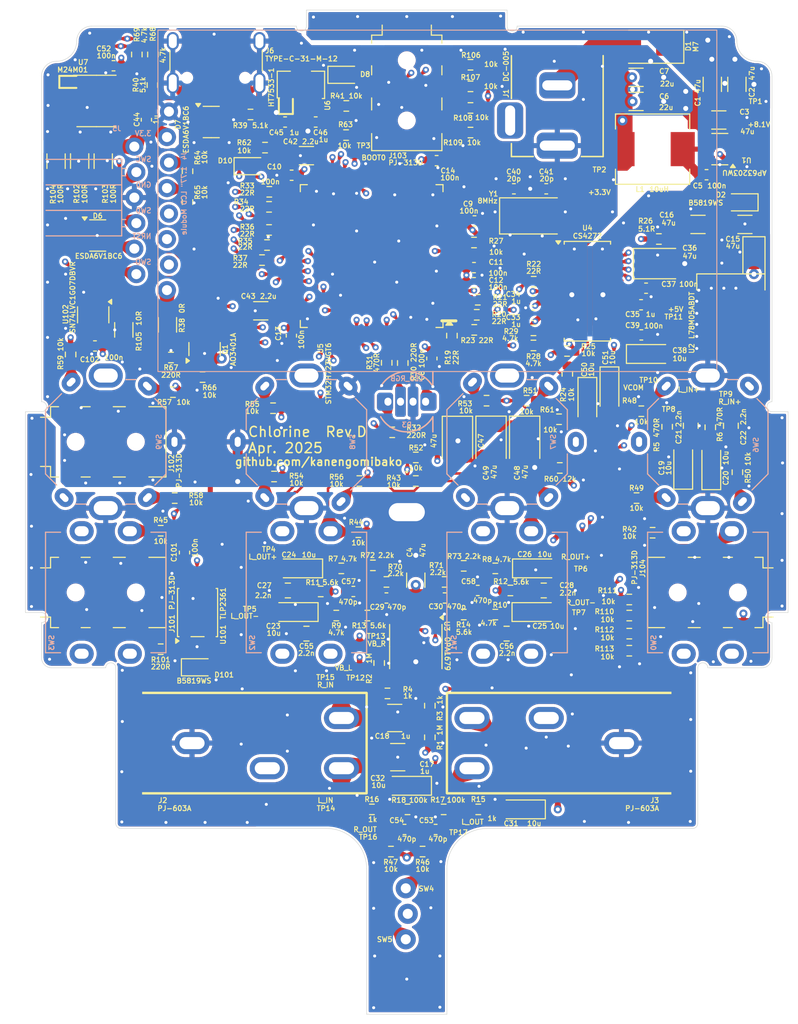
<source format=kicad_pcb>
(kicad_pcb (version 20241229) (generator "pcbnew") (generator_version "9.0")
  (layers (0 "F.Cu" signal) (4 "In1.Cu" signal) (6 "In2.Cu" signal) (2 "B.Cu" signal) (13 "F.Paste" user) (15 "B.Paste" user) (5 "F.SilkS" user "F.Silkscreen") (7 "B.SilkS" user "B.Silkscreen") (1 "F.Mask" user) (3 "B.Mask" user) (25 "Edge.Cuts" user))
  (net 0 "")
  (net 1 "GNDA")
  (net 2 "+3.3V")
  (net 3 "VCOM")
  (net 4 "VBUS_SENS")
  (net 5 "SWC")
  (net 6 "SWD")
  (net 7 "NRST")
  (net 8 "SWO")
  (net 9 "USB_D+")
  (net 10 "BOOT0")
  (net 11 "LED_B")
  (net 12 "LCD_RES")
  (net 13 "Net-(J4-Pin_6)")
  (net 14 "SW4")
  (net 15 "LRCK")
  (net 16 "LCD_SCK")
  (net 17 "LCD_CS")
  (net 18 "LCD_SDA")
  (net 19 "LED_R")
  (net 20 "LED_G")
  (net 21 "SW0")
  (net 22 "SW1")
  (net 23 "SW2")
  (net 24 "SW3")
  (net 25 "CODEC_RST")
  (net 26 "MIDI_TX")
  (net 27 "MIDI_RX")
  (net 29 "USB_D-")
  (net 30 "VCC")
  (net 31 "+5V")
  (net 32 "L_OUT-")
  (net 33 "L_OUT+")
  (net 34 "Net-(C17-Pad1)")
  (net 35 "Net-(C18-Pad1)")
  (net 36 "R_OUT-")
  (net 37 "R_OUT+")
  (net 38 "Net-(D7-TVS3)")
  (net 39 "Net-(D1-A)")
  (net 41 "SDA{slash}M1")
  (net 42 "SCL{slash}M0")
  (net 43 "Net-(J6-CC2)")
  (net 44 "MCLK")
  (net 45 "SCLK")
  (net 46 "SDOUT")
  (net 47 "SDIN")
  (net 48 "Net-(U3B-+)")
  (net 49 "SW5")
  (net 50 "L_IN+")
  (net 51 "R_IN+")
  (net 52 "Net-(U1-SW)")
  (net 53 "Net-(U1-BST)")
  (net 54 "Net-(C17-Pad2)")
  (net 55 "Net-(C18-Pad2)")
  (net 56 "Net-(C19-Pad2)")
  (net 57 "Net-(U3A--)")
  (net 58 "Net-(U3B--)")
  (net 59 "Net-(C20-Pad2)")
  (net 60 "Net-(C23-Pad1)")
  (net 61 "Net-(C24-Pad1)")
  (net 62 "Net-(C25-Pad1)")
  (net 63 "Net-(C26-Pad1)")
  (net 64 "Net-(U3D-+)")
  (net 65 "Net-(U3C-+)")
  (net 66 "Net-(U3D--)")
  (net 67 "Net-(C29-Pad2)")
  (net 68 "Net-(U3C--)")
  (net 69 "Net-(C30-Pad2)")
  (net 70 "Net-(C31-Pad2)")
  (net 71 "Net-(C32-Pad2)")
  (net 72 "Net-(U4-VD)")
  (net 73 "Net-(U4-FILT+)")
  (net 74 "Net-(U5-PH1)")
  (net 75 "Net-(U5-PH0)")
  (net 76 "Net-(C42-Pad1)")
  (net 77 "Net-(C43-Pad1)")
  (net 79 "Net-(C27-Pad2)")
  (net 80 "Net-(C28-Pad2)")
  (net 81 "RE0B")
  (net 82 "RE0A")
  (net 83 "RE1B")
  (net 84 "RE1A")
  (net 85 "RE2A")
  (net 86 "RE2B")
  (net 87 "RE3B")
  (net 88 "RE3A")
  (net 89 "Net-(J6-CC1)")
  (net 91 "Net-(U3A-+)")
  (net 92 "Net-(U4-MCLK)")
  (net 93 "Net-(U4-LRCK)")
  (net 94 "Net-(U4-SCLK)")
  (net 95 "Net-(U4-SDOUT(M{slash}~{S}))")
  (net 96 "Net-(U4-SDIN)")
  (net 97 "Net-(U4-AD0{slash}~{CS}(I2S{slash}~{LJ}))")
  (net 98 "SW6")
  (net 99 "SW7")
  (net 100 "SW8")
  (net 101 "SW9")
  (net 124 "Net-(C53-Pad2)")
  (net 128 "Net-(J104-PadT)")
  (net 131 "Net-(D101-K)")
  (net 132 "Net-(D101-A)")
  (net 134 "VB")
  (net 135 "EX_PDL")
  (net 136 "EX_PDL_SENS")
  (net 137 "Net-(C54-Pad2)")
  (net 138 "Net-(D10-A)")
  (net 140 "Net-(J102-PadT)")
  (net 141 "Net-(J103-PadT)")
  (net 144 "Net-(J4-Pin_5)")
  (net 145 "Net-(J4-Pin_7)")
  (net 146 "Net-(J4-Pin_4)")
  (net 147 "Net-(J4-Pin_8)")
  (net 148 "Net-(J4-Pin_3)")
  (net 149 "LCD_RS")
  (net 150 "Net-(R105-Pad2)")
  (net 152 "Net-(J101-PadR)")
  (net 153 "Net-(J102-PadR)")
  (net 154 "Net-(J103-PadR)")
  (net 155 "Net-(J104-PadR)")
  (net 156 "EX_SW_A")
  (net 157 "EX_SW_B")
  (net 158 "Net-(U4-AINB-)")
  (net 159 "Net-(U4-AINA-)")
  (net 160 "Net-(D3-RA)")
  (net 161 "Net-(D3-GA)")
  (net 162 "Net-(D3-BA)")
  (net 163 "GNDD")
  (net 164 "Net-(Q1-D)")
  (net 165 "Net-(Q1-G)")
  (net 166 "LCD_BACKLIGHT")
  (net 167 "Net-(C55-Pad2)")
  (net 168 "Net-(C56-Pad2)")
  (net 169 "EEPROM_SDA")
  (net 170 "EEPROM_SCL")
  (footprint "Resistor_SMD:R_0603_1608Metric" (layer "F.Cu") (at -25.35 7.475 -90)
    (property "Reference" "R40")
    (property "Value" "5.1k")
  )
  (footprint "Resistor_SMD:R_0603_1608Metric" (layer "F.Cu") (at 22.175 62.1)
    (property "Reference" "R112")
    (property "Value" "10k")
  )
  (footprint "Capacitor_SMD:C_0603_1608Metric" (layer "F.Cu") (at -5.325 57.9)
    (property "Reference" "C57")
    (property "Value" "470p")
  )
  (footprint "Capacitor_SMD:C_1206_3216Metric" (layer "F.Cu") (at 22.85 6.7)
    (property "Reference" "C7")
    (property "Value" "22u")
  )
  (footprint "Capacitor_SMD:C_1206_3216Metric" (layer "F.Cu") (at -14.55 29.95 180)
    (property "Reference" "C43")
    (property "Value" "2.2u")
  )
  (footprint "Resistor_SMD:R_1206_3216Metric" (layer "F.Cu") (at -32.6 15.0375 90)
    (property "Reference" "R102")
    (property "Value" "100R")
  )
  (footprint "myFoot:my_TestPoint_1.2mm" (layer "F.Cu") (at -4.7 63.15)
    (property "Reference" "TP13")
    (property "Value" "VB_R")
  )
  (footprint "Resistor_SMD:R_0603_1608Metric" (layer "F.Cu") (at -1.575 83.8 180)
    (property "Reference" "R47")
    (property "Value" "10k")
  )
  (footprint "Resistor_SMD:R_0603_1608Metric" (layer "F.Cu") (at -23.125 48.6 180)
    (property "Reference" "R58")
    (property "Value" "10k")
  )
  (footprint "Resistor_SMD:R_0603_1608Metric" (layer "F.Cu") (at 8.825 55.6 180)
    (property "Reference" "R8")
    (property "Value" "4.7k")
  )
  (footprint "Capacitor_SMD:C_0805_2012Metric" (layer "F.Cu") (at -11.85 57.8)
    (property "Reference" "C27")
    (property "Value" "2.2n")
  )
  (footprint "Resistor_SMD:R_0603_1608Metric" (layer "F.Cu") (at -13.7 18.1 180)
    (property "Reference" "R33")
    (property "Value" "22R")
  )
  (footprint "Resistor_SMD:R_0603_1608Metric" (layer "F.Cu") (at 6.35 7.6)
    (property "Reference" "R107")
    (property "Value" "10k")
  )
  (footprint "Capacitor_SMD:C_0603_1608Metric" (layer "F.Cu") (at -2.025 58.55 180)
    (property "Reference" "C29")
    (property "Value" "470p")
  )
  (footprint "Resistor_SMD:R_0603_1608Metric" (layer "F.Cu") (at 12.625 33.4)
    (property "Reference" "R28")
    (property "Value" "4.7k")
  )
  (footprint "Resistor_SMD:R_0603_1608Metric" (layer "F.Cu") (at 5.675 55.35 180)
    (property "Reference" "R73")
    (property "Value" "2.2k")
  )
  (footprint "Resistor_SMD:R_0603_1608Metric" (layer "F.Cu") (at -13.225 46.45 180)
    (property "Reference" "R54")
    (property "Value" "10k")
  )
  (footprint "Resistor_SMD:R_0603_1608Metric" (layer "F.Cu") (at -20.35 36.55)
    (property "Reference" "R66")
    (property "Value" "10k")
  )
  (footprint "Capacitor_SMD:C_1206_3216Metric" (layer "F.Cu") (at 29.025 21.35)
    (property "Reference" "C16")
    (property "Value" "47u")
  )
  (footprint "Capacitor_SMD:C_0603_1608Metric" (layer "F.Cu") (at -0.225 81.6 180)
    (property "Reference" "C54")
    (property "Value" "470p")
  )
  (footprint "myFoot:TSSOP-14_4.4x5mm_P0.65mm_rotate" (layer "F.Cu") (at 0.9 63.3875 180)
    (property "Reference" "U3")
    (property "Value" "OPA1679")
  )
  (footprint "myFoot:my_TestPoint_1.2mm" (layer "F.Cu") (at -13.75 55.6)
    (property "Reference" "TP4")
    (property "Value" "L_OUT+")
  )
  (footprint "Resistor_SMD:R_0603_1608Metric" (layer "F.Cu") (at 8.825 60.2 180)
    (property "Reference" "R10")
    (property "Value" "4.7k")
  )
  (footprint "myFoot:my_TestPoint_1.2mm" (layer "F.Cu") (at 26.6 28.65)
    (property "Reference" "TP11")
    (property "Value" "+5V")
  )
  (footprint "Capacitor_SMD:C_0805_2012Metric" (layer "F.Cu") (at 13.65 57.8 180)
    (property "Reference" "C28")
    (property "Value" "2.2n")
  )
  (footprint "myFoot:LQFP-100_14x14mm_P0.5mm_rotate" (layer "F.Cu") (at -3.5 24.5 90)
    (property "Reference" "U5")
    (property "Value" "STM32H723VGT6")
  )
  (footprint "myFoot:PJ-313D_HOOYA" (layer "F.Cu") (at 0 7.75)
    (property "Reference" "J103")
    (property "Value" "PJ-313D")
  )
  (footprint "Resistor_SMD:R_0603_1608Metric" (layer "F.Cu") (at -21.85 19.125 -90)
    (property "Reference" "R65")
    (property "Value" "10k")
  )
  (footprint "Resistor_SMD:R_0603_1608Metric" (layer "F.Cu") (at 6.975 30.35)
    (property "Reference" "R20")
    (property "Value" "22R")
  )
  (footprint "Resistor_SMD:R_0603_1608Metric" (layer "F.Cu") (at 5.675 60.2 180)
    (property "Reference" "R14")
    (property "Value" "5.6k")
  )
  (footprint "Resistor_SMD:R_0603_1608Metric" (layer "F.Cu") (at -2 35.125 90)
    (property "Reference" "R31")
    (property "Value" "470R")
  )
  (footprint "Resistor_SMD:R_0603_1608Metric" (layer "F.Cu") (at 32.95 46.025 -90)
    (property "Reference" "R50")
    (property "Value" "10k")
  )
  (footprint "Resistor_SMD:R_0603_1608Metric" (layer "F.Cu") (at -3.475 79.6)
    (property "Reference" "R16")
    (property "Value" "1k")
  )
  (footprint "Resistor_SMD:R_0603_1608Metric" (layer "F.Cu") (at 7.075 28.85)
    (property "Reference" "R21")
    (property "Value" "22R")
  )
  (footprint "Capacitor_SMD:C_0603_1608Metric" (layer "F.Cu") (at 13.9 17.8 180)
    (property "Reference" "C41")
    (property "Value" "20p")
  )
  (footprint "Resistor_SMD:R_0603_1608Metric" (layer "F.Cu") (at 6.35 5.45 180)
    (property "Reference" "R106")
    (property "Value" "10k")
  )
  (footprint "Capacitor_SMD:C_0603_1608Metric" (layer "F.Cu") (at 23.85 27.7)
    (property "Reference" "C37")
    (property "Value" "100n")
  )
  (footprint "Capacitor_SMD:C_0603_1608Metric" (layer "F.Cu") (at 12.625 28.95)
    (property "Reference" "C34")
    (property "Value" "1u")
  )
  (footprint "myFoot:my_TestPoint_1.2mm" (layer "F.Cu") (at 15.85 55.6)
    (property "Reference" "TP6")
    (property "Value" "R_OUT+")
  )
  (footprint "Resistor_SMD:R_0603_1608Metric" (layer "F.Cu") (at 30.25 41.55 90)
    (property "Reference" "R6")
    (property "Value" "470R")
  )
  (footprint "Resistor_SMD:R_0603_1608Metric" (layer "F.Cu") (at -8.575 57.9 180)
    (property "Reference" "R11")
    (property "Value" "5.6k")
  )
  (footprint "Capacitor_SMD:C_1206_3216Metric" (layer "F.Cu") (at 31.1 10.95 180)
    (property "Reference" "C3")
    (property "Value" "47u")
  )
  (footprint "Resistor_SMD:R_0603_1608Metric" (layer "F.Cu") (at -21.85 16.05 -90)
    (property "Reference" "R64")
    (property "Value" "10k")
  )
  (footprint "myFoot:my_TestPoint_1.2mm" (layer "F.Cu") (at -6.5 78.7)
    (property "Reference" "TP14")
    (property "Value" "L_IN")
  )
  (footprint "Resistor_SMD:R_0603_1608Metric" (layer "F.Cu") (at -24.525 51.85 180)
    (property "Reference" "R45")
    (property "Value" "10k")
  )
  (footprint "Resistor_SMD:R_0603_1608Metric" (layer "F.Cu") (at -13.725 21.9 180)
    (property "Reference" "R36")
    (property "Value" "22R")
  )
  (footprint "Resistor_SMD:R_0603_1608Metric" (layer "F.Cu") (at 6.725 31.85)
    (property "Reference" "R23")
    (property "Value" "22R")
  )
  (footprint "myFoot:PJ-313D_HOOYA" (layer "F.Cu") (at 30.25 58 -90)
    (property "Reference" "J104")
    (property "Value" "PJ-313D")
  )
  (footprint "myFoot:my_SOT-23-6_rotate" (layer "F.Cu") (at 31.2 13.85 90)
    (property "Reference" "U1")
    (property "Value" "AP63203WU")
  )
  (footprint "Resistor_SMD:R_0603_1608Metric" (layer "F.Cu") (at 7.95 38.9 180)
    (property "Reference" "R53")
    (property "Value" "10k")
  )
  (footprint "myFoot:my_TestPoint_1.2mm" (layer "F.Cu") (at 30.25 39.05)
    (property "Reference" "TP9")
    (property "Value" "R_IN+")
  )
  (footprint "Resistor_SMD:R_0603_1608Metric" (layer "F.Cu") (at -26.9 4.425 90)
    (property "Reference" "R69")
    (property "Value" "4.7k")
  )
  (footprint "myFoot:my_TestPoint_1.2mm" (layer "F.Cu") (at 15.75 60)
    (property "Reference" "TP7")
    (property "Value" "R_OUT-")
  )
  (footprint "Resistor_SMD:R_0603_1608Metric" (layer "F.Cu") (at -15.575 10.4 180)
    (property "Reference" "R39")
    (property "Value" "5.1k")
  )
  (footprint "Resistor_SMD:R_0603_1608Metric" (layer "F.Cu") (at -3.375 55.3)
    (property "Reference" "R72")
    (property "Value" "2.2k")
  )
  (footprint "Resistor_SMD:R_0603_1608Metric" (layer "F.Cu") (at 22.9 48.6)
    (property "Reference" "R49")
    (property "Value" "10k")
  )
  (footprint "myFoot:my_D_SOD-323" (layer "F.Cu") (at -15.6 15.55)
    (property "Reference" "D10")
    (property "Value" "B5819WS" (hide yes))
  )
  (footprint "myFoot:PJ-313D_HOOYA" (layer "F.Cu") (at -30.25 58 90)
    (property "Reference" "J101")
    (property "Value" "PJ-313D")
  )
  (footprint "Resistor_SMD:R_0603_1608Metric" (layer "F.Cu") (at 6.7 23.15 180)
    (property "Reference" "R27")
    (property "Value" "10k")
  )
  (footprint "Resistor_SMD:R_0603_1608Metric" (layer "F.Cu") (at -13.925 23.4 180)
    (property "Reference" "R35")
    (property "Value" "22R")
  )
  (footprint "Resistor_SMD:R_0603_1608Metric" (layer "F.Cu") (at 25.125 22.8)
    (property "Reference" "R26")
    (property "Value" "5.1R")
  )
  (footprint "Resistor_SMD:R_0603_1608Metric" (layer "F.Cu") (at -2.75 65.025 -90)
    (property "Reference" "R2")
    (property "Value" "1M")
  )
  (footprint "Capacitor_Tantalum_SMD:CP_EIA-3528-15_AVX-H" (layer "F.Cu") (at 5.05 42.9125 -90)
    (property "Reference" "C47")
    (property "Value" "47u")
  )
  (footprint "Inductor_SMD:L_7.3x7.3_H3.5" (layer "F.Cu") (at 24.5 13.85 180)
    (property "Reference" "L1")
    (property "Value" "10uH")
  )
  (footprint "Resistor_SMD:R_0603_1608Metric" (layer "F.Cu") (at 3.775 56.95 180)
    (property "Reference" "R71")
    (property "Value" "2.2k")
  )
  (footprint "Resistor_SMD:R_0603_1608Metric" (layer "F.Cu") (at -0.4 35.15 90)
    (property "Reference" "R30")
    (property "Value" "220R")
  )
  (footprint "Capacitor_SMD:C_0603_1608Metric" (layer "F.Cu") (at 23.35 29.35 180)
    (property "Reference" "C35")
    (property "Value" "1u")
  )
  (footprint "MountingHole:MountingHole_3.2mm_M3_ISO7380_Pad" (layer "F.Cu") (at 0 50)
    (property "Reference" "*")
    (property "Value" "m" (hide yes))
  )
  (footprint "myFoot:spst_momentary_sw_foot" (layer "F.Cu") (at -24.5 90 180)
    (property "Reference" "SW5")
    (property "Value" "SW5" (hide yes))
  )
  (footprint "Capacitor_SMD:C_0603_1608Metric" (layer "F.Cu") (at 6.7 25.65)
    (property "Reference" "C11")
    (property "Value" "100n")
  )
  (footprint "Resistor_SMD:R_0603_1608Metric" (layer "F.Cu") (at 1.575 83.8)
    (property "Reference" "R46")
    (property "Value" "10k")
  )
  (footprint "Capacitor_SMD:C_0603_1608Metric" (layer "F.Cu") (at 29.875 16.4)
    (property "Reference" "C5")
    (property "Value" "100n")
  )
  (footprint "myFoot:my_TestPoint_1.2mm" (layer "F.Cu") (at 4.7 80.85)
    (property "Reference" "TP17")
    (property "Value" "L_OUT")
  )
  (footprint "Capacitor_Tantalum_SMD:CP_EIA-3216-10_Kemet-I" (layer "F.Cu") (at 11.5 79.6 180)
    (property "Reference" "C31")
    (property "Value" "10u")
  )
  (footprint "Capacitor_SMD:C_1206_3216Metric" (layer "F.Cu") (at -10 14.5 180)
    (property "Reference" "C42")
    (property "Value" "2.2u")
  )
  (footprint "Resistor_SMD:R_0603_1608Metric" (layer "F.Cu") (at 16 36.225 90)
    (property "Reference" "R24")
    (property "Value" "10k")
  )
  (footprint "myFoot:SOT-23_rotate" (layer "F.Cu") (at -20.15 33.7625 -90)
    (property "Reference" "Q1")
    (property "Value" "AO3401A")
  )
  (footprint "Capacitor_SMD:C_0603_1608Metric" (layer "F.Cu") (at -11.475 16.45 180)
    (property "Reference" "C10")
    (property "Value" "100n")
  )
  (footprint "Resistor_SMD:R_0603_1608Metric" (layer "F.Cu") (at -7.025 60.3)
    (property "Reference" "R9")
    (property "Value" "4.7k")
  )
  (footprint "Resistor_SMD:R_0603_1608Metric" (layer "F.Cu") (at 23.375 39.95)
    (property "Reference" "R48")
    (property "Value" "10k")
  )
  (footprint "Resistor_SMD:R_0603_1608Metric" (layer "F.Cu") (at -6.05 12.45)
    (property "Reference" "R63")
    (property "Value" "10k")
  )
  (footprint "Capacitor_Tantalum_SMD:CP_EIA-3216-10_Kemet-I" (layer "F.Cu") (at 27.55 45.4 90)
    (property "Reference" "C19")
    (property "Value" "10u")
  )
  (footprint "myFoot:my_TestPoint_1.2mm" (layer "F.Cu") (at 27.25 38.9)
    (property "Reference" "TP8")
    (property "Value" "L_IN+")
  )
  (footprint "Resistor_SMD:R_0603_1608Metric" (layer "F.Cu") (at -1.45 42.05 180)
    (property "Reference" "R32")
    (property "Value" "220R")
  )
  (footprint "Resistor_SMD:R_0603_1608Metric" (layer "F.Cu") (at 12.65 27.05)
    (property "Reference" "R22")
    (property "Value" "22R")
  )
  (footprint "Resistor_SMD:R_0603_1608Metric" (layer "F.Cu") (at 0.9 44.55)
    (property "Reference" "R52")
    (property "Value" "10k")
  )
  (footprint "Capacitor_SMD:C_0603_1608Metric" (layer "F.Cu") (at -31.075 33.45)
    (property "Reference" "C102")
    (property "Value" "100n")
  )
  (footprint "myFoot:AD_GND_Jumper" (layer "F.Cu") (at 18 27.85)
    (property "Reference" "JP2" (hide yes))
    (property "Value" "JP" (hide yes))
  )
  (footprint "Resistor_SMD:R_0603_1608Metric" (layer "F.Cu") (at -4.725 46.9 180)
    (property "Reference" "R56")
    (property "Value" "10k")
  )
  (footprint "Capacitor_SMD:C_0805_2012Metric" (layer "F.Cu") (at 28.3 41.4 90)
    (property "Reference" "C21")
    (property "Value" "2.2n")
  )
  (footprint "Resistor_SMD:R_0603_1608Metric" (layer "F.Cu") (at -3.925 60.3)
    (property "Reference" "R13")
    (property "Value" "5.6k")
  )
  (footprint "Resistor_SMD:R_0603_1608Metric" (layer "F.Cu") (at 2.3 69.275 90)
    (property "Reference" "R3")
    (property "Value" "1k")
  )
  (footprint "Capacitor_Tantalum_SMD:CP_EIA-3216-10_Kemet-I" (layer "F.Cu") (at 18 38.9 -90)
    (property "Reference" "C50")
    (property "Value" "10u")
  )
  (footprint "Resistor_SMD:R_0603_1608Metric" (layer "F.Cu") (at 11.95 38.9)
    (property "Reference" "R51")
    (property "Value" "10k")
  )
  (footprint "Resistor_SMD:R_0603_1608Metric" (layer "F.Cu") (at 15.175 40.75 180)
    (property "Reference" "R61")
    (property "Value" "10k")
  )
  (footprint "Resistor_SMD:R_0603_1608Metric" (layer "F.Cu") (at 7.125 79.6 180)
    (property "Reference" "R15")
    (property "Value" "1k")
  )
  (footprint "Resistor_SMD:R_0603_1608Metric" (layer "F.Cu") (at -6.025 9.55)
    (property "Reference" "R41")
    (property "Value" "10k")
  )
  (footprint "Capacitor_Tantalum_SMD:CP_EIA-3528-15_AVX-H" (layer "F.Cu") (at 11.75 42.9 -90)
    (property "Reference" "C48")
    (property "Value" "47u")
  )
  (footprint "myFoot:my_TestPoint_1.2mm" (layer "F.Cu") (at -4.7 65.45)
    (property "Reference" "TP12")
    (property "Value" "VB_L")
  )
  (footprint "Capacitor_SMD:C_1206_3216Metric" (layer "F.Cu") (at 0.9 56.775 90)
    (property "Reference" "C4")
    (property "Value" "47u")
  )
  (footprint "Resistor_SMD:R_0603_1608Metric" (layer "F.Cu") (at 15.975 33.95)
    (property "Reference" "R25")
    (property "Value" "10k")
  )
  (footprint "myFoot:my_DC_Jack" (layer "F.Cu") (at 15 0 -90)
    (property "Reference" "J1")
    (property "Value" "DC-005")
  )
  (footprint "myFoot:my_SOT-23-6_rotate" (layer "F.Cu") (at -30.8 22.45 -90)
    (property "Reference" "D6")
    (property "Value" "ESDA6V1BC6")
  )
  (footprint "Capacitor_SMD:C_0603_1608Metric" (layer "F.Cu") (at -11.5 32.425 -90)
    (property "Reference" "C13")
    (property "Value" "100n")
  )
  (footprint "myFoot:SO-5_4.4x3.6mm_P1.27mm_rotate" (layer "F.Cu") (at -20.85 60 -90)
    (property "Reference" "U101")
    (property "Value" "TLP2361")
  )
  (footprint "Resistor_SMD:R_1206_3216Metric" (layer "F.Cu") (at -28.2 31.85 90)
    (property "Reference" "R105")
    (property "Value" "10R")
  )
  (footprint "Resistor_SMD:R_0603_1608Metric" (layer "F.Cu") (at -14.425 24.9 180)
    (property "Reference" "R37")
    (property "Value" "22R")
  )
  (footprint "myFoot:my_SOT-23-6_rotate" (layer "F.Cu") (at -19.4875 11.15 -90)
    (property "Reference" "D7")
    (property "Value" "ESDA6V1BC6")
  )
  (footprint "myFoot:my_TestPoint_1.2mm" (layer "F.Cu") (at -6.55 67.25)
    (property "Reference" "TP15")
    (property "Value" "R_IN")
  )
  (footprint "Capacitor_SMD:C_0603_1608Metric" (layer "F.Cu") (at -12.125 11.15)
    (property "Reference" "C45")
    (property "Value" "1u")
  )
  (footprint "Resistor_SMD:R_0603_1608Metric" (layer "F.Cu") (at 15.25 45.6 180)
    (property "Reference" "R60")
    (property "Value" "12k")
  )
  (footprint "Resistor_SMD:R_0603_1608Metric" (layer "F.Cu") (at -24.525 63.65 180)
    (property "Reference" "R101")
    (property "Value" "220R")
  )
  (footprint "Capacitor_Tantalum_SMD:CP_EIA-3216-10_Kemet-I" (layer "F.Cu") (at 0.15 77.25 180)
    (property "Reference" "C32")
    (property "Value" "10u")
  )
  (footprint "Resistor_SMD:R_0603_1608Metric" (layer "F.Cu") (at 10.325 57.8)
    (property "Reference" "R12")
    (property "Value" "5.6k")
  )
  (footprint "Capacitor_SMD:C_0603_1608Metric" (layer "F.Cu") (at 12.625 30.4)
    (property "Reference" "C33")
    (property "Value" "1u")
  )
  (footprint "myFoot:my_D_SOD-323" (layer "F.Cu") (at -6.25 6.45)
    (property "Reference" "D8")
    (property "Value" "B5819WS" (hide yes))
  )
  (footprint "Capacitor_Tantalum_SMD:CP_EIA-3528-15_AVX-H" (layer "F.Cu") (at 8.4 42.9 -90)
    (property "Reference" "C49")
    (property "Value" "47u")
  )
  (footprint "Resistor_SMD:R_0603_1608Metric" (layer "F.Cu") (at 22.175 63.8 180)
    (property "Reference" "R113")
    (property "Value" "10k")
  )
  (footprint "Capacitor_SMD:C_0603_1608Metric" (layer "F.Cu") (at 6.7 27.15)
    (property "Reference" "C12")
    (property "Value" "100n")
  )
  (footprint "Capacitor_SMD:C_0603_1608Metric" (layer "F.Cu") (at 3.775 58.55)
    (property "Reference" "C30")
    (property "Value" "470p")
  )
  (footprint "Resistor_SMD:R_0603_1608Metric" (layer "F.Cu") (at -13.325 39.65 180)
    (property "Reference" "R55")
    (property "Value" "10k")
  )
  (footprint "Capacitor_SMD:C_1210_3225Metric" (layer "F.Cu") (at -1.2 70.5 180)
    (property "Reference" "C18")
    (property "Value" "1u")
  )
  (footprint "myFoot:my_TestPoint_1.2mm" (layer "F.Cu") (at 19.2 17)
    (property "Reference" "TP2")
    (property "Value" "+3.3V")
  )
  (footprint "Resistor_SMD:R_0603_1608Metric" (layer "F.Cu") (at -25.3 4.425 90)
    (property "Reference" "R68")
    (property "Value" "4.7k")
  )
  (footprint "Resistor_SMD:R_0603_1608Metric" (layer "F.Cu") (at -1.925 68.05)
    (property "Reference" "R4")
    (property "Value" "1k")
  )
  (footprint "Resistor_SMD:R_0603_1608Metric" (layer "F.Cu") (at -4.825 52 180)
    (property "Reference" "R44")
    (property "Value" "10k")
  )
  (footprint "Resistor_SMD:R_0603_1608Metric" (layer "F.Cu") (at -6.525 55.6)
    (property "Reference" "R7")
    (property "Value" "4.7k")
  )
  (footprint "Capacitor_SMD:C_0603_1608Metric" (layer "F.Cu") (at -9.075 11.15)
    (property "Reference" "C46")
    (property "Value" "1u")
  )
  (footprint "myFoot:PJ-603A" (layer "F.Cu") (at 29 73 -90)
    (property "Reference" "J3")
    (property "Value" "PJ-603A")
  )
  (footprint "Resistor_SMD:R_0603_1608Metric" (layer "F.Cu") (at -23.5 34.6 180)
    (property "Reference" "R67")
    (property "Value" "220R")
  )
  (footprint "Resistor_SMD:R_1206_3216Metric" (layer "F.Cu") (at -23.85 31.35 90)
    (property "Reference" "R38")
    (property "Value" "0R")
  )
  (footprint "Capacitor_SMD:C_0603_1608Metric" (layer "F.Cu") (at -25.95 10.925 -90)
    (property "Reference" "C44")
    (property "Value" "1u")
  )
  (footprint "Resistor_SMD:R_0603_1608Metric" (layer "F.Cu") (at 24.5 52.05)
    (property "Reference" "R42")
    (property "Value" "10k")
  )
  (footprint "Capacitor_SMD:C_0603_1608Metric" (layer "F.Cu") (at 10.675 17.8)
    (property "Reference" "C40")
    (property "Value" "20p")
  )
  (footprint "myFoot:my_D_SOD-323" (layer "F.Cu") (at -20.85 65.45)
    (property "Reference" "D101")
    (property "Value" "B5819WS")
  )
  (footprint "Resistor_SMD:R_0603_1608Metric" (layer "F.Cu") (at -13.725 19.6 180)
    (property "Reference" "R34")
    (property "Value" "22R")
  )
  (footprint "myFoot:my_TestPoint_1.2mm" (layer "F.Cu") (at 35.15 10.2)
    (property "Reference" "TP1")
    (property "Value" "+8.1V")
  )
  (footprint "myFoot:my_TestPoint_1.2mm" (layer "F.Cu") (at -14.25 59.95)
    (property "Reference" "TP5")
    (property "Value" "L_OUT-")
  )
  (footprint "Capacitor_SMD:C_0805_2012Metric" (layer "F.Cu") (at 32.3 41.4 90)
    (property "Reference" "C22")
    (property "Value" "2.2n")
  )
  (footprint "Capacitor_SMD:C_0603_1608Metric" (layer "F.Cu") (at 6.75 21)
    (property "Reference" "C9")
    (property "Value" "100n")
  )
  (footprint "myFoot:TSSOP-28_4.4x9.7mm_P0.65mm_rotate" (layer "F.Cu") (at 18 28 -90)
    (property "Reference" "U4")
    (property "Value" "CS4272")
  )
  (footprint "Crystal:Crystal_SMD_5032-2Pin_5.0x3.2mm" (layer "F.Cu") (at 12.3 20.5)
    (property "Reference" "Y1")
    (property "Value" "8MHz")
  )
  (footprint "Resistor_SMD:R_0603_1608Metric" (layer "F.Cu") (at 6.35 12.2 180)
    (property "Reference" "R109")
    (property "Value" "10k")
  )
  (footprint "Capacitor_SMD:C_1210_3225Metric" (layer "F.Cu") (at -0.9 74.4 180)
    (property "Reference" "C17")
    (property "Value" "1u")
  )
  (footprint "Resistor_SMD:R_0603_1608Metric" (layer "F.Cu") (at -14.125 13.7 180)
    (property "Reference" "R62")
    (property "Value" "10k")
  )
  (footprint "Capacitor_Tantalum_SMD:CP_EIA-3216-10_Kemet-I" (layer "F.Cu") (at 30.35 45.45 90)
    (property "Reference" "C20")
    (property "Value" "10u")
  )
  (footprint "Resistor_SMD:R_1206_3216Metric" (layer "F.Cu") (at -34.95 15.05 90)
    (property "Reference" "R104")
    (property "Value" "100R")
  )
  (footprint "Resistor_SMD:R_0603_1608Metric" (layer "F.Cu") (at 25.95 41.5 90)
    (property "Reference" "R5")
    (property "Value" "470R")
  )
  (footprint "Resistor_SMD:R_0603_1608Metric" (layer "F.Cu") (at 2.3 72.425 90)
    (property "Reference" "R1")
    (property "Value" "1M")
  )
  (footprint "Capacitor_SMD:C_0603_1608Metric" (layer "F.Cu") (at 2.5 34.7 -90)
    (property "Reference" "C8")
    (property "Value" "100n")
  )
  (footprint "Capacitor_Tantalum_SMD:CP_EIA-3216-10_Kemet-I" (layer "F.Cu") (at 20.2 37.85 -90)
    (property "Reference" "C51")
    (property "Value" "10u")
  )
  (footprint "Resistor_SMD:R_0603_1608Metric" (layer "F.Cu") (at -23.3 38.05 180)
    (property "Reference" "R57")
    (property "Value" "10k")
  )
  (footprint "myFoot:my_TestPoint_1.2mm" (layer "F.Cu") (at -5.2 14.3)
    (property "Reference" "TP3")
    (property "Value" "BOOT0")
  )
  (footprint "myFoot:my_TestPoint_1.2mm" (layer "F.Cu") (at -2.25 81.6)
    (property "Reference" "TP16")
    (property "Value" "R_OUT")
  )
  (footprint "Resistor_SMD:R_0603_1608Metric" (layer "F.Cu") (at -33.5 34.3 -90)
    (property "Reference" "R59")
    (property "Value" "10k")
  )
  (footprint "Capacitor_SMD:C_0603_1608Metric" (layer "F.Cu") (at 23.375 32.35)
    (property "Reference" "C39")
    (property "Value" "100n")
  )
  (footprint "Capacitor_Tantalum_SMD:CP_EIA-3216-10_Kemet-I" (layer "F.Cu") (at 12.85 55.6)
    (property "Reference" "C26")
    (property "Value" "10u")
  )
  (footprint "myFoot:my_D_SOD-323" (layer "F.Cu") (at 33.4 19.15 180)
    (property "Reference" "D2")
    (property "Value" "B5819WS")
  )
  (footprint "myFoot:my_SOT-23-5_rotate" (layer "F.Cu") (at -31.25 30.35 180)
    (property "Reference" "U102")
    (property "Value" "SN74LVC1G07DBVR")
  )
  (footprint "Resistor_SMD:R_0603_1608Metric" (layer "F.Cu") (at 0.9 46.9)
    (property "Reference" "R43")
    (property "Value" "10k")
  )
  (footprint "myFoot:my_TestPoint_1.2mm" (layer "F.Cu") (at 22.45 36.35)
    (property "Reference" "TP10")
    (property "Value" "VCOM")
  )
  (footprint "Capacitor_SMD:C_0603_1608Metric" (layer "F.Cu") (at 2.875 81.6)
    (property "Reference" "C53")
    (property "Value" "470p")
  )
  (footprint "Resistor_SMD:R_0603_1608Metric" (layer "F.Cu") (at 6.35 9.75 180)
    (property "Reference" "R108")
    (property "Value" "10k")
  )
  (footprint "Capacitor_SMD:C_0603_1608Metric" (layer "F.Cu") (at -29.225 5.55)
    (property "Reference" "C52")
    (property "Value" "100n")
  )
  (footprint "Capacitor_SMD:C_0805_2012Metric" (layer "F.Cu") (at 9.95 62.1 180)
    (property "Reference" "C56")
    (property "Value" "2.2n")
  )
  (footprint "Capacitor_Tantalum_SMD:CP_EIA-3528-15_AVX-H" (layer "F.Cu") (at 25.05 25.25)
    (property "Reference" "C36")
    (property "Value" "47u")
  )
  (footprint "Capacitor_SMD:C_0603_1608Metric" (layer "F.Cu") (at 2.975 15)
    (property "Reference" "C14")
    (property "Value" "100n")
  )
  (footprint "Resistor_SMD:R_0603_1608Metric" (layer "F.Cu") (at 22.175 58.7 180)
    (property "Reference" "R111")
    (property "Value" "10k")
  )
  (footprint "Capacitor_SMD:C_1206_3216Metric" (layer "F.Cu") (at 33.7 21.35 180)
    (property "Reference" "C15")
    (property "Value" "47u")
  )
  (footprint "Resistor_SMD:R_1206_3216Metric" (layer "F.Cu") (at -30.25 15.05 90)
    (property "Reference" "R103")
    (property "Value" "100R")
  )
  (footprint "Capacitor_Tantalum_SMD:CP_EIA-3216-10_Kemet-I" (layer "F.Cu") (at 24.2 34.25)
    (property "Reference" "C38")
    (property "Value" "10u")
  )
  (footprint "Capacitor_Tantalum_SMD:CP_EIA-3216-10_Kemet-I" (layer "F.Cu") (at -11.15 59.95 180)
    (property "Reference" "C23")
    (property "Value" "10u")
  )
  (footprint "Resistor_SMD:R_0603_1608Metric" (layer "F.Cu") (at 22.175 60.3)
    (property "Reference" "R110")
    (property "Value" "10k")
  )
  (footprint "myFoot:USB_C_TYPE-C-31-M-12" (layer "F.Cu") (at -19 5.54 180)
    (property "Reference" "J6")
    (property "Value" "TYPE-C-31-M-12")
  )
  (footprint "Diode_SMD:D_SMA" (layer "F.Cu") (at 24.1 3.65 180)
    (property "Reference" "D1")
    (property "Value" "M7")
  )
  (footprint "myFoot:SOT-89-3-rotate" (layer "F.Cu") (at -10.55 7.75 -90)
    (property "Reference" "U6")
    (property "Value" "HT7533-1")
  )
  (footprint "Capacitor_SMD:C_1206_3216Metric" (layer "F.Cu") (at 30.45 7.4 90)
    (property "Reference" "C1")
    (property "Value" "47u")
  )
  (footprint "Capacitor_Tantalum_SMD:CP_EIA-3216-10_Kemet-I" (layer "F.Cu") (at -10.7 55.6 180)
    (property "Reference" "C24")
    (property "Value" "10u")
  )
  (footprint "Resistor_SMD:R_0603_1608Metric" (layer "F.Cu") (at 12.625 31.9)
    (property "Reference" "R29")
    (property "Value" "4.7k")
  )
  (footprint "Resistor_SMD:R_0603_1608Metric" (layer "F.Cu") (at -2.025 56.95)
    (property "Reference" "R70")
    (property "Value" "2.2k")
  )
  (footprint "Resistor_SMD:R_0603_1608Metric" (layer "F.Cu") (at 0.075 79.6 180)
    (property "Reference" "R18")
    (property "Value" "100k")
  )
  (footprint "Capacitor_SMD:C_1206_3216Metric" (layer "F.Cu") (at 22.85 9.1)
    (property "Reference" "C6")
    (property "Value" "22u")
  )
  (footprint "Capacitor_SMD:C_0603_1608Metric" (layer "F.Cu") (at 7.075 57.8 180)
    (property "Reference" "C58")
    (property "Value" "470p")
  )
  (footprint "myFoot:PJ-603A" (layer "F.Cu") (at -29 73 90)
    (property "Reference" "J2")
    (property "Value" "PJ-603A")
  )
  (footprint "myFoot:my_DPAK_TO-252-2" (layer "F.Cu") (at 32.3 27.875 -90)
    (property "Reference" "U2")
    (property "Value" "L78M05ABDT")
  )
  (footprint "Capacitor_SMD:C_1206_3216Metric" (layer "F.Cu") (at 32.9 7.4 90)
    (property "Reference" "C2")
    (property "Value" "47u")
  )
  (footprint "Capacitor_Tantalum_SMD:CP_EIA-3216-10_Kemet-I" (layer "F.Cu") (at 12.8 59.95)
    (property "Reference" "C25")
    (property "Value" "10u")
  )
  (footprint "Capacitor_SMD:C_0603_1608Metric" (layer "F.Cu") (at -22.15 54.025 -90)
    (property "Reference" "C101")
    (property "Value" "100n")
  )
  (footprint "myFoot:SOIC-8_3.9x4.9mm_P1.27mm_rotate" (layer "F.Cu") (at -30.925 9.055 -90)
    (property "Reference" "U7")
    (property "Value" "M24M01")
  )
  (footprint "Resistor_SMD:R_0603_1608Metric" (layer "F.Cu") (at 3.675 79.6)
    (property "Reference" "R17")
    (property "Value" "100k")
  )
  (footprint "myFoot:PJ-313D_HOOYA" (layer "F.Cu") (at -30.25 43 90)
    (property "Reference" "J102")
    (property "Value" "PJ-313D")
  )
  (footprint "myFoot:spst_momentary_sw_foot" (layer "F.Cu") (at 24.5 90)
    (property "Reference" "SW4")
    (property "Value" "SW4" (hide yes))
  )
  (footprint "Resistor_SMD:R_0603_1608Metric" (layer "F.Cu") (at 4.5 32.425 -90)
    (property "Reference" "R19")
    (property "Value" "22R")
  )
  (footprint "Capacitor_SMD:C_0805_2012Metric" (layer "F.Cu") (at -10 62.1)
    (property "Reference" "C55")
    (property "Value" "2.2n")
  )
  (footprint "myFoot:EC12D1524403" (layer "B.Cu") (at 10 43 90)
    (property "Reference" "SW7")
    (property "Value" "EC12D1524403")
  )
  (footprint "myFoot:my_SW_PUSH_12mm_narrow" (layer "B.Cu") (at -30 58 -90)
    (property "Reference" "SW3")
    (property "Value" "SW3")
  )
  (footprint "myFoot:AD_GND_Jumper" (layer "B.Cu") (at 18 28)
    (property "Reference" "JP1" (hide yes))
    (property "Value" "JP" (hide yes))
  )
  (footprint "myFoot:my_SW_PUSH_12mm_narrow" (layer "B.Cu") (at -10 58 -90)
    (property "Reference" "SW2")
    (property "Value" "SW2")
  )
  (footprint "myFoot:my_LED_5mm_RGB_mirror" (layer "B.Cu") (at 0 39)
    (property "Reference" "D3")
    (property "Value" "LED_RGB")
  )
  (footprint "myFoot:EC12D1524403" (layer "B.Cu") (at -30 43 90)
    (property "Reference" "SW9")
    (property "Value" "EC12D1524403")
  )
  (footprint "Connector_PinSocket_2.54mm:PinSocket_1x06_P2.54mm_Horizontal" (layer "B.Cu") (at -26.95 13.6 180)
    (property "Reference" "J5")
    (property "Value" "DEBUG")
  )
  (footprint "myFoot:EC12D1524403" (layer "B.Cu") (at 30 43 -90)
    (property "Reference" "SW6")
    (property "Value" "EC12D1524403")
  )
  (footprint "myFoot:my_SW_PUSH_12mm_narrow" (layer "B.Cu") (at 30 58 -90)
    (property "Reference" "SW0")
    (property "Value" "SW0")
  )
  (footprint "myFoot:EC12D1524403" (layer "B.Cu") (at -10 43 -90)
    (property "Reference" "SW8")
    (property "Value" "EC12D1524403")
  )
  (footprint "myFoot:my_SW_PUSH_12mm_narrow" (layer "B.Cu") (at 10 58 -90)
    (property "Reference" "SW1")
    (property "Value" "SW1")
  )
  (footprint "myFoot:LCD_Display_1.77inch" (layer "B.Cu") (at 0 19 -90)
    (property "Reference" "J4")
    (property "Value" "1.77\" LCD Module")
  )
  (gr_line (start 3.5 30.95) (end 4.9 30.95) (stroke (width 0.3)) (layer "F.SilkS"))
  (gr_line (start -11 1.6) (end -31.4 1.6) (stroke (width 0.05)) (layer "Edge.Cuts"))
  (gr_line (start 30 65.5) (end 35.4 65.5) (stroke (width 0.05)) (layer "Edge.Cuts"))
  (gr_arc (start 36.4 64.5) (mid 36.107107 65.207107) (end 35.4 65.5) (stroke (width 0.05)) (layer "Edge.Cuts"))
  (gr_line (start 28.5 81.5) (end 8 81.5) (stroke (width 0.05)) (layer "Edge.Cuts"))
  (gr_line (start 38 60) (end 38 40) (stroke (width 0.05)) (layer "Edge.Cuts"))
  (gr_line (start -4 85.5) (end -4 100) (stroke (width 0.05)) (layer "Edge.Cuts"))
  (gr_line (start 11 1.6) (end 31.4 1.6) (stroke (width 0.05)) (layer "Edge.Cuts"))
  (gr_arc (start 36.4 61) (mid 35.9 60.5) (end 36.4 60) (stroke (width 0.05)) (layer "Edge.Cuts"))
  (gr_line (start -38 60) (end -36.4 60) (stroke (width 0.05)) (layer "Edge.Cuts"))
  (gr_line (start -4 100) (end 4 100) (stroke (width 0.05)) (layer "Edge.Cuts"))
  (gr_line (start 38 40) (end 36.4 40) (stroke (width 0.05)) (layer "Edge.Cuts"))
  (gr_line (start -28.5 81.5) (end -8 81.5) (stroke (width 0.05)) (layer "Edge.Cuts"))
  (gr_arc (start -32.9 3.1) (mid -33.485786 4.514214) (end -34.9 5.1) (stroke (width 0.05)) (layer "Edge.Cuts"))
  (gr_line (start -29 65.5) (end -29 81) (stroke (width 0.05)) (layer "Edge.Cuts"))
  (gr_line (start -30 65.5) (end -35.4 65.5) (stroke (width 0.05)) (layer "Edge.Cuts"))
  (gr_arc (start -36.4 39) (mid -35.9 39.5) (end -36.4 40) (stroke (width 0.05)) (layer "Edge.Cuts"))
  (gr_arc (start -30 65.5) (mid -29.5 65) (end -29 65.5) (stroke (width 0.05)) (layer "Edge.Cuts"))
  (gr_arc (start -28.5 81.5) (mid -28.853553 81.353553) (end -29 81) (stroke (width 0.05)) (layer "Edge.Cuts"))
  (gr_arc (start -35.4 65.5) (mid -36.107107 65.207107) (end -36.4 64.5) (stroke (width 0.05)) (layer "Edge.Cuts"))
  (gr_line (start 36.4 60) (end 38 60) (stroke (width 0.05)) (layer "Edge.Cuts"))
  (gr_arc (start 31.4 1.6) (mid 32.46066 2.03934) (end 32.9 3.1) (stroke (width 0.05)) (layer "Edge.Cuts"))
  (gr_line (start 29 65.5) (end 29 81) (stroke (width 0.05)) (layer "Edge.Cuts"))
  (gr_arc (start -36.4 60) (mid -35.9 60.5) (end -36.4 61) (stroke (width 0.05)) (layer "Edge.Cuts"))
  (gr_arc (start 4 85.5) (mid 5.171573 82.671573) (end 8 81.5) (stroke (width 0.05)) (layer "Edge.Cuts"))
  (gr_arc (start 29 65.5) (mid 29.5 65) (end 30 65.5) (stroke (width 0.05)) (layer "Edge.Cuts"))
  (gr_line (start -36.4 61) (end -36.4 64.5) (stroke (width 0.05)) (layer "Edge.Cuts"))
  (gr_arc (start -10 1.6) (mid -10.5 2.1) (end -11 1.6) (stroke (width 0.05)) (layer "Edge.Cuts"))
  (gr_line (start 10 0) (end -10 0) (stroke (width 0.05)) (layer "Edge.Cuts"))
  (gr_line (start 4 100) (end 4 85.5) (stroke (width 0.05)) (layer "Edge.Cuts"))
  (gr_line (start 10 1.6) (end 10 0) (stroke (width 0.05)) (layer "Edge.Cuts"))
  (gr_arc (start 36.4 40) (mid 35.9 39.5) (end 36.4 39) (stroke (width 0.05)) (layer "Edge.Cuts"))
  (gr_line (start -38 40) (end -38 60) (stroke (width 0.05)) (layer "Edge.Cuts"))
  (gr_arc (start 29 81) (mid 28.853553 81.353553) (end 28.5 81.5) (stroke (width 0.05)) (layer "Edge.Cuts"))
  (gr_arc (start 34.9 5.1) (mid 33.485786 4.514214) (end 32.9 3.1) (stroke (width 0.05)) (layer "Edge.Cuts"))
  (gr_arc (start 34.9 5.1) (mid 35.96066 5.53934) (end 36.4 6.6) (stroke (width 0.05)) (layer "Edge.Cuts"))
  (gr_arc (start 11 1.6) (mid 10.5 2.1) (end 10 1.6) (stroke (width 0.05)) (layer "Edge.Cuts"))
  (gr_line (start -10 0) (end -10 1.6) (stroke (width 0.05)) (layer "Edge.Cuts"))
  (gr_line (start 36.4 39) (end 36.4 6.6) (stroke (width 0.05)) (layer "Edge.Cuts"))
  (gr_line (start -36.4 39) (end -36.4 6.6) (stroke (width 0.05)) (layer "Edge.Cuts"))
  (gr_arc (start -32.9 3.1) (mid -32.46066 2.03934) (end -31.4 1.6) (stroke (width 0.05)) (layer "Edge.Cuts"))
  (gr_line (start 36.4 64.5) (end 36.4 61) (stroke (width 0.05)) (layer "Edge.Cuts"))
  (gr_line (start -36.4 40) (end -38 40) (stroke (width 0.05)) (layer "Edge.Cuts"))
  (gr_arc (start -8 81.5) (mid -5.171573 82.671573) (end -4 85.5) (stroke (width 0.05)) (layer "Edge.Cuts"))
  (gr_arc (start -36.4 6.6) (mid -35.96066 5.53934) (end -34.9 5.1) (stroke (width 0.05)) (layer "Edge.Cuts"))
  (gr_text "Chlorine  Rev.D\nApr. 2025" (at -15.9 44.2 0) (layer "F.SilkS") (effects (font (size 1 1)) (justify left bottom)))
  (gr_text "github.com/kanengomibako" (at -17.2 45.45 0) (layer "F.SilkS") (effects (font (size 0.8 0.8)) (justify left bottom)))
  (gr_text "3.3V\n\n\nSWC\n\n\nGND\n\n\nSWD\n\n\nNRST\n\n\nSWO" (at -25.4 25.4 0) (layer "B.SilkS") (effects (font (size 0.53 0.5) (thickness 0.1) (bold yes)) (justify left bottom mirror)))
  (segment (start 20.2 39.2) (end 19.05 39.2) (width 0.5) (layer "F.Cu") (net 1))
  (segment (start 24.35 28.55) (end 24.625 28.275) (width 0.5) (layer "F.Cu") (net 1))
  (segment (start 26.5875 25.25) (end 27.7 25.25) (width 1) (layer "F.Cu") (net 1))
  (segment (start 2.85 80.35) (end 2.85 80.85) (width 0.25) (layer "F.Cu") (net 1))
  (segment (start 0.55 80.7) (end 0.9 80.35) (width 0.25) (layer "F.Cu") (net 1))
  (segment (start -10.8 58.9) (end -11.1 59.2) (width 0.25) (layer "F.Cu") (net 1))
  (segment (start 25.3 27.05) (end 25.25 27.05) (width 1) (layer "F.Cu") (net 1))
  (segment (start 11.75 44.4375) (end 11.75 44.55) (width 1) (layer "F.Cu") (net 1))
  (segment (start 20.8625 28.325) (end 22.325 28.325) (width 0.2) (layer "F.Cu") (net 1))
  (segment (start 19.575 28.325) (end 19.55 28.35) (width 0.4) (layer "F.Cu") (net 1))
  (segment (start 0.9 79.6) (end 0.9 80.35) (width 0.5) (layer "F.Cu") (net 1))
  (segment (start 22.55 28.55) (end 23.325 28.55) (width 0.2) (layer "F.Cu") (net 1))
  (segment (start 18 40.25) (end 19.05 39.2) (width 0.5) (layer "F.Cu") (net 1))
  (segment (start -8.2 58.8) (end -10.15 58.8) (width 0.25) (layer "F.Cu") (net 1))
  (segment (start -7.9 59.1) (end -8.2 58.8) (width 0.25) (layer "F.Cu") (net 1))
  (segment (start 6.8 44.55) (end 5.55 44.55) (width 1) (layer "F.Cu") (net 1))
  (segment (start 2.85 80.85) (end 2.1 81.6) (width 0.25) (layer "F.Cu") (net 1))
  (segment (start 0.55 81.6) (end 0.55 80.7) (width 0.25) (layer "F.Cu") (net 1))
  (segment (start 22.325 28.325) (end 22.55 28.55) (width 0.2) (layer "F.Cu") (net 1))
  (segment (start 24.625 28.275) (end 24.625 27.7) (width 0.5) (layer "F.Cu") (net 1))
  (segment (start 28 42.275) (end 28 42.3) (width 0.5) (layer "F.Cu") (net 1))
  (segment (start 23.325 28.55) (end 24.125 29.35) (width 0.2) (layer "F.Cu") (net 1))
  (segment (start 24.15 32.9) (end 25.5 34.25) (width 0.5) (layer "F.Cu") (net 1))
  (segment (start 8.4 44.4375) (end 6.9125 44.4375) (width 1) (layer "F.Cu") (net 1))
  (segment (start 24.125 29.35) (end 24.125 28.775) (width 0.5) (layer "F.Cu") (net 1))
  (segment (start 26.5875 25.7625) (end 25.3 27.05) (width 1) (layer "F.Cu") (net 1))
  (segment (start -10.25 58.9) (end -10.8 58.9) (width 0.25) (layer "F.Cu") (net 1))
  (segment (start 25.5 34.25) (end 25.55 34.25) (width 0.5) (layer "F.Cu") (net 1))
  (segment (start 24.125 28.775) (end 24.35 28.55) (width 0.5) (layer "F.Cu") (net 1))
  (segment (start 11.75 44.55) (end 12.75 45.55) (width 1) (layer "F.Cu") (net 1))
  (segment (start 26.5875 25.25) (end 26.5875 25.7625) (width 1) (layer "F.Cu") (net 1))
  (segment (start 6.9125 44.4375) (end 6.8 44.55) (width 1) (layer "F.Cu") (net 1))
  (segment (start 28 42.275) (end 28.275 42.275) (width 0.5) (layer "F.Cu") (net 1))
  (segment (start 11.75 44.4375) (end 8.4 44.4375) (width 1) (layer "F.Cu") (net 1))
  (segment (start 24.15 32.35) (end 24.15 32.9) (width 0.5) (layer "F.Cu") (net 1))
  (segment (start 0.9 66.25) (end 0.9 64.9) (width 0.4) (layer "F.Cu") (net 1))
  (segment (start -10.15 58.8) (end -10.25 58.9) (width 0.25) (layer "F.Cu") (net 1))
  (segment (start 0.9 55.3) (end 0.9 54.3) (width 0.5) (layer "F.Cu") (net 1))
  (segment (start 20.8625 28.325) (end 19.575 28.325) (width 0.4) (layer "F.Cu") (net 1))
  (segment (start 25.25 27.05) (end 24.625 27.675) (width 1) (layer "F.Cu") (net 1))
  (segment (start 24.625 27.675) (end 24.625 27.7) (width 1) (layer "F.Cu") (net 1))
  (segment (start 2.85 79.6) (end 2.85 80.35) (width 0.5) (layer "F.Cu") (net 1))
  (via (at 11.9 73.5) (size 0.62) (drill 0.3) (layers "F.Cu" "B.Cu") (net 1))
  (via (at 32.8 27.7) (size 0.62) (drill 0.3) (layers "F.Cu" "B.Cu") (net 1))
  (via (at -3.3 89.45) (size 0.62) (drill 0.3) (layers "F.Cu" "B.Cu") (net 1))
  (via (at -18.4 53.2) (size 0.62) (drill 0.3) (layers "F.Cu" "B.Cu") (net 1))
  (via (at -19 66.7) (size 0.62) (drill 0.3) (layers "F.Cu" "B.Cu") (net 1))
  (via (at 2.4 89.4) (size 0.62) (drill 0.3) (layers "F.Cu" "B.Cu") (net 1))
  (via (at -15.9 80.9) (size 0.62) (drill 0.3) (layers "F.Cu" "B.Cu") (net 1))
  (via (at -4.7 59.05) (size 0.62) (drill 0.3) (layers "F.Cu" "B.Cu") (net 1))
  (via (at 8.8 78.6) (size 0.62) (drill 0.3) (layers "F.Cu" "B.Cu") (net 1))
  (via (at -8 65.8) (size 0.62) (drill 0.3) (layers "F.Cu" "B.Cu") (net 1))
  (via (at 34.6 7.4) (size 1) (drill 0.5) (layers "F.Cu" "B.Cu") (net 1))
  (via (at 16.8 57.8) (size 0.62) (drill 0.3) (layers "F.Cu" "B.Cu") (net 1))
  (via (at 34.3 64.85) (size 0.62) (drill 0.3) (layers "F.Cu" "B.Cu") (net 1))
  (via (at 28.9 30.2) (size 0.62) (drill 0.3) (layers "F.Cu" "B.Cu") (net 1))
  (via (at 0 0.65) (size 0.62) (drill 0.3) (layers "F.Cu" "B.Cu") (net 1))
  (via (at 32.1 54.5) (size 0.62) (drill 0.3) (layers "F.Cu" "B.Cu") (net 1))
  (via (at -31.9 59.7) (size 0.62) (drill 0.3) (layers "F.Cu" "B.Cu") (net 1))
  (via (at 3.6 73) (size 0.62) (drill 0.3) (layers "F.Cu" "B.Cu") (net 1))
  (via (at 23.7 53.3) (size 0.62) (drill 0.3) (layers "F.Cu" "B.Cu") (net 1))
  (via (at 7.25 61.25) (size 0.62) (drill 0.3) (layers "F.Cu" "B.Cu") (net 1))
  (via (at -37.4 55.55) (size 0.62) (drill 0.3) (layers "F.Cu" "B.Cu") (net 1))
  (via (at -12 62.1) (size 0.62) (drill 0.3) (layers "F.Cu" "B.Cu") (net 1))
  (via (at -24.4 58.5) (size 0.62) (drill 0.3) (layers "F.Cu" "B.Cu") (net 1))
  (via (at 16.5 70.1) (size 0.62) (drill 0.3) (layers "F.Cu" "B.Cu") (net 1))
  (via (at 24.1 18.5) (size 0.62) (drill 0.3) (layers "F.Cu" "B.Cu") (net 1))
  (via (at 25 21.6) (size 0.62) (drill 0.3) (layers "F.Cu" "B.Cu") (net 1))
  (via (at 28.3 70.65) (size 0.62) (drill 0.3) (layers "F.Cu" "B.Cu") (net 1))
  (via (at 33.9 15.6) (size 0.62) (drill 0.3) (layers "F.Cu" "B.Cu") (net 1))
  (via (at 16.8 61.6) (size 0.62) (drill 0.3) (layers "F.Cu" "B.Cu") (net 1))
  (via (at 17.7 80.8) (size 0.62) (drill 0.3) (layers "F.Cu" "B.Cu") (net 1))
  (via (at 31.4 22.9) (size 0.62) (drill 0.3) (layers "F.Cu" "B.Cu") (net 1))
  (via (at 18.85 30.75) (size 0.62) (drill 0.3) (layers "F.Cu" "B.Cu") (net 1))
  (via (at 0 96.5) (size 0.62) (drill 0.3) (layers "F.Cu" "B.Cu") (net 1))
  (via (at 16.4 66.2) (size 0.62) (drill 0.3) (layers "F.Cu" "B.Cu") (net 1))
  (via (at 37.4 59.35) (size 0.62) (drill 0.3) (layers "F.Cu" "B.Cu") (net 1))
  (via (at -14.15 53.05) (size 0.62) (drill 0.3) (layers "F.Cu" "B.Cu") (net 1))
  (via (at 23.1 38.5) (size 0.62) (drill 0.3) (layers "F.Cu" "B.Cu") (net 1))
  (via (at 7.05 56.45) (size 0.62) (drill 0.3) (layers "F.Cu" "B.Cu") (net 1))
  (via (at 29.1 59.1) (size 0.62) (drill 0.3) (layers "F.Cu" "B.Cu") (net 1))
  (via (at 31.4 45.6) (size 0.62) (drill 0.3) (layers "F.Cu" "B.Cu") (net 1))
  (via (at 28.9 32.5) (size 0.62) (drill 0.3) (layers "F.Cu" "B.Cu") (net 1))
  (via (at 31.2 15.4) (size 0.62) (drill 0.3) (layers "F.Cu" "B.Cu") (net 1))
  (via (at 7.9 73.2) (size 0.62) (drill 0.3) (layers "F.Cu" "B.Cu") (net 1))
  (via (at 37.45 45.1) (size 0.62) (drill 0.3) (layers "F.Cu" "B.Cu") (net 1))
  (via (at 3.3 94.2) (size 0.62) (drill 0.3) (layers "F.Cu" "B.Cu") (net 1))
  (via (at 28.25 80.8) (size 0.62) (drill 0.3) (layers "F.Cu" "B.Cu") (net 1))
  (via (at -4.95 78.2) (size 0.62) (drill 0.3) (layers "F.Cu" "B.Cu") (net 1))
  (via (at 34.1 41.6) (size 0.62) (drill 0.3) (layers "F.Cu" "B.Cu") (net 1))
  (via (at 6.8 45.4) (size 0.62) (drill 0.3) (layers "F.Cu" "B.Cu") (net 1))
  (via (at 25.3 62.4) (size 0.62) (drill 0.3) (layers "F.Cu" "B.Cu") (net 1))
  (via (at 11.6 2.2) (size 0.62) (drill 0.3) (layers "F.Cu" "B.Cu") (net 1))
  (via (at 7.2 77.3) (size 0.62) (drill 0.3) (layers "F.Cu" "B.Cu") (net 1))
  (via (at -9.3 0.7) (size 0.62) (drill 0.3) (layers "F.Cu" "B.Cu") (net 1))
  (via (at -2 60.2) (size 0.62) (drill 0.3) (layers "F.Cu" "B.Cu") (net 1))
  (via (at -4.9 0.65) (size 0.62) (drill 0.3) (layers "F.Cu" "B.Cu") (net 1))
  (via (at -4.75 56.8) (size 0.62) (drill 0.3) (layers "F.Cu" "B.Cu") (net 1))
  (via (at 21 41.4) (size 0.62) (drill 0.3) (layers "F.Cu" "B.Cu") (net 1))
  (via (at 24.7 59.5) (size 0.62) (drill 0.3) (layers "F.Cu" "B.Cu") (net 1))
  (via (at 30.55 64.9) (size 0.62) (drill 0.3) (layers "F.Cu" "B.Cu") (net 1))
  (via (at 19.55 28.35) (size 1) (drill 0.5) (layers "F.Cu" "B.Cu") (net 1))
  (via (at 21.2 65.4) (size 0.62) (drill 0.3) (layers "F.Cu" "B.Cu") (net 1))
  (via (at -21.3 58.6) (size 0.62) (drill 0.3) (layers "F.Cu" "B.Cu") (net 1))
  (via (at 31.8 43.5) (size 0.62) (drill 0.3) (layers "F.Cu" "B.Cu") (net 1))
  (via (at -20.9 63.4) (size 0.62) (drill 0.3) (layers "F.Cu" "B.Cu") (net 1))
  (via (at 25 36.1) (size 0.62) (drill 0.3) (layers "F.Cu" "B.Cu") (net 1))
  (via (at 12.85 55.75) (size 0.62) (drill 0.3) (layers "F.Cu" "B.Cu") (net 1))
  (via (at -28.5 55.1) (size 0.62) (drill 0.3) (layers "F.Cu" "B.Cu") (net 1))
  (via (at 24.1 2.2) (size 0.62) (drill 0.3) (layers "F.Cu" "B.Cu") (net 1))
  (via (at 33.2 24.1) (size 0.62) (drill 0.3) (layers "F.Cu" "B.Cu") (net 1))
  (via (at 1.7 63) (size 0.62) (drill 0.3) (layers "F.Cu" "B.Cu") (net 1))
  (via (at -16.5 73.1) (size 0.62) (drill 0.3) (layers "F.Cu" "B.Cu") (net 1))
  (via (at 10.1 64.7) (size 0.62) (drill 0.3) (layers "F.Cu" "B.Cu") (net 1))
  (via (at -3.5 72.5) (size 0.62) (drill 0.3) (layers "F.Cu" "B.Cu") (net 1))
  (via (at -37.45 46.25) (size 0.62) (drill 0.3) (layers "F.Cu" "B.Cu") (net 1))
  (via (at -4 69.4) (size 0.62) (drill 0.3) (layers "F.Cu" "B.Cu") (net 1))
  (via (at -6.2 50.6) (size 0.62) (drill 0.3) (layers "F.Cu" "B.Cu") (net 1))
  (via (at 0.9 54.3) (size 1) (drill 0.5) (layers "F.Cu" "B.Cu") (net 1))
  (via (at -20.1 80.9) (size 0.62) (drill 0.3) (layers "F.Cu" "B.Cu") (net 1))
  (via (at 31.4 25.2) (size 0.62) (drill 0.3) (layers "F.Cu" "B.Cu") (net 1))
  (via (at 3.75 60.15) (size 0.62) (drill 0.3) (layers "F.Cu" "B.Cu") (net 1))
  (via (at 29.15 41.4) (size 0.62) (drill 0.3) (layers "F.Cu" "B.Cu") (net 1))
  (via (at 35.35 5.85) (size 0.62) (drill 0.3) (layers "F.Cu" "B.Cu") (net 1))
  (via (at 27.9 2.2) (size 0.62) (drill 0.3) (layers "F.Cu" "B.Cu") (net 1))
  (via (at 28.9 33.7) (size 0.62) (drill 0.3) (layers "F.Cu" "B.Cu") (net 1))
  (via (at 28.5 60.9) (size 0.62) (drill 0.3) (layers "F.Cu" "B.Cu") (net 1))
  (via (at 25.9 39.1) (size 0.62) (drill 0.3) (layers "F.Cu" "B.Cu") (net 1))
  (via (at 33.9 10.7) (size 0.62) (drill 0.3) (layers "F.Cu" "B.Cu") (net 1))
  (via (at 10.15 59) (size 0.62) (drill 0.3) (layers "F.Cu" "B.Cu") (net 1))
  (via (at -11.1 59.2) (size 0.62) (drill 0.3) (layers "F.Cu" "B.Cu") (net 1))
  (via (at -0.9 74.4) (size 0.62) (drill 0.3) (layers "F.Cu" "B.Cu") (net 1))
  (via (at 24.35 28.55) (size 0.62) (drill 0.3) (layers "F.Cu" "B.Cu") (net 1))
  (via (at 23.2 65.1) (size 0.62) (drill 0.3) (layers "F.Cu" "B.Cu") (net 1))
  (via (at 14.4 64.2) (size 0.62) (drill 0.3) (layers "F.Cu" "B.Cu") (net 1))
  (via (at 19.5 50.5) (size 0.62) (drill 0.3) (layers "F.Cu" "B.Cu") (net 1))
  (via (at 21.6 21.2) (size 0.62) (drill 0.3) (layers "F.Cu" "B.Cu") (net 1))
  (via (at 19.4 54.3) (size 0.62) (drill 0.3) (layers "F.Cu" "B.Cu") (net 1))
  (via (at 23.1 57.5) (size 0.62) (drill 0.3) (layers "F.Cu" "B.Cu") (net 1))
  (via (at 23.7 50.65) (size 0.62) (drill 0.3) (layers "F.Cu" "B.Cu") (net 1))
  (via (at -0.7 54.9) (size 0.62) (drill 0.3) (layers "F.Cu" "B.Cu") (net 1))
  (via (at 3.3 99.3) (size 0.62) (drill 0.3) (layers "F.Cu" "B.Cu") (net 1))
  (via (at 13.1 42.7) (size 0.62) (drill 0.3) (layers "F.Cu" "B.Cu") (net 1))
  (via (at 15 39.8) (size 0.62) (drill 0.3) (layers "F.Cu" "B.Cu") (net 1))
  (via (at 28.3 19.8) (size 0.62) (drill 0.3) (layers "F.Cu" "B.Cu") (net 1))
  (via (at 17.6 46.8) (size 0.62) (drill 0.3) (layers "F.Cu" "B.Cu") (net 1))
  (via (at 2.85 80.35) (size 0.62) (drill 0.3) (layers "F.Cu" "B.Cu") (net 1))
  (via (at 3 77) (size 0.62) (drill 0.3) (layers "F.Cu" "B.Cu") (net 1))
  (via (at 13.9 72.4) (size 0.62) (drill 0.3) (layers "F.Cu" "B.Cu") (net 1))
  (via (at 9.4 42.8) (size 0.62) (drill 0.3) (layers "F.Cu" "B.Cu") (net 1))
  (via (at 37.4 54.8) (size 0.62) (drill 0.3) (layers "F.Cu" "B.Cu") (net 1))
  (via (at 28.3 75.8) (size 0.62) (drill 0.3) (layers "F.Cu" "B.Cu") (net 1))
  (via (at -1.8 65.05) (size 0.62) (drill 0.3) (layers "F.Cu" "B.Cu") (net 1))
  (via (at 3.4 84.8) (size 0.62) (drill 0.3) (layers "F.Cu" "B.Cu") (net 1))
  (via (at -32 55) (size 0.62) (drill 0.3) (layers "F.Cu" "B.Cu") (net 1))
  (via (at 30.4 4.9) (size 1) (drill 0.5) (layers "F.Cu" "B.Cu") (net 1))
  (via (at -37.4 59.4) (size 0.62) (drill 0.3) (layers "F.Cu" "B.Cu") (net 1))
  (via (at -16.5 62.2) (size 0.62) (drill 0.3) (layers "F.Cu" "B.Cu") (net 1))
  (via (at 21.2 45.7) (size 0.62) (drill 0.3) (layers "F.Cu" "B.Cu") (net 1))
  (via (at 32.7 4.9) (size 1) (drill 0.5) (layers "F.Cu" "B.Cu") (net 1))
  (via (at -24 80.9) (size 0.62) (drill 0.3) (layers "F.Cu" "B.Cu") (net 1))
  (via (at 15.4 42) (size 0.62) (drill 0.3) (layers "F.Cu" "B.Cu") (net 1))
  (via (at 16.1 73.3) (size 0.62) (drill 0.3) (layers "F.Cu" "B.Cu") (net 1))
  (via (at -35.6 64.65) (size 0.62) (drill 0.3) (layers "F.Cu" "B.Cu") (net 1))
  (via (at -6.1 61.45) (size 0.62) (drill 0.3) (layers "F.Cu" "B.Cu") (net 1))
  (via (at 25 32.3) (size 0.62) (drill 0.3) (layers "F.Cu" "B.Cu") (net 1))
  (via (at 19.5 23.8) (size 0.62) (drill 0.3) (layers "F.Cu" "B.Cu") (net 1))
  (via (at -28.4 75.85) (size 0.62) (drill 0.3) (layers "F.Cu" "B.Cu") (net 1))
  (via (at 28.9 31.3) (size 0.62) (drill 0.3) (layers "F.Cu" "B.Cu") (net 1))
  (via (at -7.7 77.5) (size 0.62) (drill 0.3) (layers "F.Cu" "B.Cu") (net 1))
  (via (at -28.35 70.85) (size 0.62) (drill 0.3) (layers "F.Cu" "B.Cu") (net 1))
  (via (at 17.6 2.2) (size 0.62) (drill 0.3) (layers "F.Cu" "B.Cu") (net 1))
  (via (at -7.9 59.1) (size 0.62) (drill 0.3) (layers "F.Cu" "B.Cu") (net 1))
  (via (at 31.6 27.7) (size 0.62) (drill 0.3) (layers "F.Cu" "B.Cu") (net 1))
  (via (at 4.55 0.65) (size 0.62) (drill 0.3) (layers "F.Cu" "B.Cu") (net 1))
  (via (at 33.7 21.3) (size 0.62) (drill 0.3) (layers "F.Cu" "B.Cu") (net 1))
  (via (at 37.4 50.15) (size 0.62) (drill 0.3) (layers "F.Cu" "B.Cu") (net 1))
  (via (at -26.4 59.8) (size 0.62) (drill 0.3) (layers "F.Cu" "B.Cu") (net 1))
  (via (at 35.8 9.1) (size 0.62) (drill 0.3) (layers "F.Cu" "B.Cu") (net 1))
  (via (at -28.35 65.75) (size 0.62) (drill 0.3) (layers "F.Cu" "B.Cu") (net 1))
  (via (at 19.05 39.2) (size 0.62) (drill 0.3) (layers "F.Cu" "B.Cu") (net 1))
  (via (at -1.7 78.6) (size 0.62) (drill 0.3) (layers "F.Cu" "B.Cu") (net 1))
  (via (at -15.8 48.9) (size 0.62) (drill 0.3) (layers "F.Cu" "B.Cu") (net 1))
  (via (at 8.5 67.5) (size 0.62) (drill 0.3) (layers "F.Cu" "B.Cu") (net 1))
  (via (at -16.5 55.5) (size 0.62) (drill 0.3) (layers "F.Cu" "B.Cu") (net 1))
  (via (at -14 79.1) (size 0.62) (drill 0.3) (layers "F.Cu" "B.Cu") (net 1))
  (via (at 9.35 0.6) (size 0.62) (drill 0.3) (layers "F.Cu" "B.Cu") (net 1))
  (via (at -11.9 70.2) (size 0.62) (drill 0.3) (layers "F.Cu" "B.Cu") (net 1))
  (via (at 12.15 61.35) (size 0.62) (drill 0.3) (layers "F.Cu" "B.Cu") (net 1))
  (via (at -11.9 73.8) (size 0.62) (drill 0.3) (layers "F.Cu" "B.Cu") (net 1))
  (via (at -1.85 62.65) (size 0.62) (drill 0.3) (layers "F.Cu" "B.Cu") (net 1))
  (via (at -16.4 67.6) (size 0.62) (drill 0.3) (layers "F.Cu" "B.Cu") (net 1))
  (via (at -3.2 94.2) (size 0.62) (drill 0.3) (layers "F.Cu" "B.Cu") (net 1))
  (via (at -37.4 51.4) (size 0.62) (drill 0.3) (layers "F.Cu" "B.Cu") (net 1))
  (via (at 37.4 40.6) (size 0.62) (drill 0.3) (layers "F.Cu" "B.Cu") (net 1))
  (via (at -3.3 99.35) (size 0.62) (drill 0.3) (layers "F.Cu" "B.Cu") (net 1))
  (via (at 25 24.4) (size 0.62) (drill 0.3) (layers "F.Cu" "B.Cu") (net 1))
  (via (at 34.1 47.4) (size 0.62) (drill 0.3) (layers "F.Cu" "B.Cu") (net 1))
  (via (at 0.9 68.55) (size 0.62) (drill 0.3) (layers "F.Cu" "B.Cu") (net 1))
  (via (at 26.1 44.5) (size 0.62) (drill 0.3) (layers "F.Cu" "B.Cu") (net 1))
  (via (at 32.15 2.65) (size 0.62) (drill 0.3) (layers "F.Cu" "B.Cu") (net 1))
  (via (at -3.3 84.9) (size 0.62) (drill 0.3) (layers "F.Cu" "B.Cu") (net 1))
  (via (at 19.6 58.3) (size 0.62) (drill 0.3) (layers "F.Cu" "B.Cu") (net 1))
  (via (at 28.9 29) (size 0.62) (drill 0.3) (layers "F.Cu" "B.Cu") (net 1))
  (via (at 6.5 59) (size 0.62) (drill 0.3) (layers "F.Cu" "B.Cu") (net 1))
  (via (at -0.9 69.9) (size 0.62) (drill 0.3) (layers "F.Cu" "B.Cu") (net 1))
  (via (at 3.6 69.4) (size 0.62) (drill 0.3) (layers "F.Cu" "B.Cu") (net 1))
  (via (at 12.75 45.55) (size 1) (drill 0.5) (layers "F.Cu" "B.Cu") (net 1))
  (via (at 30 3) (size 1) (drill 0.5) (layers "F.Cu" "B.Cu") (net 1))
  (via (at 27.7 25.25) (size 1) (drill 0.5) (layers "F.Cu" "B.Cu") (net 1))
  (via (at -37.35 40.65) (size 0.62) (drill 0.3) (layers "F.Cu" "B.Cu") (net 1))
  (via (at -23.4 56.1) (size 0.62) (drill 0.3) (layers "F.Cu" "B.Cu") (net 1))
  (via (at -23.1 64.8) (size 0.62) (drill 0.3) (layers "F.Cu" "B.Cu") (net 1))
  (via (at -11.1 65.8) (size 0.62) (drill 0.3) (layers "F.Cu" "B.Cu") (net 1))
  (via (at 28.3 66) (size 0.62) (drill 0.3) (layers "F.Cu" "B.Cu") (net 1))
  (via (at -28.4 80.85) (size 0.62) (drill 0.3) (layers "F.Cu" "B.Cu") (net 1))
  (via (at -24.3 49.9) (size 0.62) (drill 0.3) (layers "F.Cu" "B.Cu") (net 1))
  (via (at 22.1 80.9) (size 0.62) (drill 0.3) (layers "F.Cu" "B.Cu") (net 1))
  (via (at 5 64.7) (size 0.62) (drill 0.3) (layers "F.Cu" "B.Cu") (net 1))
  (via (at 29.1 27.9) (size 0.62) (drill 0.3) (layers "F.Cu" "B.Cu") (net 1))
  (via (at 30.35 27.7) (size 0.62) (drill 0.3) (layers "F.Cu" "B.Cu") (net 1))
  (via (at 28.7 54.5) (size 0.62) (drill 0.3) (layers "F.Cu" "B.Cu") (net 1))
  (via (at 31.7 7.3) (size 1) (drill 0.5) (layers "F.Cu" "B.Cu") (net 1))
  (via (at -13.7 57.8) (size 0.62) (drill 0.3) (layers "F.Cu" "B.Cu") (net 1))
  (via (at 0.9 80.35) (size 0.62) (drill 0.3) (layers "F.Cu" "B.Cu") (net 1))
  (via (at 18.8 43.9) (size 0.62) (drill 0.3) (layers "F.Cu" "B.Cu") (net 1))
  (via (at 0.9 64.9) (size 1) (drill 0.5) (layers "F.Cu" "B.Cu") (net 1))
  (segment (start 31.2 48) (end 31.7 47.5) (width 0.25) (layer "F.Cu") (net 2))
  (segment (start -9.5 16.825) (end -10.325 16.825) (width 0.25) (layer "F.Cu") (net 2))
  (segment (start 5.1 28) (end 4.175 28) (width 0.25) (layer "F.Cu") (net 2))
  (segment (start 12.8 31) (end 12.7 31) (width 0.25) (layer "F.Cu") (net 2))
  (segment (start 22.15 56.35) (end 22.15 59.95) (width 0.25) (layer "F.Cu") (net 2))
  (segment (start 22.85 51.15) (end 23.675 51.975) (width 0.25) (layer "F.Cu") (net 2))
  (segment (start -3.9 46.9) (end -3.9 46.05) (width 0.25) (layer "F.Cu") (net 2))
  (segment (start -26.9 5.25) (end -27.5 5.25) (width 0.25) (layer "F.Cu") (net 2))
  (segment (start -30.3 31.5875) (end -30.3 33.45) (width 0.5) (layer "F.Cu") (net 2))
  (segment (start 0.075 45.725) (end 0.05 45.75) (width 0.25) (layer "F.Cu") (net 2))
  (segment (start -19.2 34.7) (end -18.45 34.7) (width 1) (layer "F.Cu") (net 2))
  (segment (start 2.5 33.925) (end 2.225 33.925) (width 0.25) (layer "F.Cu") (net 2))
  (segment (start -28.45 5.55) (end -28.45 4.75) (width 0.5) (layer "F.Cu") (net 2))
  (segment (start 11.975 39.75) (end 11.125 38.9) (width 0.25) (layer "F.Cu") (net 2))
  (segment (start 22.85 49.45) (end 22.85 51.15) (width 0.25) (layer "F.Cu") (net 2))
  (segment (start 13.4 30.4) (end 12.8 31) (width 0.5) (layer "F.Cu") (net 2))
  (segment (start 22.15 62.9) (end 22.15 65.85) (width 0.25) (layer "F.Cu") (net 2))
  (segment (start -23.2 51.35) (end -23.7 51.85) (width 0.25) (layer "F.Cu") (net 2))
  (segment (start -22.12 54.83) (end -22.15 54.8) (width 0.25) (layer "F.Cu") (net 2))
  (segment (start 22.075 48.675) (end 22.85 49.45) (width 0.25) (layer "F.Cu") (net 2))
  (segment (start -32.6125 13.5875) (end -32.6 13.575) (width 0.5) (layer "F.Cu") (net 2))
  (segment (start -27.8 5.55) (end -28.45 5.55) (width 0.25) (layer "F.Cu") (net 2))
  (segment (start -25.3 5.25) (end -26.9 5.25) (width 0.25) (layer "F.Cu") (net 2))
  (segment (start 16 37.05) (end 16 37.7) (width 0.25) (layer "F.Cu") (net 2))
  (segment (start 8.1 6.375) (end 8.1 8.55) (width 0.25) (layer "F.Cu") (net 2))
  (segment (start 12.7 31) (end 11.8 31.9) (width 0.25) (layer "F.Cu") (net 2))
  (segment (start 4.175 20.499999) (end 5.474999 20.499999) (width 0.25) (layer "F.Cu") (net 2))
  (segment (start 15.05 72.95) (end 22.15 65.85) (width 0.5) (layer "F.Cu") (net 2))
  (segment (start 28.6 48) (end 31.2 48) (width 0.25) (layer "F.Cu") (net 2))
  (segment (start -30.25 13.5875) (end -27.1625 13.5875) (width 1) (layer "F.Cu") (net 2))
  (segment (start -11.5 31.65) (end -12.25 31.65) (width 0.25) (layer "F.Cu") (net 2))
  (segment (start 25.75 49.95) (end 26.95 49.95) (width 0.25) (layer "F.Cu") (net 2))
  (segment (start -27.15 13.6) (end -27.15 12.9) (width 1) (layer "F.Cu") (net 2))
  (segment (start 22.9 55.6) (end 22.15 56.35) (width 0.25) (layer "F.Cu") (net 2))
  (segment (start -11.175 30.5) (end -11.175 31.325) (width 0.25) (layer "F.Cu") (net 2))
  (segment (start 7.525 22.875) (end 6.55 21.9) (width 0.5) (layer "F.Cu") (net 2))
  (segment (start -24.85 11.7) (end -23.9 12.65) (width 1) (layer "F.Cu") (net 2))
  (segment (start 2 16.825) (end 2 15.2) (width 0.25) (layer "F.Cu") (net 2))
  (segment (start 4.175 25.5) (end 5.775 25.5) (width 0.25) (layer "F.Cu") (net 2))
  (segment (start -22.6 54.8) (end -23.7 53.7) (width 0.5) (layer "F.Cu") (net 2))
  (segment (start 0.75 83.8) (end 0.6 83.8) (width 0.25) (layer "F.Cu") (net 2))
  (segment (start -25.95 11.7) (end -24.85 11.7) (width 1) (layer "F.Cu") (net 2))
  (segment (start -4.5 16.825) (end -4.5 17.8) (width 0.25) (layer "F.Cu") (net 2))
  (segment (start 14.175 29.625) (end 13.4 30.4) (width 0.25) (layer "F.Cu") (net 2))
  (segment (start 31.7 47.5) (end 31.7 46.45) (width 0.25) (layer "F.Cu") (net 2))
  (segment (start 16.8 33.95) (end 16.8 33.85) (width 0.25) (layer "F.Cu") (net 2))
  (segment (start -10.7 16.45) (end -10.7 16.35) (width 0.5) (layer "F.Cu") (net 2))
  (segment (start -22.12 56.85) (end -22.12 54.83) (width 0.25) (layer "F.Cu") (net 2))
  (segment (start 20.65 33.35) (end 20.65 34.75) (width 0.25) (layer "F.Cu") (net 2))
  (segment (start 21.35 60.3) (end 21.35 62.1) (width 0.25) (layer "F.Cu") (net 2))
  (segment (start 5.925 26.375) (end 5.95 26.4) (width 0.5) (layer "F.Cu") (net 2))
  (segment (start 19.2 16.15) (end 21.5 13.85) (width 0.5) (layer "F.Cu") (net 2))
  (segment (start 5.775 25.5) (end 5.925 25.65) (width 0.25) (layer "F.Cu") (net 2))
  (segment (start 21.35 62.1) (end 22.15 62.9) (width 0.25) (layer "F.Cu") (net 2))
  (segment (start 2.2 15) (end 1.6 15) (width 0.5) (layer "F.Cu") (net 2))
  (segment (start -22.3 49.25) (end -23.2 50.15) (width 0.25) (layer "F.Cu") (net 2))
  (segment (start -30.3 33.45) (end -30.3 34.25) (width 0.5) (layer "F.Cu") (net 2))
  (segment (start 21.8 60.3) (end 21.35 60.3) (width 0.25) (layer "F.Cu") (net 2))
  (segment (start -12.4 46.45) (end -12.4 45.6) (width 0.25) (layer "F.Cu") (net 2))
  (segment (start 1.6 15) (end 1.45 14.85) (width 0.5) (layer "F.Cu") (net 2))
  (segment (start 2 15.2) (end 2.2 15) (width 0.25) (layer "F.Cu") (net 2))
  (segment (start 31.65 14.8) (end 31.2 14.35) (width 0.5) (layer "F.Cu") (net 2))
  (segment (start -12.5 39.65) (end -12.5 40.55) (width 0.25) (layer "F.Cu") (net 2))
  (segment (start 7.525 23.15) (end 7.525 22.875) (width 0.5) (layer "F.Cu") (net 2))
  (segment (start -22.475 38.05) (end -22.475 37.975) (width 0.5) (layer "F.Cu") (net 2))
  (segment (start 21.45 38.85) (end 22.55 39.95) (width 0.25) (layer "F.Cu") (net 2))
  (segment (start 22.9 52.825) (end 22.9 55.6) (width 0.25) (layer "F.Cu") (net 2))
  (segment (start 23.675 52.025) (end 25.75 49.95) (width 0.25) (layer "F.Cu") (net 2))
  (segment (start -22.15 56.82) (end -22.12 56.85) (width 0.5) (layer "F.Cu") (net 2))
  (segment (start 8.775 38.9) (end 9.95 38.9) (width 0.25) (layer "F.Cu") (net 2))
  (segment (start 5.975 21.325) (end 6.55 21.9) (width 0.5) (layer "F.Cu") (net 2))
  (segment (start 0.075 45.775) (end 0.05 45.75) (width 0.25) (layer "F.Cu") (net 2))
  (segment (start 5.925 27.15) (end 5.925 27.175) (width 0.25) (layer "F.Cu") (net 2))
  (segment (start 7.75 9.75) (end 7.175 9.75) (width 0.25) (layer "F.Cu") (net 2))
  (segment (start -28.45 7.15) (end -28.45 5.55) (width 0.5) (layer "F.Cu") (net 2))
  (segment (start 8.1 8.55) (end 8.1 9.4) (width 0.25) (layer "F.Cu") (net 2))
  (segment (start 5.925 25.65) (end 5.925 26.375) (width 0.5) (layer "F.Cu") (net 2))
  (segment (start 2.5 33.925) (end 2.5 32.175) (width 0.25) (layer "F.Cu") (net 2))
  (segment (start 9.95 38.9) (end 11.125 38.9) (width 0.25) (layer "F.Cu") (net 2))
  (segment (start -4.5 17.8) (end -4.05 18.25) (width 0.25) (layer "F.Cu") (net 2))
  (segment (start 0.6 83.8) (end 0 84.4) (width 0.25) (layer "F.Cu") (net 2))
  (segment (start -11.175 31.325) (end -11.5 31.65) (width 0.25) (layer "F.Cu") (net 2))
  (segment (start -27.5 5.25) (end -27.8 5.55) (width 0.25) (layer "F.Cu") (net 2))
  (segment (start -23.2 50.15) (end -23.2 51.35) (width 0.25) (layer "F.Cu") (net 2))
  (segment (start 22.075 48.6) (end 22.075 48.675) (width 0.25) (layer "F.Cu") (net 2))
  (segment (start -22.475 37.975) (end -23.05 37.4) (width 0.5) (layer "F.Cu") (net 2))
  (segment (start 11.8 33.4) (end 11.8 31.9) (width 0.25) (layer "F.Cu") (net 2))
  (segment (start 0.075 44.55) (end 0.075 45.725) (width 0.25) (layer "F.Cu") (net 2))
  (segment (start -0.6 83.8) (end 0 84.4) (width 0.25) (layer "F.Cu") (net 2))
  (segment (start -22.3 48.6) (end -22.3 49.25) (width 0.25) (layer "F.Cu") (net 2))
  (segment (start 4.175 21) (end 5.975 21) (width 0.25) (layer "F.Cu") (net 2))
  (segment (start 5.925 26.425) (end 5.95 26.4) (width 0.5) (layer "F.Cu") (net 2))
  (segment (start -32.6 13.575) (end -34.9375 13.575) (width 1) (layer "F.Cu") (net 2))
  (segment (start -27.1625 13.5875) (end -27.15 13.6) (width 1) (layer "F.Cu") (net 2))
  (segment (start -23.7 53.7) (end -23.7 51.85) (width 0.5) (layer "F.Cu") (net 2))
  (segment (start 23.675 52.05) (end 23.675 52.025) (width 0.25) (layer "F.Cu") (net 2))
  (segment (start -30.2625 13.575) (end -30.25 13.5875) (width 1) (layer "F.Cu") (net 2))
  (segment (start 15.05 79.6) (end 15.05 72.95) (width 0.5) (layer "F.Cu") (net 2))
  (segment (start 23.675 52.05) (end 22.9 52.825) (width 0.25) (layer "F.Cu") (net 2))
  (segment (start 23.675 51.975) (end 23.675 52.05) (width 0.25) (layer "F.Cu") (net 2))
  (segment (start 5.925 27.15) (end 5.925 26.425) (width 0.5) (layer "F.Cu") (net 2))
  (segment (start -4 51.15) (end -4 52) (width 0.25) (layer "F.Cu") (net 2))
  (segment (start -27.15 12.9) (end -25.95 11.7) (width 1) (layer "F.Cu") (net 2))
  (segment (start 20.65 34.75) (end 21.45 35.55) (width 0.25) (layer "F.Cu") (net 2))
  (segment (start -0.75 83.8) (end -0.6 83.8) (width 0.25) (layer "F.Cu") (net 2))
  (segment (start 0.075 46.9) (end 0.075 45.775) (width 0.25) (layer "F.Cu") (net 2))
  (segment (start -33.5 33.475) (end -33.5 32.6) (width 0.5) (layer "F.Cu") (net 2))
  (segment (start 27.45 49.45) (end 27.45 49.15) (width 0.25) (layer "F.Cu") (net 2))
  (segment (start 5.975 21) (end 5.975 21.325) (width 0.5) (layer "F.Cu") (net 2))
  (segment (start 27.45 49.15) (end 28.6 48) (width 0.25) (layer "F.Cu") (net 2))
  (segment (start -22.15 54.8) (end -22.6 54.8) (width 0.5) (layer "F.Cu") (net 2))
  (segment (start 2.225 33.925) (end 1.8 33.5) (width 0.25) (layer "F.Cu") (net 2))
  (segment (start -34.9375 13.575) (end -34.95 13.5875) (width 1) (layer "F.Cu") (net 2))
  (segment (start -22.15 54.8) (end -22.15 56.82) (width 0.5) (layer "F.Cu") (net 2))
  (segment (start 15.1375 29.625) (end 14.175 29.625) (width 0.25) (layer "F.Cu") (net 2))
  (segment (start 16 37.7) (end 13.95 39.75) (width 0.25) (layer "F.Cu") (net 2))
  (segment (start 8.1 9.4) (end 7.75 9.75) (width 0.25) (layer "F.Cu") (net 2))
  (segment (start 5.925 27.175) (end 5.1 28) (width 0.25) (layer "F.Cu") (net 2))
  (segment (start -32.6 13.575) (end -30.2625 13.575) (width 1) (layer "F.Cu") (net 2))
  (segment (start 26.95 49.95) (end 27.45 49.45) (width 0.25) (layer "F.Cu") (net 2))
  (segment (start 5.474999 20.499999) (end 5.975 21) (width 0.25) (layer "F.Cu") (net 2))
  (segment (start 21.45 35.55) (end 21.45 38.85) (width 0.25) (layer "F.Cu") (net 2))
  (segment (start -10.325 16.825) (end -10.7 16.45) (width 0.25) (layer "F.Cu") (net 2))
  (segment (start 7.175 5.45) (end 8.1 6.375) (width 0.25) (layer "F.Cu") (net 2))
  (segment (start 32.4375 14.8) (end 31.65 14.8) (width 0.5) (layer "F.Cu") (net 2))
  (segment (start 13.95 39.75) (end 11.975 39.75) (width 0.25) (layer "F.Cu") (net 2))
  (segment (start 19.2 17) (end 19.2 16.15) (width 0.5) (layer "F.Cu") (net 2))
  (segment (start -34.95 13.5875) (end -32.6125 13.5875) (width 0.5) (layer "F.Cu") (net 2))
  (segment (start 22.15 59.95) (end 21.8 60.3) (width 0.25) (layer "F.Cu") (net 2))
  (segment (start 31.7 46.45) (end 32.95 45.2) (width 0.25) (layer "F.Cu") (net 2))
  (segment (start 16.8 33.85) (end 16.2 33.25) (width 0.25) (layer "F.Cu") (net 2))
  (segment (start -10.7 16.35) (end -10.2 15.85) (width 0.5) (layer "F.Cu") (net 2))
  (via (at 1.45 14.85) (size 0.62) (drill 0.3) (layers "F.Cu" "B.Cu") (net 2))
  (via (at 20.65 33.35) (size 0.62) (drill 0.3) (layers "F.Cu" "B.Cu") (net 2))
  (via (at -23.2 50.15) (size 0.62) (drill 0.3) (layers "F.Cu" "B.Cu") (net 2))
  (via (at 15.05 79.6) (size 0.8) (drill 0.4) (layers "F.Cu" "B.Cu") (net 2))
  (via (at -10.2 15.85) (size 0.62) (drill 0.3) (layers "F.Cu" "B.Cu") (net 2))
  (via (at -4.05 18.25) (size 0.62) (drill 0.3) (layers "F.Cu" "B.Cu") (net 2))
  (via (at -33.5 32.6) (size 0.62) (drill 0.3) (layers "F.Cu" "B.Cu") (net 2))
  (via (at -12.4 45.6) (size 0.62) (drill 0.3) (layers "F.Cu" "B.Cu") (net 2))
  (via (at 22.5 9.1) (size 1) (drill 0.5) (layers "F.Cu" "B.Cu") (net 2))
  (via (at 9.95 38.9) (size 0.62) (drill 0.3) (layers "F.Cu" "B.Cu") (net 2))
  (via (at 12.8 31) (size 0.62) (drill 0.3) (layers "F.Cu" "B.Cu") (net 2))
  (via (at 16.2 33.25) (size 0.62) (drill 0.3) (layers "F.Cu" "B.Cu") (net 2))
  (via (at 0.05 45.75) (size 0.62) (drill 0.3) (layers "F.Cu" "B.Cu") (net 2))
  (via (at -28.45 4.75) (size 0.62) (drill 0.3) (layers "F.Cu" "B.Cu") (net 2))
  (via (at 5.95 26.4) (size 0.62) (drill 0.3) (layers "F.Cu" "B.Cu") (net 2))
  (via (at 8.1 8.55) (size 0.62) (drill 0.3) (layers "F.Cu" "B.Cu") (net 2))
  (via (at -4 51.15) (size 0.62) (drill 0.3) (layers "F.Cu" "B.Cu") (net 2))
  (via (at 21.5 11) (size 1) (drill 0.5) (layers "F.Cu" "B.Cu") (net 2))
  (via (at -23.05 37.4) (size 0.62) (drill 0.3) (layers "F.Cu" "B.Cu") (net 2))
  (via (at -30.3 34.25) (size 0.62) (drill 0.3) (layers "F.Cu" "B.Cu") (net 2))
  (via (at 31.2 14.35) (size 0.62) (drill 0.3) (layers "F.Cu" "B.Cu") (net 2))
  (via (at -3.9 46.05) (size 0.62) (drill 0.3) (layers "F.Cu" "B.Cu") (net 2))
  (via (at -12.5 40.55) (size 0.62) (drill 0.3) (layers "F.Cu" "B.Cu") (net 2))
  (via (at 22.5 7.9) (size 1) (drill 0.5) (layers "F.Cu" "B.Cu") (net 2))
  (via (at 6.55 21.9) (size 0.62) (drill 0.3) (layers "F.Cu" "B.Cu") (net 2))
  (via (at 1.8 33.5) (size 0.62) (drill 0.3) (layers "F.Cu" "B.Cu") (net 2))
  (via (at -12.25 31.65) (size 0.62) (drill 0.3) (layers "F.Cu" "B.Cu") (net 2))
  (via (at 0 84.4) (size 0.8) (drill 0.4) (layers "F.Cu" "B.Cu") (net 2))
  (via (at 22.45 6.7) (size 1) (drill 0.5) (layers "F.Cu" "B.Cu") (net 2))
  (via (at -18.45 34.7) (size 1) (drill 0.5) (layers "F.Cu" "B.Cu") (net 2))
  (segment (start 22.6 32.35) (end 22.6 34) (width 0.5) (layer "F.Cu") (net 3))
  (segment (start 22.6 34) (end 22.85 34.25) (width 0.5) (layer "F.Cu") (net 3))
  (segment (start 22.45 36.35) (end 22.45 35.7) (width 0.5) (layer "F.Cu") (net 3))
  (segment (start 22.6 34.15) (end 22.65 34.2) (width 0.5) (layer "F.Cu") (net 3))
  (segment (start 22.45 35.7) (end 22.85 35.3) (width 0.5) (layer "F.Cu") (net 3))
  (segment (start 22.85 35.3) (end 22.85 34.25) (width 0.5) (layer "F.Cu") (net 3))
  (segment (start 22.475 32.225) (end 22.6 32.35) (width 0.4) (layer "F.Cu") (net 3))
  (segment (start 20.8625 32.225) (end 22.475 32.225) (width 0.4) (layer "F.Cu") (net 3))
  (segment (start -9.75 27) (end -11.174999 27) (width 0.25) (layer "F.Cu") (net 4))
  (segment (start -14.5 16.6) (end -15.15 16.6) (width 0.25) (layer "F.Cu") (net 4))
  (segment (start -15.4 14.15) (end -14.95 13.7) (width 0.25) (layer "F.Cu") (net 4))
  (segment (start -15.4 16.35) (end -15.4 14.15) (width 0.25) (layer "F.Cu") (net 4))
  (segment (start -11.174999 27) (end -11.175 26.999999) (width 0.25) (layer "F.Cu") (net 4))
  (segment (start -15.15 16.6) (end -15.4 16.35) (width 0.25) (layer "F.Cu") (net 4))
  (via (at -14.5 16.6) (size 0.62) (drill 0.3) (layers "F.Cu" "B.Cu") (net 4))
  (via (at -9.75 27) (size 0.62) (drill 0.3) (layers "F.Cu" "B.Cu") (net 4))
  (segment (start -17.15 34.05) (end -19.5 31.7) (width 0.25) (layer "F.Cu") (net 5))
  (segment (start -32.7 21.5) (end -32.0375 21.5) (width 0.25) (layer "F.Cu") (net 5))
  (segment (start -25.95 29.55) (end -27.15 28.35) (width 0.25) (layer "F.Cu") (net 5))
  (segment (start -30.9 20.85) (end -31.55 21.5) (width 0.25) (layer "F.Cu") (net 5))
  (segment (start -31.55 21.5) (end -32.0375 21.5) (width 0.25) (layer "F.Cu") (net 5))
  (segment (start -33.25 23.7) (end -33.25 22.05) (width 0.25) (layer "F.Cu") (net 5))
  (segment (start -28.6 28.35) (end -33.25 23.7) (width 0.25) (layer "F.Cu") (net 5))
  (segment (start -9.5 33.25) (end -10.3 34.05) (width 0.25) (layer "F.Cu") (net 5))
  (segment (start -24.9 31.7) (end -25.95 30.65) (width 0.25) (layer "F.Cu") (net 5))
  (segment (start -30.9 20.09) (end -30.9 20.85) (width 0.25) (layer "F.Cu") (net 5))
  (segment (start -19.5 31.7) (end -24.9 31.7) (width 0.25) (layer "F.Cu") (net 5))
  (segment (start -33.25 22.05) (end -32.7 21.5) (width 0.25) (layer "F.Cu") (net 5))
  (segment (start -25.95 30.65) (end -25.95 29.55) (width 0.25) (layer "F.Cu") (net 5))
  (segment (start -10.3 34.05) (end -17.15 34.05) (width 0.25) (layer "F.Cu") (net 5))
  (segment (start -9.5 32.175) (end -9.5 33.25) (width 0.25) (layer "F.Cu") (net 5))
  (segment (start -26.95 16.14) (end -30.9 20.09) (width 0.25) (layer "F.Cu") (net 5))
  (segment (start -27.15 28.35) (end -28.6 28.35) (width 0.25) (layer "F.Cu") (net 5))
  (segment (start -24.7 24.1) (end -23.2 24.1) (width 0.25) (layer "F.Cu") (net 6))
  (segment (start -21.9 28.4) (end -20.8 29.5) (width 0.25) (layer "F.Cu") (net 6))
  (segment (start -10.15 29) (end -9.7 28.55) (width 0.25) (layer "F.Cu") (net 6))
  (segment (start -21.9 25.4) (end -21.9 28.4) (width 0.25) (layer "F.Cu") (net 6))
  (segment (start -11.175 29) (end -10.15 29) (width 0.25) (layer "F.Cu") (net 6))
  (segment (start -20.8 29.5) (end -17.35 29.5) (width 0.25) (layer "F.Cu") (net 6))
  (segment (start -28 22.5) (end -26.3 22.5) (width 0.25) (layer "F.Cu") (net 6))
  (segment (start -29.5625 21.5) (end -29 21.5) (width 0.25) (layer "F.Cu") (net 6))
  (segment (start -29.2 20.65) (end -27.52 20.65) (width 0.25) (layer "F.Cu") (net 6))
  (segment (start -23.2 24.1) (end -21.9 25.4) (width 0.25) (layer "F.Cu") (net 6))
  (segment (start -26.3 22.5) (end -24.7 24.1) (width 0.25) (layer "F.Cu") (net 6))
  (segment (start -27.52 20.65) (end -26.95 21.22) (width 0.25) (layer "F.Cu") (net 6))
  (segment (start -29.5625 21.5) (end -29.5625 21.0125) (width 0.25) (layer "F.Cu") (net 6))
  (segment (start -29 21.5) (end -28 22.5) (width 0.25) (layer "F.Cu") (net 6))
  (segment (start -29.5625 21.0125) (end -29.2 20.65) (width 0.25) (layer "F.Cu") (net 6))
  (via (at -17.35 29.5) (size 0.62) (drill 0.3) (layers "F.Cu" "B.Cu") (net 6))
  (via (at -9.7 28.55) (size 0.62) (drill 0.3) (layers "F.Cu" "B.Cu") (net 6))
  (segment (start -29.5625 23.9375) (end -28.45 25.05) (width 0.25) (layer "F.Cu") (net 7))
  (segment (start -17.8 31.6) (end -14.35 31.6) (width 0.25) (layer "F.Cu") (net 7))
  (segment (start -22.5 29) (end -21.05 30.45) (width 0.25) (layer "F.Cu") (net 7))
  (segment (start -18.95 30.45) (end -17.8 31.6) (width 0.25) (layer "F.Cu") (net 7))
  (segment (start -27.51 23.4) (end -27.15 23.76) (width 0.25) (layer "F.Cu") (net 7))
  (segment (start -26.2 25.05) (end -24.65 26.6) (width 0.25) (layer "F.Cu") (net 7))
  (segment (start 5.875 23.275) (end 5.875 23.15) (width 0.25) (layer "F.Cu") (net 7))
  (segment (start 5.15 24) (end 5.875 23.275) (width 0.25) (layer "F.Cu") (net 7))
  (segment (start -21.05 30.45) (end -18.95 30.45) (width 0.25) (layer "F.Cu") (net 7))
  (segment (start -29.5625 23.4) (end -27.51 23.4) (width 0.25) (layer "F.Cu") (net 7))
  (segment (start 4.175 24) (end 5.15 24) (width 0.25) (layer "F.Cu") (net 7))
  (segment (start -22.5 27.3) (end -22.5 29) (width 0.25) (layer "F.Cu") (net 7))
  (segment (start -23.2 26.6) (end -22.5 27.3) (width 0.25) (layer "F.Cu") (net 7))
  (segment (start -29.5625 23.4) (end -29.5625 23.9375) (width 0.25) (layer "F.Cu") (net 7))
  (segment (start -28.45 25.05) (end -26.2 25.05) (width 0.25) (layer "F.Cu") (net 7))
  (segment (start 2.8 24) (end 4.175 24) (width 0.25) (layer "F.Cu") (net 7))
  (segment (start -24.65 26.6) (end -23.2 26.6) (width 0.25) (layer "F.Cu") (net 7))
  (via (at -14.35 31.6) (size 0.62) (drill 0.3) (layers "F.Cu" "B.Cu") (net 7))
  (via (at 2.8 24) (size 0.62) (drill 0.3) (layers "F.Cu" "B.Cu") (net 7))
  (segment (start -3 30.3) (end -3.4 29.9) (width 0.25) (layer "F.Cu") (net 8))
  (segment (start -28.15 26.3) (end -26.95 26.3) (width 0.25) (layer "F.Cu") (net 8))
  (segment (start -26.65 27.6) (end -28.4 27.6) (width 0.25) (layer "F.Cu") (net 8))
  (segment (start -32.0375 23.4) (end -31.05 23.4) (width 0.25) (layer "F.Cu") (net 8))
  (segment (start -3.4 29.9) (end -8.15 29.9) (width 0.25) (layer "F.Cu") (net 8))
  (segment (start -28.4 27.6) (end -32.0375 23.9625) (width 0.25) (layer "F.Cu") (net 8))
  (segment (start -25.4 30.3) (end -25.4 28.85) (width 0.25) (layer "F.Cu") (net 8))
  (segment (start -24.65 31.05) (end -25.4 30.3) (width 0.25) (layer "F.Cu") (net 8))
  (segment (start -19.1 31.05) (end -24.65 31.05) (width 0.25) (layer "F.Cu") (net 8))
  (segment (start -3 32.175) (end -3 30.3) (width 0.25) (layer "F.Cu") (net 8))
  (segment (start -32.0375 23.9625) (end -32.0375 23.4) (width 0.25) (layer "F.Cu") (net 8))
  (segment (start -14.1 33.1) (end -17.05 33.1) (width 0.25) (layer "F.Cu") (net 8))
  (segment (start -31.05 23.4) (end -28.15 26.3) (width 0.25) (layer "F.Cu") (net 8))
  (segment (start -25.4 28.85) (end -26.65 27.6) (width 0.25) (layer "F.Cu") (net 8))
  (segment (start -17.05 33.1) (end -19.1 31.05) (width 0.25) (layer "F.Cu") (net 8))
  (via (at -8.15 29.9) (size 0.62) (drill 0.3) (layers "F.Cu" "B.Cu") (net 8))
  (via (at -14.1 33.1) (size 0.62) (drill 0.3) (layers "F.Cu" "B.Cu") (net 8))
  (segment (start -19.75 7.4) (end -19.75 8.185) (width 0.2) (layer "F.Cu") (net 9))
  (segment (start -20.25 10.2) (end -19.75 9.7) (width 0.2) (layer "F.Cu") (net 9))
  (segment (start -20.725 10.2) (end -20.25 10.2) (width 0.2) (layer "F.Cu") (net 9))
  (segment (start -19.53 7.18) (end -19.75 7.4) (width 0.2) (layer "F.Cu") (net 9))
  (segment (start -18.75 7.25) (end -18.82 7.18) (width 0.2) (layer "F.Cu") (net 9))
  (segment (start -20.25 10.2) (end -19.6825 10.7675) (width 0.2) (layer "F.Cu") (net 9))
  (segment (start -18.82 7.18) (end -19.53 7.18) (width 0.2) (layer "F.Cu") (net 9))
  (segment (start -19.6825 10.7675) (end -19.6825 25.7175) (width 0.2) (layer "F.Cu") (net 9))
  (segment (start -19.75 9.7) (end -19.75 8.185) (width 0.2) (layer "F.Cu") (net 9))
  (segment (start -16.899999 28.500001) (end -11.175 28.500001) (width 0.2) (layer "F.Cu") (net 9))
  (segment (start -18.75 8.185) (end -18.75 7.25) (width 0.2) (layer "F.Cu") (net 9))
  (segment (start -19.6825 25.7175) (end -16.899999 28.500001) (width 0.2) (layer "F.Cu") (net 9))
  (segment (start -5.2 14.3) (end -5.2 15.3) (width 0.25) (layer "F.Cu") (net 10))
  (segment (start -1.3 29.35) (end -0.5 30.15) (width 0.25) (layer "F.Cu") (net 10))
  (segment (start -7.4 29.35) (end -1.3 29.35) (width 0.25) (layer "F.Cu") (net 10))
  (segment (start -5.2 12.475) (end -5.225 12.45) (width 0.3) (layer "F.Cu") (net 10))
  (segment (start -5.2 14.3) (end -5.2 12.475) (width 0.3) (layer "F.Cu") (net 10))
  (segment (start -8.3 27.55) (end -8.3 28.45) (width 0.25) (layer "F.Cu") (net 10))
  (segment (start -0.5 30.15) (end -0.5 32.175) (width 0.25) (layer "F.Cu") (net 10))
  (segment (start -8.3 28.45) (end -7.4 29.35) (width 0.25) (layer "F.Cu") (net 10))
  (via (at -5.2 15.3) (size 0.62) (drill 0.3) (layers "F.Cu" "B.Cu") (net 10))
  (via (at -8.3 27.55) (size 0.62) (drill 0.3) (layers "F.Cu" "B.Cu") (net 10))
  (segment (start -7.500001 32.175) (end -7.500001 30.999999) (width 0.25) (layer "F.Cu") (net 11))
  (segment (start -16.7 15.55) (end -16.7 16.55) (width 0.25) (layer "F.Cu") (net 11))
  (segment (start -8.95 24.85) (end -8.95 30.5) (width 0.25) (layer "F.Cu") (net 11))
  (segment (start -9.8 24) (end -8.95 24.85) (width 0.25) (layer "F.Cu") (net 11))
  (segment (start -7.3 34.9) (end -7.500001 34.699999) (width 0.25) (layer "F.Cu") (net 11))
  (segment (start -7.500001 34.699999) (end -7.500001 32.175) (width 0.25) (layer "F.Cu") (net 11))
  (segment (start -2.275 42.05) (end -2.4 42.05) (width 0.25) (layer "F.Cu") (net 11))
  (segment (start -8.95 30.5) (end -8.7 30.75) (width 0.25) (layer "F.Cu") (net 11))
  (segment (start -8.7 30.75) (end -7.75 30.75) (width 0.25) (layer "F.Cu") (net 11))
  (segment (start -2.4 42.05) (end -3.3 41.15) (width 0.25) (layer "F.Cu") (net 11))
  (segment (start -7.500001 30.999999) (end -7.75 30.75) (width 0.25) (layer "F.Cu") (net 11))
  (via (at -7.3 34.9) (size 0.62) (drill 0.3) (layers "F.Cu" "B.Cu") (net 11))
  (via (at -16.7 16.55) (size 0.62) (drill 0.3) (layers "F.Cu" "B.Cu") (net 11))
  (via (at -9.8 24) (size 0.62) (drill 0.3) (layers "F.Cu" "B.Cu") (net 11))
  (via (at -3.3 41.15) (size 0.62) (drill 0.3) (layers "F.Cu" "B.Cu") (net 11))
  (segment (start -13 23.5) (end -13.1 23.4) (width 0.25) (layer "F.Cu") (net 12))
  (segment (start -11.175 23.5) (end -13 23.5) (width 0.25) (layer "F.Cu") (net 12))
  (segment (start -14.55 21.9) (end -17.25 21.9) (width 0.25) (layer "F.Cu") (net 13))
  (via (at -17.25 21.9) (size 0.62) (drill 0.3) (layers "F.Cu" "B.Cu") (net 13))
  (segment (start 2.4 83.8) (end 2.4 84.96) (width 0.25) (layer "F.Cu") (net 14))
  (segment (start 1.35 82.75) (end 2.4 83.8) (width 0.25) (layer "F.Cu") (net 14))
  (segment (start -17.5 77.15) (end -14.6 80.05) (width 0.25) (layer "F.Cu") (net 14))
  (segment (start -14.6 80.05) (end -5.75 80.05) (width 0.25) (layer "F.Cu") (net 14))
  (segment (start 2.4 84.96) (end -0.1 87.46) (width 0.25) (layer "F.Cu") (net 14))
  (segment (start -7.85 44.9) (end -10.95 48) (width 0.25) (layer "F.Cu") (net 14))
  (segment (start -10.95 48) (end -11.15 48) (width 0.25) (layer "F.Cu") (net 14))
  (segment (start -12.05 49.4) (end -17.5 54.85) (width 0.25) (layer "F.Cu") (net 14))
  (segment (start -17.5 54.85) (end -17.5 77.15) (width 0.25) (layer "F.Cu") (net 14))
  (segment (start -5.75 80.05) (end -3.05 82.75) (width 0.25) (layer "F.Cu") (net 14))
  (segment (start -8 35.4) (end -7.85 35.55) (width 0.25) (layer "F.Cu") (net 14))
  (segment (start -12.05 48.9) (end -12.05 49.4) (width 0.25) (layer "F.Cu") (net 14))
  (segment (start -11.15 48) (end -12.05 48.9) (width 0.25) (layer "F.Cu") (net 14))
  (segment (start -3.05 82.75) (end 1.35 82.75) (width 0.25) (layer "F.Cu") (net 14))
  (segment (start -7.85 35.55) (end -7.85 44.9) (width 0.25) (layer "F.Cu") (net 14))
  (segment (start -8 32.175) (end -8 35.4) (width 0.25) (layer "F.Cu") (net 14))
  (segment (start 4.175 29.499999) (end 5.449999 29.499999) (width 0.25) (layer "F.Cu") (net 15))
  (segment (start 5.449999 29.499999) (end 6.15 30.2) (width 0.25) (layer "F.Cu") (net 15))
  (segment (start 6.15 30.2) (end 6.15 30.35) (width 0.25) (layer "F.Cu") (net 15))
  (segment (start -12.2 19) (end -12.875 18.325) (width 0.25) (layer "F.Cu") (net 16))
  (segment (start -12.875 18.325) (end -12.875 18.1) (width 0.25) (layer "F.Cu") (net 16))
  (segment (start -11.175 19) (end -12.2 19) (width 0.25) (layer "F.Cu") (net 16))
  (segment (start -13 24.25) (end -13.6 24.85) (width 0.25) (layer "F.Cu") (net 17))
  (segment (start -12.65 24.25) (end -13 24.25) (width 0.25) (layer "F.Cu") (net 17))
  (segment (start -13.6 24.85) (end -13.6 24.9) (width 0.25) (layer "F.Cu") (net 17))
  (segment (start -11.175 24) (end -12.4 24) (width 0.25) (layer "F.Cu") (net 17))
  (segment (start -12.4 24) (end -12.65 24.25) (width 0.25) (layer "F.Cu") (net 17))
  (segment (start -12.5 20) (end -12.9 19.6) (width 0.25) (layer "F.Cu") (net 18))
  (segment (start -11.175 20) (end -12.5 20) (width 0.25) (layer "F.Cu") (net 18))
  (segment (start -1.5 33.225) (end -0.4 34.325) (width 0.25) (layer "F.Cu") (net 19))
  (segment (start -1.5 32.175) (end -1.5 33.225) (width 0.25) (layer "F.Cu") (net 19))
  (segment (start -2.5 32.175) (end -2.5 33.25) (width 0.25) (layer "F.Cu") (net 20))
  (segment (start -2 33.75) (end -2 34.3) (width 0.25) (layer "F.Cu") (net 20))
  (segment (start -2.5 33.25) (end -2 33.75) (width 0.25) (layer "F.Cu") (net 20))
  (segment (start 25.325 52.05) (end 26.575 53.3) (width 0.25) (layer "F.Cu") (net 21))
  (segment (start 31 53.3) (end 32.4 51.9) (width 0.25) (layer "F.Cu") (net 21))
  (segment (start -3.5 32.175001) (end -3.5 33.2) (width 0.25) (layer "F.Cu") (net 21))
  (segment (start -3.5 33.2) (end -3.1 33.6) (width 0.25) (layer "F.Cu") (net 21))
  (segment (start 26.575 53.3) (end 31 53.3) (width 0.25) (layer "F.Cu") (net 21))
  (via (at -3.1 33.6) (size 0.62) (drill 0.3) (layers "F.Cu" "B.Cu") (net 21))
  (segment (start 1.725 46.9) (end 10.75 46.9) (width 0.25) (layer "F.Cu") (net 22))
  (segment (start -4.1 39.5) (end -3.85 39.25) (width 0.25) (layer "F.Cu") (net 22))
  (segment (start -4.1 44.45) (end -4.1 39.5) (width 0.25) (layer "F.Cu") (net 22))
  (segment (start 12.4 48.55) (end 12.4 51.9) (width 0.25) (layer "F.Cu") (net 22))
  (segment (start 1.725 46.9) (end 0.725 47.9) (width 0.25) (layer "F.Cu") (net 22))
  (segment (start -3.85 39.25) (end -3.85 35.7) (width 0.25) (layer "F.Cu") (net 22))
  (segment (start -5.999999 33.550001) (end -3.85 35.7) (width 0.25) (layer "F.Cu") (net 22))
  (segment (start -3.25 45.95) (end -3.25 45.3) (width 0.25) (layer "F.Cu") (net 22))
  (segment (start 10.75 46.9) (end 12.4 48.55) (width 0.25) (layer "F.Cu") (net 22))
  (segment (start -3.25 45.3) (end -4.1 44.45) (width 0.25) (layer "F.Cu") (net 22))
  (segment (start 0.725 47.9) (end -1.3 47.9) (width 0.25) (layer "F.Cu") (net 22))
  (segment (start -5.999999 32.175) (end -5.999999 33.550001) (width 0.25) (layer "F.Cu") (net 22))
  (segment (start -1.3 47.9) (end -3.25 45.95) (width 0.25) (layer "F.Cu") (net 22))
  (segment (start -6.6 35.75) (end -7.3 36.45) (width 0.25) (layer "F.Cu") (net 23))
  (segment (start -7.85 51.65) (end -7.6 51.9) (width 0.25) (layer "F.Cu") (net 23))
  (segment (start -6.6 34.6) (end -6.6 35.75) (width 0.25) (layer "F.Cu") (net 23))
  (segment (start -7 32.175) (end -7 34.2) (width 0.25) (layer "F.Cu") (net 23))
  (segment (start -7.3 36.45) (end -7.3 47.1) (width 0.25) (layer "F.Cu") (net 23))
  (segment (start -7.3 47.1) (end -7.85 47.65) (width 0.25) (layer "F.Cu") (net 23))
  (segment (start -5.65 52) (end -7.5 52) (width 0.25) (layer "F.Cu") (net 23))
  (segment (start -7 34.2) (end -6.6 34.6) (width 0.25) (layer "F.Cu") (net 23))
  (segment (start -7.5 52) (end -7.6 51.9) (width 0.25) (layer "F.Cu") (net 23))
  (segment (start -7.85 47.65) (end -7.85 51.65) (width 0.25) (layer "F.Cu") (net 23))
  (segment (start -13 26.3) (end -14.45 26.3) (width 0.25) (layer "F.Cu") (net 24))
  (segment (start -25.35 51.85) (end -27.55 51.85) (width 0.25) (layer "F.Cu") (net 24))
  (segment (start -27.55 51.85) (end -27.6 51.9) (width 0.25) (layer "F.Cu") (net 24))
  (segment (start -13 26.3) (end -12.2 25.5) (width 0.25) (layer "F.Cu") (net 24))
  (segment (start -11.175 25.5) (end -12.2 25.5) (width 0.25) (layer "F.Cu") (net 24))
  (via (at -14.45 26.3) (size 0.62) (drill 0.3) (layers "F.Cu" "B.Cu") (net 24))
  (segment (start 1.25 30.5) (end 1.65 30.1) (width 0.25) (layer "F.Cu") (net 25))
  (segment (start 1.25 31) (end 1.25 30.5) (width 0.25) (layer "F.Cu") (net 25))
  (segment (start 3.55 33.49472) (end 3.55 33.7) (width 0.25) (layer "F.Cu") (net 25))
  (segment (start 3.9 34.05) (end 6.1 34.05) (width 0.25) (layer "F.Cu") (net 25))
  (segment (start 6.75 33.4) (end 10.6 33.4) (width 0.25) (layer "F.Cu") (net 25))
  (segment (start 6.1 34.05) (end 6.75 33.4) (width 0.25) (layer "F.Cu") (net 25))
  (segment (start 15.1375 32.225) (end 15.1375 33.9375) (width 0.25) (layer "F.Cu") (net 25))
  (segment (start 1.499999 32.175) (end 1.499999 31.249999) (width 0.25) (layer "F.Cu") (net 25))
  (segment (start 1.499999 31.249999) (end 1.25 31) (width 0.25) (layer "F.Cu") (net 25))
  (segment (start 14.75 33.95) (end 14.35 34.35) (width 0.25) (layer "F.Cu") (net 25))
  (segment (start 3.05 30.85) (end 3.05 32.99472) (width 0.25) (layer "F.Cu") (net 25))
  (segment (start 3.55 33.7) (end 3.9 34.05) (width 0.25) (layer "F.Cu") (net 25))
  (segment (start 3.05 32.99472) (end 3.55 33.49472) (width 0.25) (layer "F.Cu") (net 25))
  (segment (start 15.1375 33.9375) (end 15.15 33.95) (width 0.25) (layer "F.Cu") (net 25))
  (segment (start 15.15 33.95) (end 14.75 33.95) (width 0.25) (layer "F.Cu") (net 25))
  (segment (start 2.3 30.1) (end 3.05 30.85) (width 0.25) (layer "F.Cu") (net 25))
  (segment (start 1.65 30.1) (end 2.3 30.1) (width 0.25) (layer "F.Cu") (net 25))
  (via (at 10.6 33.4) (size 0.62) (drill 0.3) (layers "F.Cu" "B.Cu") (net 25))
  (via (at 14.35 34.35) (size 0.62) (drill 0.3) (layers "F.Cu" "B.Cu") (net 25))
  (segment (start -34.05 25.05) (end -31.25 27.85) (width 0.25) (layer "F.Cu") (net 26))
  (segment (start -15.550001 20.499999) (end -15.75 20.3) (width 0.25) (layer "F.Cu") (net 26))
  (segment (start -11.175 20.499999) (end -15.550001 20.499999) (width 0.25) (layer "F.Cu") (net 26))
  (segment (start -31.25 27.85) (end -31.25 29.1125) (width 0.25) (layer "F.Cu") (net 26))
  (via (at -15.75 20.3) (size 0.62) (drill 0.3) (layers "F.Cu" "B.Cu") (net 26))
  (via (at -34.05 25.05) (size 0.62) (drill 0.3) (layers "F.Cu" "B.Cu") (net 26))
  (segment (start -20.9 54.8) (end -20.9 56.8) (width 0.25) (layer "F.Cu") (net 27))
  (segment (start -11.175 21) (end -16.15 21) (width 0.25) (layer "F.Cu") (net 27))
  (segment (start -16.15 21) (end -16.7 20.45) (width 0.25) (layer "F.Cu") (net 27))
  (segment (start -20.9 56.8) (end -20.85 56.85) (width 0.25) (layer "F.Cu") (net 27))
  (via (at -20.9 54.8) (size 0.62) (drill 0.3) (layers "F.Cu" "B.Cu") (net 27))
  (via (at -16.7 20.45) (size 0.62) (drill 0.3) (layers "F.Cu" "B.Cu") (net 27))
  (segment (start -18.25 10.2) (end -18.674768 10.2) (width 0.2) (layer "F.Cu") (net 29))
  (segment (start -18.43 9.3) (end -19.15 9.3) (width 0.2) (layer "F.Cu") (net 29))
  (segment (start -16.862598 28) (end -19.3025 25.560098) (width 0.2) (layer "F.Cu") (net 29))
  (segment (start -19.25 9.7) (end -19.25 9.4) (width 0.25) (layer "F.Cu") (net 29))
  (segment (start -18.25 8.185) (end -18.25 9.12) (width 0.2) (layer "F.Cu") (net 29))
  (segment (start -11.175 28) (end -16.862598 28) (width 0.2) (layer "F.Cu") (net 29))
  (segment (start -19.3025 10.827732) (end -19.3025 25.560098) (width 0.2) (layer "F.Cu") (net 29))
  (segment (start -18.25 10.2) (end -18.75 10.2) (width 0.2) (layer "F.Cu") (net 29))
  (segment (start -19.25 9.2) (end -19.25 8.185) (width 0.2) (layer "F.Cu") (net 29))
  (segment (start -18.674768 10.2) (end -19.3025 10.827732) (width 0.2) (layer "F.Cu") (net 29))
  (segment (start -19.25 9.4) (end -19.15 9.3) (width 0.25) (layer "F.Cu") (net 29))
  (segment (start -18.75 10.2) (end -19.25 9.7) (width 0.2) (layer "F.Cu") (net 29))
  (segment (start -18.25 9.12) (end -18.43 9.3) (width 0.2) (layer "F.Cu") (net 29))
  (segment (start -19.15 9.3) (end -19.25 9.2) (width 0.2) (layer "F.Cu") (net 29))
  (segment (start 34.59 26.29) (end 34.6 26.3) (width 0.5) (layer "F.Cu") (net 30))
  (segment (start 32.9 8.875) (end 33.825 8.875) (width 1) (layer "F.Cu") (net 30))
  (segment (start 34.59 22.71) (end 34.59 24.4) (width 1) (layer "F.Cu") (net 30))
  (segment (start 33.825 8.875) (end 35.15 10.2) (width 1) (layer "F.Cu") (net 30))
  (segment (start 35.175 21.35) (end 35.175 22.125) (width 1) (layer "F.Cu") (net 30))
  (segment (start 35.175 19.15) (end 35.175 21.35) (width 1) (layer "F.Cu") (net 30))
  (segment (start 32.575 12.7625) (end 32.4375 12.9) (width 1) (layer "F.Cu") (net 30))
  (segment (start 30.45 8.875) (end 32.9 8.875) (width 1) (layer "F.Cu") (net 30))
  (segment (start 28.25 6.45) (end 28.25 5.8) (width 1) (layer "F.Cu") (net 30))
  (segment (start 0.9 60.525) (end 0.9 58.25) (width 0.4) (layer "F.Cu") (net 30))
  (segment (start 32.575 10.95) (end 32.575 9.2) (width 1) (layer "F.Cu") (net 30))
  (segment (start 32.575 9.2) (end 32.9 8.875) (width 1) (layer "F.Cu") (net 30))
  (segment (start 32.4375 13.85) (end 32.4375 12.9) (width 0.5) (layer "F.Cu") (net 30))
  (segment (start 35.175 22.125) (end 34.59 22.71) (width 1) (layer "F.Cu") (net 30))
  (segment (start 16.075 45.6) (end 16.075 46.775) (width 0.5) (layer "F.Cu") (net 30))
  (segment (start 30.45 8.875) (end 30.45 8.65) (width 1) (layer "F.Cu") (net 30))
  (segment (start 35.175 10.225) (end 35.15 10.2) (width 1) (layer "F.Cu") (net 30))
  (segment (start 30.45 8.65) (end 28.25 6.45) (width 1) (layer "F.Cu") (net 30))
  (segment (start 32.575 10.95) (end 32.575 12.7625) (width 1) (layer "F.Cu") (net 30))
  (segment (start 16.075 46.775) (end 16.65 47.35) (width 0.5) (layer "F.Cu") (net 30))
  (segment (start 0.9 58.25) (end 0.9 57.25) (width 0.5) (layer "F.Cu") (net 30))
  (segment (start 35.175 19.15) (end 35.175 10.225) (width 1) (layer "F.Cu") (net 30))
  (segment (start 26.1 3.65) (end 28.25 5.8) (width 2) (layer "F.Cu") (net 30))
  (segment (start 34.59 24.4) (end 34.59 26.29) (width 0.5) (layer "F.Cu") (net 30))
  (segment (start 34.5 19.15) (end 35.175 19.15) (width 0.5) (layer "F.Cu") (net 30))
  (via (at 16.65 47.35) (size 0.62) (drill 0.3) (layers "F.Cu" "B.Cu") (net 30))
  (via (at 34.6 26.3) (size 1) (drill 0.5) (layers "F.Cu" "B.Cu") (net 30))
  (via (at 0.9 57.25) (size 1) (drill 0.5) (layers "F.Cu" "B.Cu") (net 30))
  (segment (start 25.95 22.8) (end 25.95 21.75) (width 0.5) (layer "F.Cu") (net 31))
  (segment (start 28.7 26.55) (end 26.6 28.65) (width 0.5) (layer "F.Cu") (net 31))
  (segment (start 28.95 21.7) (end 28.6 21.35) (width 1) (layer "F.Cu") (net 31))
  (segment (start 30.25 19.15) (end 32.3 19.15) (width 0.5) (layer "F.Cu") (net 31))
  (segment (start 28.6 21.35) (end 27.55 21.35) (width 1) (layer "F.Cu") (net 31))
  (segment (start 28.85 21.6) (end 28.85 20.55) (width 0.5) (layer "F.Cu") (net 31))
  (segment (start 22.65 29.35) (end 23.65 30.35) (width 0.5) (layer "F.Cu") (net 31))
  (segment (start 27.55 21.35) (end 27.55 23.55) (width 0.5) (layer "F.Cu") (net 31))
  (segment (start 22.2 28.975) (end 22.575 29.35) (width 0.4) (layer "F.Cu") (net 31))
  (segment (start 20.8625 28.975) (end 22.2 28.975) (width 0.4) (layer "F.Cu") (net 31))
  (segment (start 24.9 30.35) (end 26.6 28.65) (width 0.5) (layer "F.Cu") (net 31))
  (segment (start 28.85 20.55) (end 30.25 19.15) (width 0.5) (layer "F.Cu") (net 31))
  (segment (start 22.575 29.35) (end 22.65 29.35) (width 0.5) (layer "F.Cu") (net 31))
  (segment (start 30.01 24.4) (end 28.95 23.34) (width 1) (layer "F.Cu") (net 31))
  (segment (start 25.95 21.75) (end 26.35 21.35) (width 0.5) (layer "F.Cu") (net 31))
  (segment (start 28.7 24.7) (end 28.7 26.55) (width 0.5) (layer "F.Cu") (net 31))
  (segment (start 28.95 21.7) (end 28.85 21.6) (width 0.5) (layer "F.Cu") (net 31))
  (segment (start 26.35 21.35) (end 27.55 21.35) (width 0.5) (layer "F.Cu") (net 31))
  (segment (start 28.95 23.34) (end 28.95 21.7) (width 1) (layer "F.Cu") (net 31))
  (segment (start 23.65 30.35) (end 24.9 30.35) (width 0.5) (layer "F.Cu") (net 31))
  (segment (start 27.55 23.55) (end 28.7 24.7) (width 0.5) (layer "F.Cu") (net 31))
  (segment (start -1 54.1) (end -9.65 54.1) (width 0.25) (layer "F.Cu") (net 32))
  (segment (start 21.775 26.375) (end 22.1 26.7) (width 0.25) (layer "F.Cu") (net 32))
  (segment (start -10.6 56.2) (end -11 56.6) (width 0.25) (layer "F.Cu") (net 32))
  (segment (start -11.85 57) (end -11.85 59.3) (width 0.25) (layer "F.Cu") (net 32))
  (segment (start 21.35 43.35) (end 19.8 44.9) (width 0.25) (layer "F.Cu") (net 32))
  (segment (start 15.2 54.25) (end 2.45 54.25) (width 0.25) (layer "F.Cu") (net 32))
  (segment (start 19.8 46.5) (end 16.6 49.7) (width 0.25) (layer "F.Cu") (net 32))
  (segment (start 16.6 49.7) (end 16.6 52.85) (width 0.25) (layer "F.Cu") (net 32))
  (segment (start 20.8625 26.375) (end 21.775 26.375) (width 0.25) (layer "F.Cu") (net 32))
  (segment (start 16.6 52.85) (end 15.2 54.25) (width 0.25) (layer "F.Cu") (net 32))
  (segment (start 1.6 53.4) (end -0.3 53.4) (width 0.25) (layer "F.Cu") (net 32))
  (segment (start 2.45 54.25) (end 1.6 53.4) (width 0.25) (layer "F.Cu") (net 32))
  (segment (start -11.45 56.6) (end -11.85 57) (width 0.25) (layer "F.Cu") (net 32))
  (segment (start -14.25 59.95) (end -12.5 59.95) (width 0.25) (layer "F.Cu") (net 32))
  (segment (start -11.85 59.3) (end -12.5 59.95) (width 0.25) (layer "F.Cu") (net 32))
  (segment (start -11 56.6) (end -11.45 56.6) (width 0.25) (layer "F.Cu") (net 32))
  (segment (start 21.65 43.35) (end 21.35 43.35) (width 0.25) (layer "F.Cu") (net 32))
  (segment (start -9.65 54.1) (end -10.6 55.05) (width 0.25) (layer "F.Cu") (net 32))
  (segment (start -10.6 55.05) (end -10.6 56.2) (width 0.25) (layer "F.Cu") (net 32))
  (segment (start 19.8 44.9) (end 19.8 46.5) (width 0.25) (layer "F.Cu") (net 32))
  (segment (start -0.3 53.4) (end -1 54.1) (width 0.25) (layer "F.Cu") (net 32))
  (via (at 22.1 26.7) (size 0.62) (drill 0.3) (layers "F.Cu" "B.Cu") (net 32))
  (via (at 21.65 43.35) (size 0.62) (drill 0.3) (layers "F.Cu" "B.Cu") (net 32))
  (segment (start -1.2 53.65) (end -10 53.65) (width 0.25) (layer "F.Cu") (net 33))
  (segment (start -13.75 55.6) (end -12.05 55.6) (width 0.25) (layer "F.Cu") (net 33))
  (segment (start 22.4 41.35) (end 22.4 41.6) (width 0.25) (layer "F.Cu") (net 33))
  (segment (start -10 53.65) (end -11.95 55.6) (width 0.25) (layer "F.Cu") (net 33))
  (segment (start 21.975 25.725) (end 22.1 25.85) (width 0.25) (layer "F.Cu") (net 33))
  (segment (start 15 53.8) (end 2.65 53.8) (width 0.25) (layer "F.Cu") (net 33))
  (segment (start -11.95 55.6) (end -12.05 55.6) (width 0.25) (layer "F.Cu") (net 33))
  (segment (start 19.35 46.3) (end 16.15 49.5) (width 0.25) (layer "F.Cu") (net 33))
  (segment (start 1.8 52.95) (end -0.5 52.95) (width 0.25) (layer "F.Cu") (net 33))
  (segment (start 22.4 41.6) (end 19.35 44.65) (width 0.25) (layer "F.Cu") (net 33))
  (segment (start 2.65 53.8) (end 1.8 52.95) (width 0.25) (layer "F.Cu") (net 33))
  (segment (start 20.8625 25.725) (end 21.975 25.725) (width 0.25) (layer "F.Cu") (net 33))
  (segment (start 16.15 52.65) (end 15 53.8) (width 0.25) (layer "F.Cu") (net 33))
  (segment (start -0.5 52.95) (end -1.2 53.65) (width 0.25) (layer "F.Cu") (net 33))
  (segment (start 16.15 49.5) (end 16.15 52.65) (width 0.25) (layer "F.Cu") (net 33))
  (segment (start 19.35 44.65) (end 19.35 46.3) (width 0.25) (layer "F.Cu") (net 33))
  (via (at 22.4 41.35) (size 0.62) (drill 0.3) (layers "F.Cu" "B.Cu") (net 33))
  (via (at 22.1 25.85) (size 0.62) (drill 0.3) (layers "F.Cu" "B.Cu") (net 33))
  (segment (start 2.3 71.6) (end 2.3 70.1) (width 0.5) (layer "F.Cu") (net 34))
  (segment (start 2.3 71.8) (end 0.575 73.525) (width 0.5) (layer "F.Cu") (net 34))
  (segment (start 0.575 73.525) (end 0.575 74.4) (width 0.5) (layer "F.Cu") (net 34))
  (segment (start 2.3 71.6) (end 2.3 71.8) (width 0.5) (layer "F.Cu") (net 34))
  (segment (start -1.55 69.05) (end -0.5 69.05) (width 0.5) (layer "F.Cu") (net 35))
  (segment (start -0.5 69.05) (end 0.275 69.825) (width 0.5) (layer "F.Cu") (net 35))
  (segment (start -2.75 65.85) (end -2.75 68.05) (width 0.5) (layer "F.Cu") (net 35))
  (segment (start -2.75 68.05) (end -2.55 68.05) (width 0.5) (layer "F.Cu") (net 35))
  (segment (start 0.275 69.825) (end 0.275 70.5) (width 0.5) (layer "F.Cu") (net 35))
  (segment (start -2.55 68.05) (end -1.55 69.05) (width 0.5) (layer "F.Cu") (net 35))
  (segment (start 18.2 54.9) (end 15.75 57.35) (width 0.25) (layer "F.Cu") (net 36))
  (segment (start 20.8625 24.425) (end 21.825 24.425) (width 0.25) (layer "F.Cu") (net 36))
  (segment (start 13.6 60) (end 13.55 59.95) (width 0.25) (layer "F.Cu") (net 36))
  (segment (start 15.75 57.35) (end 15.75 60) (width 0.25) (layer "F.Cu") (net 36))
  (segment (start 18.2 50.75) (end 18.2 54.9) (width 0.25) (layer "F.Cu") (net 36))
  (segment (start 21.825 24.425) (end 22.1 24.15) (width 0.25) (layer "F.Cu") (net 36))
  (segment (start 18.35 50.6) (end 18.2 50.75) (width 0.25) (layer "F.Cu") (net 36))
  (segment (start 15.7 59.95) (end 15.75 60) (width 0.25) (layer "F.Cu") (net 36))
  (segment (start 14.15 59.95) (end 15.7 59.95) (width 0.25) (layer "F.Cu") (net 36))
  (via (at 18.35 50.6) (size 0.62) (drill 0.3) (layers "F.Cu" "B.Cu") (net 36))
  (via (at 22.1 24.15) (size 0.62) (drill 0.3) (layers "F.Cu" "B.Cu") (net 36))
  (segment (start 16.7 55.6) (end 15.85 55.6) (width 0.25) (layer "F.Cu") (net 37))
  (segment (start 22.025 25.075) (end 22.1 25) (width 0.25) (layer "F.Cu") (net 37))
  (segment (start 20.8625 25.075) (end 22.025 25.075) (width 0.25) (layer "F.Cu") (net 37))
  (segment (start 14.2 55.6) (end 15.85 55.6) (width 0.25) (layer "F.Cu") (net 37))
  (segment (start 17.5 51.35) (end 17.5 54.8) (width 0.25) (layer "F.Cu") (net 37))
  (segment (start 17.5 54.8) (end 16.7 55.6) (width 0.25) (layer "F.Cu") (net 37))
  (via (at 17.5 51.35) (size 0.62) (drill 0.3) (layers "F.Cu" "B.Cu") (net 37))
  (via (at 22.1 25) (size 0.62) (drill 0.3) (layers "F.Cu" "B.Cu") (net 37))
  (segment (start -21.45 8.185) (end -21.45 7.4) (width 0.25) (layer "F.Cu") (net 38))
  (segment (start -18.25 12.1) (end -17.65 12.1) (width 0.25) (layer "F.Cu") (net 38))
  (segment (start -17.175 6.775) (end -16.55 7.4) (width 0.25) (layer "F.Cu") (net 38))
  (segment (start -20.825 6.775) (end -17.175 6.775) (width 0.25) (layer "F.Cu") (net 38))
  (segment (start -17.05 11.5) (end -15.9 11.5) (width 0.25) (layer "F.Cu") (net 38))
  (segment (start -15.9 11.5) (end -15.875 11.475) (width 0.25) (layer "F.Cu") (net 38))
  (segment (start -10.55 9.3125) (end -10.55 10.35) (width 0.4) (layer "F.Cu") (net 38))
  (segment (start -17.65 12.1) (end -17.05 11.5) (width 0.25) (layer "F.Cu") (net 38))
  (segment (start -21.45 7.4) (end -20.825 6.775) (width 0.25) (layer "F.Cu") (net 38))
  (segment (start -16.55 8.85) (end -15.6 9.8) (width 0.25) (layer "F.Cu") (net 38))
  (segment (start -15.6 9.8) (end -15.6 11.2) (width 0.25) (layer "F.Cu") (net 38))
  (segment (start -10.55 7.7) (end -10.55 9.3125) (width 0.5) (layer "F.Cu") (net 38))
  (segment (start -17.45 12.4) (end -12.6 12.4) (width 0.4) (layer "F.Cu") (net 38))
  (segment (start -16.55 7.4) (end -16.55 8.185) (width 0.25) (layer "F.Cu") (net 38))
  (segment (start -16.55 8.185) (end -16.55 8.85) (width 0.25) (layer "F.Cu") (net 38))
  (segment (start -17.75 12.1) (end -17.45 12.4) (width 0.4) (layer "F.Cu") (net 38))
  (segment (start -10.55 10.35) (end -11.35 11.15) (width 0.4) (layer "F.Cu") (net 38))
  (segment (start -18.25 12.1) (end -17.75 12.1) (width 0.4) (layer "F.Cu") (net 38))
  (segment (start -9.3 6.45) (end -10.55 7.7) (width 0.5) (layer "F.Cu") (net 38))
  (segment (start -12.6 12.4) (end -11.35 11.15) (width 0.4) (layer "F.Cu") (net 38))
  (segment (start -15.6 11.2) (end -15.875 11.475) (width 0.25) (layer "F.Cu") (net 38))
  (segment (start -7.35 6.45) (end -9.3 6.45) (width 0.5) (layer "F.Cu") (net 38))
  (segment (start 18.85 3.65) (end 15 7.5) (width 2) (layer "F.Cu") (net 39))
  (segment (start 22.1 3.65) (end 18.85 3.65) (width 2) (layer "F.Cu") (net 39))
  (segment (start 15.1375 30.925) (end 14.425 30.925) (width 0.25) (layer "F.Cu") (net 41))
  (segment (start 2.024232 34.68) (end 6.47 34.68) (width 0.25) (layer "F.Cu") (net 41))
  (segment (start 12.3 34.3) (end 12.65 33.95) (width 0.25) (layer "F.Cu") (net 41))
  (segment (start 12.65 32.7) (end 13.45 31.9) (width 0.25) (layer "F.Cu") (net 41))
  (segment (start 10.4 34.3) (end 12.3 34.3) (width 0.25) (layer "F.Cu") (net 41))
  (segment (start 0.500001 33.155769) (end 2.024232 34.68) (width 0.25) (layer "F.Cu") (net 41))
  (segment (start 12.65 33.95) (end 12.65 32.7) (width 0.25) (layer "F.Cu") (net 41))
  (segment (start 6.47 34.68) (end 7.15 34) (width 0.25) (layer "F.Cu") (net 41))
  (segment (start 14.425 30.925) (end 13.45 31.9) (width 0.25) (layer "F.Cu") (net 41))
  (segment (start 7.15 34) (end 10.1 34) (width 0.25) (layer "F.Cu") (net 41))
  (segment (start 0.500001 32.175) (end 0.500001 33.155769) (width 0.25) (layer "F.Cu") (net 41))
  (segment (start 10.1 34) (end 10.4 34.3) (width 0.25) (layer "F.Cu") (net 41))
  (segment (start 17.2 36.25) (end 15.35 36.25) (width 0.25) (layer "F.Cu") (net 42))
  (segment (start 18.05 35.4) (end 17.2 36.25) (width 0.25) (layer "F.Cu") (net 42))
  (segment (start 15.35 36.25) (end 13.9 34.8) (width 0.25) (layer "F.Cu") (net 42))
  (segment (start 0 33.35) (end 1.2 34.55) (width 0.25) (layer "F.Cu") (net 42))
  (segment (start 6.9 35.2) (end 7.3 34.8) (width 0.25) (layer "F.Cu") (net 42))
  (segment (start 0 32.175) (end 0 33.35) (width 0.25) (layer "F.Cu") (net 42))
  (segment (start 1.9 36.45) (end 4 36.45) (width 0.25) (layer "F.Cu") (net 42))
  (segment (start 16.25 30.650001) (end 16.25 31.15) (width 0.25) (layer "F.Cu") (net 42))
  (segment (start 1.2 34.55) (end 1.2 35.75) (width 0.25) (layer "F.Cu") (net 42))
  (segment (start 16.9 32.25) (end 17.2 32.55) (width 0.25) (layer "F.Cu") (net 42))
  (segment (start 5.25 35.2) (end 6.9 35.2) (width 0.25) (layer "F.Cu") (net 42))
  (segment (start 16.25 31.15) (end 16.9 31.8) (width 0.25) (layer "F.Cu") (net 42))
  (segment (start 13.45 34.75) (end 13.4 34.8) (width 0.25) (layer "F.Cu") (net 42))
  (segment (start 15.1375 30.275) (end 15.874999 30.275) (width 0.25) (layer "F.Cu") (net 42))
  (segment (start 15.874999 30.275) (end 16.25 30.650001) (width 0.25) (layer "F.Cu") (net 42))
  (segment (start 18.05 33.15) (end 18.05 35.4) (width 0.25) (layer "F.Cu") (net 42))
  (segment (start 17.2 32.55) (end 17.45 32.55) (width 0.25) (layer "F.Cu") (net 42))
  (segment (start 13.45 33.4) (end 13.45 34.75) (width 0.25) (layer "F.Cu") (net 42))
  (segment (start 13.9 34.8) (end 13.4 34.8) (width 0.25) (layer "F.Cu") (net 42))
  (segment (start 17.45 32.55) (end 18.05 33.15) (width 0.25) (layer "F.Cu") (net 42))
  (segment (start 4 36.45) (end 5.25 35.2) (width 0.25) (layer "F.Cu") (net 42))
  (segment (start 16.9 31.8) (end 16.9 32.25) (width 0.25) (layer "F.Cu") (net 42))
  (segment (start 7.3 34.8) (end 13.4 34.8) (width 0.25) (layer "F.Cu") (net 42))
  (segment (start 1.2 35.75) (end 1.9 36.45) (width 0.25) (layer "F.Cu") (net 42))
  (segment (start -22.7 9.3) (end -20.8 9.3) (width 0.25) (layer "F.Cu") (net 43))
  (segment (start -24.8 8.85) (end -25.35 8.3) (width 0.25) (layer "F.Cu") (net 43))
  (segment (start -23.15 8.85) (end -24.8 8.85) (width 0.25) (layer "F.Cu") (net 43))
  (segment (start -23.15 8.85) (end -22.7 9.3) (width 0.25) (layer "F.Cu") (net 43))
  (segment (start -20.8 9.3) (end -20.75 9.25) (width 0.25) (layer "F.Cu") (net 43))
  (segment (start -20.75 9.25) (end -20.75 8.185) (width 0.25) (layer "F.Cu") (net 43))
  (segment (start 4.5 31.6) (end 4.5 30.825) (width 0.25) (layer "F.Cu") (net 44))
  (segment (start 4.5 30.825) (end 4.175 30.5) (width 0.25) (layer "F.Cu") (net 44))
  (segment (start 4.175 29) (end 6.1 29) (width 0.25) (layer "F.Cu") (net 45))
  (segment (start 6.1 29) (end 6.25 28.85) (width 0.25) (layer "F.Cu") (net 45))
  (segment (start 4.175 28.500001) (end 5.249999 28.500001) (width 0.25) (layer "F.Cu") (net 46))
  (segment (start 6.689367 27.95) (end 6.708372 27.930995) (width 0.25) (layer "F.Cu") (net 46))
  (segment (start 11.2 27.8) (end 11.825 27.175) (width 0.25) (layer "F.Cu") (net 46))
  (segment (start 5.249999 28.500001) (end 5.8 27.95) (width 0.25) (layer "F.Cu") (net 46))
  (segment (start 5.8 27.95) (end 6.689367 27.95) (width 0.25) (layer "F.Cu") (net 46))
  (segment (start 11.825 27.175) (end 11.825 27.05) (width 0.25) (layer "F.Cu") (net 46))
  (via (at 11.2 27.8) (size 0.62) (drill 0.3) (layers "F.Cu" "B.Cu") (net 46))
  (via (at 6.708372 27.930995) (size 0.62) (drill 0.3) (layers "F.Cu" "B.Cu") (net 46))
  (segment (start 5.01448 30) (end 5.295 30.28052) (width 0.25) (layer "F.Cu") (net 47))
  (segment (start 5.295 30.28052) (end 5.295 31.245) (width 0.25) (layer "F.Cu") (net 47))
  (segment (start 4.175 30) (end 5.01448 30) (width 0.25) (layer "F.Cu") (net 47))
  (segment (start 5.295 31.245) (end 5.9 31.85) (width 0.25) (layer "F.Cu") (net 47))
  (segment (start -2.55 55.3) (end -3.95 56.7) (width 0.25) (layer "F.Cu") (net 48))
  (segment (start 0.25 60.525) (end 0.25 59.6) (width 0.25) (layer "F.Cu") (net 48))
  (segment (start -0.4 58.95) (end -0.4 56.4) (width 0.25) (layer "F.Cu") (net 48))
  (segment (start -4.6 57.9) (end -4.6 57.8) (width 0.25) (layer "F.Cu") (net 48))
  (segment (start -3.95 56.7) (end -3.95 57.3) (width 0.25) (layer "F.Cu") (net 48))
  (segment (start -3.95 57.3) (end -4.55 57.9) (width 0.25) (layer "F.Cu") (net 48))
  (segment (start 0.25 59.6) (end -0.4 58.95) (width 0.25) (layer "F.Cu") (net 48))
  (segment (start -1.5 55.3) (end -2.55 55.3) (width 0.25) (layer "F.Cu") (net 48))
  (segment (start -0.4 56.4) (end -1.5 55.3) (width 0.25) (layer "F.Cu") (net 48))
  (segment (start -18.1 77.4) (end -14.8 80.7) (width 0.25) (layer "F.Cu") (net 49))
  (segment (start -18.1 54.7) (end -18.1 77.4) (width 0.25) (layer "F.Cu") (net 49))
  (segment (start -2.4 90.24) (end -2.4 83.8) (width 0.25) (layer "F.Cu") (net 49))
  (segment (start -8.6 38.1) (end -8.6 44.75) (width 0.25) (layer "F.Cu") (net 49))
  (segment (start -0.1 92.54) (end -2.4 90.24) (width 0.25) (layer "F.Cu") (net 49))
  (segment (start -14.8 80.7) (end -6.1 80.7) (width 0.25) (layer "F.Cu") (net 49))
  (segment (start -3 83.8) (end -2.4 83.8) (width 0.25) (layer "F.Cu") (net 49))
  (segment (start -8.6 44.75) (end -12.55 48.7) (width 0.25) (layer "F.Cu") (net 49))
  (segment (start -6.1 80.7) (end -3 83.8) (width 0.25) (layer "F.Cu") (net 49))
  (segment (start -12.55 48.7) (end -12.55 49.15) (width 0.25) (layer "F.Cu") (net 49))
  (segment (start -12.55 49.15) (end -18.1 54.7) (width 0.25) (layer "F.Cu") (net 49))
  (segment (start -8.499999 34.249999) (end -8.75 34.5) (width 0.25) (layer "F.Cu") (net 49))
  (segment (start -8.499999 32.175) (end -8.499999 34.249999) (width 0.25) (layer "F.Cu") (net 49))
  (via (at -8.6 38.1) (size 0.62) (drill 0.3) (layers "F.Cu" "B.Cu") (net 49))
  (via (at -8.75 34.5) (size 0.62) (drill 0.3) (layers "F.Cu" "B.Cu") (net 49))
  (segment (start 25.95 40.675) (end 28.075 40.675) (width 0.25) (layer "F.Cu") (net 50))
  (segment (start 27.25 38.9) (end 27.9 39.55) (width 0.25) (layer "F.Cu") (net 50))
  (segment (start 20.8625 30.925) (end 22.325 30.925) (width 0.25) (layer "F.Cu") (net 50))
  (segment (start 22.85 31.45) (end 25.35 31.45) (width 0.25) (layer "F.Cu") (net 50))
  (segment (start 27.25 38.9) (end 27.25 33.35) (width 0.25) (layer "F.Cu") (net 50))
  (segment (start 22.325 30.925) (end 22.85 31.45) (width 0.25) (layer "F.Cu") (net 50))
  (segment (start 27.9 39.55) (end 27.9 40.05) (width 0.25) (layer "F.Cu") (net 50))
  (segment (start 25.35 31.45) (end 27.25 33.35) (width 0.25) (layer "F.Cu") (net 50))
  (segment (start 28.075 40.675) (end 28.3 40.45) (width 0.25) (layer "F.Cu") (net 50))
  (segment (start 27.9 40.05) (end 28.3 40.45) (width 0.25) (layer "F.Cu") (net 50))
  (segment (start 23.45 31) (end 26.45 31) (width 0.25) (layer "F.Cu") (net 51))
  (segment (start 27.8 32.35) (end 27.8 37.45) (width 0.25) (layer "F.Cu") (net 51))
  (segment (start 31.3 40.45) (end 31.025 40.725) (width 0.25) (layer "F.Cu") (net 51))
  (segment (start 32.3 40.45) (end 31.3 40.45) (width 0.25) (layer "F.Cu") (net 51))
  (segment (start 22.725 30.275) (end 23.45 31) (width 0.25) (layer "F.Cu") (net 51))
  (segment (start 26.45 31) (end 27.8 32.35) (width 0.25) (layer "F.Cu") (net 51))
  (segment (start 29.4 39.05) (end 30.25 39.05) (width 0.25) (layer "F.Cu") (net 51))
  (segment (start 30.25 39.05) (end 30.25 40.725) (width 0.25) (layer "F.Cu") (net 51))
  (segment (start 31.025 40.725) (end 30.25 40.725) (width 0.25) (layer "F.Cu") (net 51))
  (segment (start 27.8 37.45) (end 29.4 39.05) (width 0.25) (layer "F.Cu") (net 51))
  (segment (start 20.8625 30.275) (end 22.725 30.275) (width 0.25) (layer "F.Cu") (net 51))
  (segment (start 27.5 14.8) (end 27.5 13.85) (width 1) (layer "F.Cu") (net 52))
  (segment (start 29.9625 13.85) (end 27.5 13.85) (width 0.5) (layer "F.Cu") (net 52))
  (segment (start 29.1 16.4) (end 27.5 14.8) (width 1) (layer "F.Cu") (net 52))
  (segment (start 30.65 16.35) (end 29.9625 15.6625) (width 0.5) (layer "F.Cu") (net 53))
  (segment (start 29.9625 15.6625) (end 29.9625 14.8) (width 0.5) (layer "F.Cu") (net 53))
  (segment (start 30.65 16.4) (end 30.65 16.35) (width 0.5) (layer "F.Cu") (net 53))
  (segment (start -4.6 75.5) (end -3.5 74.4) (width 1) (layer "F.Cu") (net 54))
  (segment (start -3.5 74.4) (end -2.375 74.4) (width 1) (layer "F.Cu") (net 54))
  (segment (start -6.5 75.5) (end -4.6 75.5) (width 1) (layer "F.Cu") (net 54))
  (segment (start -6.5 75.5) (end -6.5 78.7) (width 1) (layer "F.Cu") (net 54))
  (segment (start -6.5 70.5) (end -2.675 70.5) (width 1) (layer "F.Cu") (net 55))
  (segment (start -6.55 70.45) (end -6.5 70.5) (width 1) (layer "F.Cu") (net 55))
  (segment (start -6.55 67.25) (end -6.55 70.45) (width 1) (layer "F.Cu") (net 55))
  (segment (start 27.55 43.925) (end 25.95 42.325) (width 0.25) (layer "F.Cu") (net 56))
  (segment (start 27.55 44.05) (end 27.55 43.925) (width 0.25) (layer "F.Cu") (net 56))
  (segment (start 3 58.659526) (end 3 58.55) (width 0.25) (layer "F.Cu") (net 57))
  (segment (start 2.95 58.5) (end 3 58.55) (width 0.25) (layer "F.Cu") (net 57))
  (segment (start 2.95 56.95) (end 2.95 58.5) (width 0.25) (layer "F.Cu") (net 57))
  (segment (start 2.2 60.525) (end 2.2 59.459526) (width 0.25) (layer "F.Cu") (net 57))
  (segment (start 2.2 59.459526) (end 3 58.659526) (width 0.25) (layer "F.Cu") (net 57))
  (segment (start -1.2 56.95) (end -1.2 58.5) (width 0.25) (layer "F.Cu") (net 58))
  (segment (start -0.4 60.525) (end -0.4 59.7) (width 0.25) (layer "F.Cu") (net 58))
  (segment (start -0.4 59.7) (end -1.25 58.85) (width 0.25) (layer "F.Cu") (net 58))
  (segment (start -1.2 58.5) (end -1.25 58.55) (width 0.25) (layer "F.Cu") (net 58))
  (segment (start -1.25 58.85) (end -1.25 58.55) (width 0.25) (layer "F.Cu") (net 58))
  (segment (start 30.35 44.1) (end 30.35 42.475) (width 0.25) (layer "F.Cu") (net 59))
  (segment (start 30.35 42.475) (end 30.25 42.375) (width 0.25) (layer "F.Cu") (net 59))
  (segment (start -9.8 59.95) (end -8.95 59.95) (width 0.25) (layer "F.Cu") (net 60))
  (segment (start -8.95 59.95) (end -8.6 60.3) (width 0.25) (layer "F.Cu") (net 60))
  (segment (start -8.6 60.3) (end -7.85 60.3) (width 0.25) (layer "F.Cu") (net 60))
  (segment (start -7.35 55.6) (end -9.35 55.6) (width 0.25) (layer "F.Cu") (net 61))
  (segment (start 10.55 59.95) (end 11.45 59.95) (width 0.25) (layer "F.Cu") (net 62))
  (segment (start 9.65 60.2) (end 10.3 60.2) (width 0.25) (layer "F.Cu") (net 62))
  (segment (start 10.3 60.2) (end 10.55 59.95) (width 0.25) (layer "F.Cu") (net 62))
  (segment (start 11.5 55.6) (end 9.65 55.6) (width 0.25) (layer "F.Cu") (net 63))
  (segment (start 1.55 66.25) (end 1.55 67.7) (width 0.3) (layer "F.Cu") (net 64))
  (segment (start 1.55 67.7) (end 2.3 68.45) (width 0.3) (layer "F.Cu") (net 64))
  (segment (start 0.25 67.2) (end 0 67.45) (width 0.3) (layer "F.Cu") (net 65))
  (segment (start 0.25 66.25) (end 0.25 67.2) (width 0.3) (layer "F.Cu") (net 65))
  (segment (start -0.5 67.45) (end -1.1 68.05) (width 0.3) (layer "F.Cu") (net 65))
  (segment (start 0 67.45) (end -0.5 67.45) (width 0.3) (layer "F.Cu") (net 65))
  (segment (start 21.2 48.1) (end 21.2 55.25) (width 0.25) (layer "F.Cu") (net 66))
  (segment (start 2.85 65.45) (end 2.85 66.25) (width 0.3) (layer "F.Cu") (net 66))
  (segment (start 18.7 62.45) (end 14.55 66.6) (width 0.25) (layer "F.Cu") (net 66))
  (segment (start 27.55 46.75) (end 22.55 46.75) (width 0.25) (layer "F.Cu") (net 66))
  (segment (start 14.55 66.6) (end 3.2 66.6) (width 0.25) (layer "F.Cu") (net 66))
  (segment (start 18.7 57.75) (end 18.7 62.45) (width 0.25) (layer "F.Cu") (net 66))
  (segment (start 2.2 65.45) (end 2.3 65.35) (width 0.3) (layer "F.Cu") (net 66))
  (segment (start 21.175 55.275) (end 18.7 57.75) (width 0.25) (layer "F.Cu") (net 66))
  (segment (start 2.2 66.25) (end 2.2 65.45) (width 0.3) (layer "F.Cu") (net 66))
  (segment (start 2.75 65.35) (end 2.85 65.45) (width 0.3) (layer "F.Cu") (net 66))
  (segment (start 21.2 55.25) (end 21.175 55.275) (width 0.25) (layer "F.Cu") (net 66))
  (segment (start 22.55 46.75) (end 21.2 48.1) (width 0.25) (layer "F.Cu") (net 66))
  (segment (start 3.2 66.6) (end 2.85 66.25) (width 0.25) (layer "F.Cu") (net 66))
  (segment (start 2.3 65.35) (end 2.75 65.35) (width 0.3) (layer "F.Cu") (net 66))
  (segment (start 12.85 73.05) (end 12.85 79.6) (width 0.25) (layer "F.Cu") (net 67))
  (segment (start 3.85 67.6) (end 7.4 67.6) (width 0.25) (layer "F.Cu") (net 67))
  (segment (start -0.725 61.7) (end -1.05 61.375) (width 0.25) (layer "F.Cu") (net 67))
  (segment (start -2.8 59.3) (end -3.1 59.6) (width 0.25) (layer "F.Cu") (net 67))
  (segment (start 1.85 61.85) (end 1.7 61.7) (width 0.25) (layer "F.Cu") (net 67))
  (segment (start -2.8 58.55) (end -2.8 59.3) (width 0.25) (layer "F.Cu") (net 67))
  (segment (start -1.05 61.375) (end -1.05 60.525) (width 0.25) (layer "F.Cu") (net 67))
  (segment (start -3.1 59.6) (end -3.1 60.3) (width 0.25) (layer "F.Cu") (net 67))
  (segment (start -1.4 59.45) (end -1.9 59.45) (width 0.25) (layer "F.Cu") (net 67))
  (segment (start 7.4 67.6) (end 12.85 73.05) (width 0.25) (layer "F.Cu") (net 67))
  (segment (start 1.7 61.7) (end -0.725 61.7) (width 0.25) (layer "F.Cu") (net 67))
  (segment (start -1.9 59.45) (end -2.8 58.55) (width 0.25) (layer "F.Cu") (net 67))
  (segment (start -1.05 60.525) (end -1.05 59.8) (width 0.25) (layer "F.Cu") (net 67))
  (segment (start -1.05 59.8) (end -1.4 59.45) (width 0.25) (layer "F.Cu") (net 67))
  (via (at 1.85 61.85) (size 0.62) (drill 0.3) (layers "F.Cu" "B.Cu") (net 67))
  (via (at 3.85 67.6) (size 0.62) (drill 0.3) (layers "F.Cu" "B.Cu") (net 67))
  (segment (start 2.25 63.95) (end 4.05 65.75) (width 0.25) (layer "F.Cu") (net 68))
  (segment (start -0.45 65.3) (end -0.85 65.3) (width 0.3) (layer "F.Cu") (net 68))
  (segment (start 0.4 63.95) (end 2.25 63.95) (width 0.25) (layer "F.Cu") (net 68))
  (segment (start 28.95 45.4) (end 30.35 46.8) (width 0.25) (layer "F.Cu") (net 68))
  (segment (start -1.05 65.5) (end -1.05 66.25) (width 0.3) (layer "F.Cu") (net 68))
  (segment (start 20.6 47.9) (end 23.1 45.4) (width 0.25) (layer "F.Cu") (net 68))
  (segment (start -0.85 65.3) (end -1.05 65.5) (width 0.3) (layer "F.Cu") (net 68))
  (segment (start -0.4 65.35) (end -0.45 65.3) (width 0.3) (layer "F.Cu") (net 68))
  (segment (start 4.05 65.75) (end 14.15 65.75) (width 0.25) (layer "F.Cu") (net 68))
  (segment (start -0.4 64.75) (end 0.4 63.95) (width 0.25) (layer "F.Cu") (net 68))
  (segment (start -0.4 66.25) (end -0.4 65.35) (width 0.3) (layer "F.Cu") (net 68))
  (segment (start -0.4 65.35) (end -0.4 64.75) (width 0.25) (layer "F.Cu") (net 68))
  (segment (start 14.15 65.75) (end 17.95 61.95) (width 0.25) (layer "F.Cu") (net 68))
  (segment (start 23.1 45.4) (end 28.95 45.4) (width 0.25) (layer "F.Cu") (net 68))
  (segment (start 17.95 61.95) (end 17.95 57.3) (width 0.25) (layer "F.Cu") (net 68))
  (segment (start 20.6 54.65) (end 20.6 47.9) (width 0.25) (layer "F.Cu") (net 68))
  (segment (start 17.95 57.3) (end 20.6 54.65) (width 0.25) (layer "F.Cu") (net 68))
  (segment (start 2.85 74.5) (end 2.85 75.95) (width 0.25) (layer "F.Cu") (net 69))
  (segment (start 2.85 59.55) (end 3 59.4) (width 0.25) (layer "F.Cu") (net 69))
  (segment (start 2.85 75.95) (end 1.55 77.25) (width 0.25) (layer "F.Cu") (net 69))
  (segment (start 2.85 60.525) (end 2.85 59.55) (width 0.25) (layer "F.Cu") (net 69))
  (segment (start 3 59.4) (end 3.7 59.4) (width 0.25) (layer "F.Cu") (net 69))
  (segment (start 3.7 59.4) (end 4.55 58.55) (width 0.25) (layer "F.Cu") (net 69))
  (segment (start 4.85 59.6) (end 4.55 59.3) (width 0.25) (layer "F.Cu") (net 69))
  (segment (start 1.55 77.25) (end 1.5 77.25) (width 0.25) (layer "F.Cu") (net 69))
  (segment (start 4.55 59.3) (end 4.55 58.55) (width 0.25) (layer "F.Cu") (net 69))
  (segment (start 4.85 60.2) (end 4.85 59.6) (width 0.25) (layer "F.Cu") (net 69))
  (segment (start 2.85 62.75) (end 2.85 60.525) (width 0.25) (layer "F.Cu") (net 69))
  (via (at 2.85 62.75) (size 0.62) (drill 0.3) (layers "F.Cu" "B.Cu") (net 69))
  (via (at 2.85 74.5) (size 0.62) (drill 0.3) (layers "F.Cu" "B.Cu") (net 69))
  (segment (start 10.15 79.6) (end 7.95 79.6) (width 0.25) (layer "F.Cu") (net 70))
  (segment (start -2.5 78.4) (end -1.35 77.25) (width 0.25) (layer "F.Cu") (net 71))
  (segment (start -1.35 77.25) (end -1.2 77.25) (width 0.25) (layer "F.Cu") (net 71))
  (segment (start -4.3 79.6) (end -3.1 78.4) (width 0.25) (layer "F.Cu") (net 71))
  (segment (start -3.1 78.4) (end -2.5 78.4) (width 0.25) (layer "F.Cu") (net 71))
  (segment (start 12.8 29.45) (end 12.9 29.45) (width 0.4) (layer "F.Cu") (net 72))
  (segment (start 13.425 28.975) (end 13.4 28.95) (width 0.25) (layer "F.Cu") (net 72))
  (segment (start 15.1375 28.975) (end 13.425 28.975) (width 0.25) (layer "F.Cu") (net 72))
  (segment (start 23.35 22.8) (end 24.3 22.8) (width 0.5) (layer "F.Cu") (net 72))
  (segment (start 12.9 29.45) (end 13.4 28.95) (width 0.4) (layer "F.Cu") (net 72))
  (via (at 12.8 29.45) (size 0.62) (drill 0.3) (layers "F.Cu" "B.Cu") (net 72))
  (via (at 23.35 22.8) (size 0.62) (drill 0.3) (layers "F.Cu" "B.Cu") (net 72))
  (segment (start 23.075 27.7) (end 23.075 27.025) (width 0.5) (layer "F.Cu") (net 73))
  (segment (start 20.8625 27.675) (end 23.05 27.675) (width 0.4) (layer "F.Cu") (net 73))
  (segment (start 23.05 27.675) (end 23.075 27.7) (width 0.4) (layer "F.Cu") (net 73))
  (segment (start 23.075 27.025) (end 23.5125 26.5875) (width 0.5) (layer "F.Cu") (net 73))
  (segment (start 23.5125 26.5875) (end 23.5125 25.25) (width 0.5) (layer "F.Cu") (net 73))
  (segment (start 5.1 24.5) (end 4.175001 24.5) (width 0.25) (layer "F.Cu") (net 74))
  (segment (start 9.9 17.8) (end 9.9 19.95) (width 0.25) (layer "F.Cu") (net 74))
  (segment (start 9.9 19.95) (end 10.45 20.5) (width 0.25) (layer "F.Cu") (net 74))
  (segment (start 11.65 22.291888) (end 9.501888 24.44) (width 0.25) (layer "F.Cu") (net 74))
  (segment (start 5.16 24.44) (end 5.1 24.5) (width 0.25) (layer "F.Cu") (net 74))
  (segment (start 9.501888 24.44) (end 5.16 24.44) (width 0.25) (layer "F.Cu") (net 74))
  (segment (start 11.65 21.7) (end 11.65 22.291888) (width 0.25) (layer "F.Cu") (net 74))
  (segment (start 10.45 20.5) (end 11.65 21.7) (width 0.25) (layer "F.Cu") (net 74))
  (segment (start 5.474232 24.87) (end 5.344232 25) (width 0.25) (layer "F.Cu") (net 75))
  (segment (start 12.25 22.4) (end 12.25 22.5) (width 0.25) (layer "F.Cu") (net 75))
  (segment (start 14.15 20.5) (end 12.25 22.4) (width 0.25) (layer "F.Cu") (net 75))
  (segment (start 12.25 22.5) (end 9.88 24.87) (width 0.25) (layer "F.Cu") (net 75))
  (segment (start 14.675 19.975) (end 14.15 20.5) (width 0.25) (layer "F.Cu") (net 75))
  (segment (start 5.344232 25) (end 4.175 25) (width 0.25) (layer "F.Cu") (net 75))
  (segment (start 9.88 24.87) (end 5.474232 24.87) (width 0.25) (layer "F.Cu") (net 75))
  (segment (start 14.675 17.8) (end 14.675 19.975) (width 0.25) (layer "F.Cu") (net 75))
  (segment (start -8.499999 16.825) (end -8.499999 14.525001) (width 0.25) (layer "F.Cu") (net 76))
  (segment (start -8.499999 14.525001) (end -8.525 14.5) (width 0.25) (layer "F.Cu") (net 76))
  (segment (start -12.624999 29.499999) (end -13.075 29.95) (width 0.25) (layer "F.Cu") (net 77))
  (segment (start -11.175 29.499999) (end -12.624999 29.499999) (width 0.25) (layer "F.Cu") (net 77))
  (segment (start -10.9 57.8) (end -9.5 57.8) (width 0.25) (layer "F.Cu") (net 79))
  (segment (start -9.5 57.8) (end -9.4 57.9) (width 0.25) (layer "F.Cu") (net 79))
  (segment (start -9.45 57.8) (end -9.35 57.9) (width 0.25) (layer "F.Cu") (net 79))
  (segment (start -5.15 55.6) (end -4.85 55.3) (width 0.25) (layer "F.Cu") (net 79))
  (segment (start -5.7 55.6) (end -5.15 55.6) (width 0.25) (layer "F.Cu") (net 79))
  (segment (start -6.65 56.55) (end -8.05 56.55) (width 0.25) (layer "F.Cu") (net 79))
  (segment (start -4.85 55.3) (end -4.2 55.3) (width 0.25) (layer "F.Cu") (net 79))
  (segment (start -8.05 56.55) (end -9.4 57.9) (width 0.25) (layer "F.Cu") (net 79))
  (segment (start -5.7 55.6) (end -6.65 56.55) (width 0.25) (layer "F.Cu") (net 79))
  (segment (start 12.7 57.8) (end 11.15 57.8) (width 0.25) (layer "F.Cu") (net 80))
  (segment (start 11.15 57.75) (end 11.15 57.8) (width 0.25) (layer "F.Cu") (net 80))
  (segment (start 8 55.6) (end 8.1 55.6) (width 0.25) (layer "F.Cu") (net 80))
  (segment (start 7.35 55.6) (end 8 55.6) (width 0.25) (layer "F.Cu") (net 80))
  (segment (start 9.15 56.65) (end 10.05 56.65) (width 0.25) (layer "F.Cu") (net 80))
  (segment (start 10.05 56.65) (end 11.15 57.75) (width 0.25) (layer "F.Cu") (net 80))
  (segment (start 7.1 55.35) (end 7.35 55.6) (width 0.25) (layer "F.Cu") (net 80))
  (segment (start 6.5 55.35) (end 7.1 55.35) (width 0.25) (layer "F.Cu") (net 80))
  (segment (start 8.1 55.6) (end 9.15 56.65) (width 0.25) (layer "F.Cu") (net 80))
  (segment (start -1.000001 32.175) (end -1.000001 30.749999) (width 0.25) (layer "F.Cu") (net 81))
  (segment (start 25.8 48.6) (end 25.85 48.55) (width 0.25) (layer "F.Cu") (net 81))
  (segment (start -1.35 30.4) (end -1.35 30.3) (width 0.25) (layer "F.Cu") (net 81))
  (segment (start 25.85 48.55) (end 23.775 48.55) (width 0.5) (layer "F.Cu") (net 81))
  (segment (start -1.25 30.5) (end -1.35 30.4) (width 0.25) (layer "F.Cu") (net 81))
  (segment (start 23.725 48.6) (end 25.8 48.6) (width 0.25) (layer "F.Cu") (net 81))
  (segment (start 23.775 48.55) (end 23.725 48.6) (width 0.5) (layer "F.Cu") (net 81))
  (segment (start -1.000001 30.749999) (end -1.25 30.5) (width 0.25) (layer "F.Cu") (net 81))
  (via (at -1.35 30.3) (size 0.62) (drill 0.3) (layers "F.Cu" "B.Cu") (net 81))
  (segment (start -2 32.175) (end -2 30.85) (width 0.25) (layer "F.Cu") (net 82))
  (segment (start 24.2 39.1) (end 25.85 37.45) (width 0.25) (layer "F.Cu") (net 82))
  (segment (start 24.2 39.95) (end 24.2 39.1) (width 0.25) (layer "F.Cu") (net 82))
  (via (at -2 30.85) (size 0.62) (drill 0.3) (layers "F.Cu" "B.Cu") (net 82))
  (segment (start -4.5 32.175) (end -4.5 33.2) (width 0.25) (layer "F.Cu") (net 83))
  (segment (start 14.15 37.45) (end 14.15 37.525) (width 0.25) (layer "F.Cu") (net 83))
  (segment (start -4.5 33.2) (end -4.05 33.65) (width 0.25) (layer "F.Cu") (net 83))
  (segment (start 14.15 37.525) (end 12.775 38.9) (width 0.25) (layer "F.Cu") (net 83))
  (via (at -4.05 33.65) (size 0.62) (drill 0.3) (layers "F.Cu" "B.Cu") (net 83))
  (segment (start -3.25 35.5) (end -3.25 37.7) (width 0.25) (layer "F.Cu") (net 84))
  (segment (start -1.45 42.7) (end -0.7 43.45) (width 0.25) (layer "F.Cu") (net 84))
  (segment (start 0.625 43.45) (end 1.725 44.55) (width 0.25) (layer "F.Cu") (net 84))
  (segment (start 11.75 46.15) (end 14.15 48.55) (width 0.25) (layer "F.Cu") (net 84))
  (segment (start -5.5 33.25) (end -3.25 35.5) (width 0.25) (layer "F.Cu") (net 84))
  (segment (start -1.45 41.6) (end -1.45 42.7) (width 0.25) (layer "F.Cu") (net 84))
  (segment (start -3.35 37.8) (end -3.35 40) (width 0.25) (layer "F.Cu") (net 84))
  (segment (start 1.725 44.55) (end 1.725 45.375) (width 0.25) (layer "F.Cu") (net 84))
  (segment (start -0.7 43.45) (end 0.625 43.45) (width 0.25) (layer "F.Cu") (net 84))
  (segment (start 1.725 45.375) (end 2.5 46.15) (width 0.25) (layer "F.Cu") (net 84))
  (segment (start -5.5 32.175) (end -5.5 33.25) (width 0.25) (layer "F.Cu") (net 84))
  (segment (start -1.9 41.15) (end -1.45 41.6) (width 0.25) (layer "F.Cu") (net 84))
  (segment (start -2.2 41.15) (end -1.9 41.15) (width 0.25) (layer "F.Cu") (net 84))
  (segment (start 2.5 46.15) (end 11.75 46.15) (width 0.25) (layer "F.Cu") (net 84))
  (segment (start -3.35 40) (end -2.2 41.15) (width 0.25) (layer "F.Cu") (net 84))
  (segment (start -3.25 37.7) (end -3.35 37.8) (width 0.25) (layer "F.Cu") (net 84))
  (segment (start -11.175 26.5) (end -12.45 26.5) (width 0.25) (layer "F.Cu") (net 85))
  (segment (start -12.45 26.5) (end -13.05 27.1) (width 0.25) (layer "F.Cu") (net 85))
  (segment (start -14.15 37.45) (end -14.15 39.65) (width 0.25) (layer "F.Cu") (net 85))
  (via (at -13.05 27.1) (size 0.62) (drill 0.3) (layers "F.Cu" "B.Cu") (net 85))
  (segment (start -12.2 35.55) (end -12.2 38.45) (width 0.25) (layer "F.Cu") (net 86))
  (segment (start -9 32.175) (end -9 33.65) (width 0.25) (layer "F.Cu") (net 86))
  (segment (start -11.3 34.65) (end -12.2 35.55) (width 0.25) (layer "F.Cu") (net 86))
  (segment (start -12.2 38.45) (end -11.6 39.05) (width 0.25) (layer "F.Cu") (net 86))
  (segment (start -9 33.65) (end -10 34.65) (width 0.25) (layer "F.Cu") (net 86))
  (segment (start -14.15 46.55) (end -14.05 46.45) (width 0.5) (layer "F.Cu") (net 86))
  (segment (start -14.15 48.55) (end -14.15 46.55) (width 0.5) (layer "F.Cu") (net 86))
  (segment (start -14.05 46.45) (end -14.05 48.45) (width 0.25) (layer "F.Cu") (net 86))
  (segment (start -11.6 39.05) (end -11.6 42.8) (width 0.25) (layer "F.Cu") (net 86))
  (segment (start -14.05 45.25) (end -14.05 46.45) (width 0.25) (layer "F.Cu") (net 86))
  (segment (start -11.6 42.8) (end -14.05 45.25) (width 0.25) (layer "F.Cu") (net 86))
  (segment (start -10 34.65) (end -11.3 34.65) (width 0.25) (layer "F.Cu") (net 86))
  (segment (start -14.05 48.45) (end -14.15 48.55) (width 0.25) (layer "F.Cu") (net 86))
  (segment (start -24.725 37.45) (end -24.125 38.05) (width 0.25) (layer "F.Cu") (net 87))
  (segment (start -11.175 25) (end -9.85 25) (width 0.25) (layer "F.Cu") (net 87))
  (segment (start -25.85 37.45) (end -24.725 37.45) (width 0.25) (layer "F.Cu") (net 87))
  (via (at -9.85 25) (size 0.62) (drill 0.3) (layers "F.Cu" "B.Cu") (net 87))
  (segment (start -11.175 26) (end -9.85 26) (width 0.25) (layer "F.Cu") (net 88))
  (segment (start -25.85 48.55) (end -24 48.55) (width 0.5) (layer "F.Cu") (net 88))
  (segment (start -25.8 48.6) (end -25.85 48.55) (width 0.25) (layer "F.Cu") (net 88))
  (segment (start -24 48.55) (end -23.95 48.6) (width 0.5) (layer "F.Cu") (net 88))
  (segment (start -23.95 48.6) (end -25.8 48.6) (width 0.25) (layer "F.Cu") (net 88))
  (via (at -9.85 26) (size 0.62) (drill 0.3) (layers "F.Cu" "B.Cu") (net 88))
  (segment (start -16.5 10.4) (end -16.4 10.4) (width 0.25) (layer "F.Cu") (net 89))
  (segment (start -17.75 8.185) (end -17.75 9.15) (width 0.25) (layer "F.Cu") (net 89))
  (segment (start -17.75 9.15) (end -16.5 10.4) (width 0.25) (layer "F.Cu") (net 89))
  (segment (start 1.55 59.5) (end 1.55 60.525) (width 0.25) (layer "F.Cu") (net 91))
  (segment (start 2.2 56.2) (end 2.2 58.85) (width 0.25) (layer "F.Cu") (net 91))
  (segment (start 2.2 58.85) (end 1.55 59.5) (width 0.25) (layer "F.Cu") (net 91))
  (segment (start 4.85 55.35) (end 6.3 56.8) (width 0.25) (layer "F.Cu") (net 91))
  (segment (start 4.85 55.35) (end 3.05 55.35) (width 0.25) (layer "F.Cu") (net 91))
  (segment (start 6.3 56.8) (end 6.3 57.8) (width 0.25) (layer "F.Cu") (net 91))
  (segment (start 3.05 55.35) (end 2.2 56.2) (width 0.25) (layer "F.Cu") (net 91))
  (segment (start 7.05 29.6) (end 7.05 28.469742) (width 0.25) (layer "F.Cu") (net 92))
  (segment (start 6.75 32.5) (end 6.75 31.2) (width 0.25) (layer "F.Cu") (net 92))
  (segment (start 6.75 31.2) (end 6.95 31) (width 0.25) (layer "F.Cu") (net 92))
  (segment (start 7.519742 28) (end 8.1 28) (width 0.25) (layer "F.Cu") (net 92))
  (segment (start 8.1 28) (end 11.025 25.075) (width 0.25) (layer "F.Cu") (net 92))
  (segment (start 6.95 31) (end 6.95 29.7) (width 0.25) (layer "F.Cu") (net 92))
  (segment (start 11.025 25.075) (end 15.1375 25.075) (width 0.25) (layer "F.Cu") (net 92))
  (segment (start 7.05 28.469742) (end 7.519742 28) (width 0.25) (layer "F.Cu") (net 92))
  (segment (start 4.5 33.25) (end 6 33.25) (width 0.25) (layer "F.Cu") (net 92))
  (segment (start 6 33.25) (end 6.75 32.5) (width 0.25) (layer "F.Cu") (net 92))
  (segment (start 6.95 29.7) (end 7.05 29.6) (width 0.25) (layer "F.Cu") (net 92))
  (segment (start 9.05 29.8) (end 8.5 30.35) (width 0.25) (layer "F.Cu") (net 93))
  (segment (start 8.5 30.35) (end 7.8 30.35) (width 0.25) (layer "F.Cu") (net 93))
  (segment (start 15.1375 25.725) (end 11.216888 25.725) (width 0.25) (layer "F.Cu") (net 93))
  (segment (start 9.05 27.891888) (end 9.05 28.1) (width 0.25) (layer "F.Cu") (net 93))
  (segment (start 11.216888 25.725) (end 9.05 27.891888) (width 0.25) (layer "F.Cu") (net 93))
  (via (at 9.05 28.1) (size 0.62) (drill 0.3) (layers "F.Cu" "B.Cu") (net 93))
  (via (at 9.05 29.8) (size 0.62) (drill 0.3) (layers "F.Cu" "B.Cu") (net 93))
  (segment (start 11.35 26.2) (end 13.9 26.2) (width 0.25) (layer "F.Cu") (net 94))
  (segment (start 10 27.95) (end 10.85 27.1) (width 0.25) (layer "F.Cu") (net 94))
  (segment (start 10.85 26.7) (end 11.35 26.2) (width 0.25) (layer "F.Cu") (net 94))
  (segment (start 7.9 28.85) (end 9.6 28.85) (width 0.25) (layer "F.Cu") (net 94))
  (segment (start 10.85 27.1) (end 10.85 26.7) (width 0.25) (layer "F.Cu") (net 94))
  (segment (start 13.9 26.2) (end 14.075 26.375) (width 0.25) (layer "F.Cu") (net 94))
  (segment (start 14.075 26.375) (end 15.1375 26.375) (width 0.25) (layer "F.Cu") (net 94))
  (segment (start 9.6 28.85) (end 10 28.45) (width 0.25) (layer "F.Cu") (net 94))
  (segment (start 10 28.45) (end 10 27.95) (width 0.25) (layer "F.Cu") (net 94))
  (segment (start 13.5 27.025) (end 13.475 27.05) (width 0.25) (layer "F.Cu") (net 95))
  (segment (start 15.1375 27.025) (end 13.5 27.025) (width 0.25) (layer "F.Cu") (net 95))
  (segment (start 14.175 27.675) (end 15.1375 27.675) (width 0.25) (layer "F.Cu") (net 96))
  (segment (start 12.55 28) (end 13.85 28) (width 0.25) (layer "F.Cu") (net 96))
  (segment (start 8 31.85) (end 7.55 31.85) (width 0.25) (layer "F.Cu") (net 96))
  (segment (start 10.65 29.85) (end 10 29.85) (width 0.25) (layer "F.Cu") (net 96))
  (segment (start 13.85 28) (end 14.175 27.675) (width 0.25) (layer "F.Cu") (net 96))
  (segment (start 10 29.85) (end 8 31.85) (width 0.25) (layer "F.Cu") (net 96))
  (via (at 12.55 28) (size 0.62) (drill 0.3) (layers "F.Cu" "B.Cu") (net 96))
  (via (at 10.65 29.85) (size 0.62) (drill 0.3) (layers "F.Cu" "B.Cu") (net 96))
  (segment (start 17.2 35.4) (end 16 35.4) (width 0.25) (layer "F.Cu") (net 97))
  (segment (start 17.55 33.35) (end 17.55 35.05) (width 0.25) (layer "F.Cu") (net 97))
  (segment (start 15.1375 31.575) (end 15.875 31.575) (width 0.25) (layer "F.Cu") (net 97))
  (segment (start 15.875 31.575) (end 16.35 32.05) (width 0.25) (layer "F.Cu") (net 97))
  (segment (start 17.2 33) (end 17.55 33.35) (width 0.25) (layer "F.Cu") (net 97))
  (segment (start 16.35 32.4) (end 16.95 33) (width 0.25) (layer "F.Cu") (net 97))
  (segment (start 17.55 35.05) (end 17.2 35.4) (width 0.25) (layer "F.Cu") (net 97))
  (segment (start 16.35 32.05) (end 16.35 32.4) (width 0.25) (layer "F.Cu") (net 97))
  (segment (start 16.95 33) (end 17.2 33) (width 0.25) (layer "F.Cu") (net 97))
  (segment (start -4 32.175) (end -4 30.9) (width 0.25) (layer "F.Cu") (net 98))
  (segment (start 32.95 46.85) (end 32.95 48.45) (width 0.25) (layer "F.Cu") (net 98))
  (segment (start 32.95 48.45) (end 33.45 48.95) (width 0.25) (layer "F.Cu") (net 98))
  (via (at -4 30.9) (size 0.62) (drill 0.3) (layers "F.Cu" "B.Cu") (net 98))
  (segment (start 6.55 38.325) (end 7.125 38.9) (width 0.25) (layer "F.Cu") (net 99))
  (segment (start 6.55 37.05) (end 6.55 38.325) (width 0.25) (layer "F.Cu") (net 99))
  (segment (start -5 32.175) (end -5 30.85) (width 0.25) (layer "F.Cu") (net 99))
  (via (at -5 30.85) (size 0.62) (drill 0.3) (layers "F.Cu" "B.Cu") (net 99))
  (segment (start -4.75 39.3) (end -4.4 38.95) (width 0.25) (layer "F.Cu") (net 100))
  (segment (start -5.55 46.9) (end -5.55 46.35) (width 0.25) (layer "F.Cu") (net 100))
  (segment (start -5.55 47.95) (end -6.55 48.95) (width 0.25) (layer "F.Cu") (net 100))
  (segment (start -4.4 38.95) (end -4.4 36.05) (width 0.25) (layer "F.Cu") (net 100))
  (segment (start -6.5 33.95) (end -6.5 32.175) (width 0.25) (layer "F.Cu") (net 100))
  (segment (start -5.55 46.9) (end -5.55 47.95) (width 0.25) (layer "F.Cu") (net 100))
  (segment (start -5.55 46.35) (end -4.75 45.55) (width 0.25) (layer "F.Cu") (net 100))
  (segment (start -4.4 36.05) (end -6.5 33.95) (width 0.25) (layer "F.Cu") (net 100))
  (segment (start -4.75 45.55) (end -4.75 39.3) (width 0.25) (layer "F.Cu") (net 100))
  (segment (start -12.65 24.95) (end -12.2 24.5) (width 0.25) (layer "F.Cu") (net 101))
  (segment (start -33.45 37.05) (end -33.45 35.175) (width 0.25) (layer "F.Cu") (net 101))
  (segment (start -33.45 35.175) (end -33.5 35.125) (width 0.25) (layer "F.Cu") (net 101))
  (segment (start -12.2 24.5) (end -11.175001 24.5) (width 0.25) (layer "F.Cu") (net 101))
  (via (at -12.65 24.95) (size 0.62) (drill 0.3) (layers "F.Cu" "B.Cu") (net 101))
  (segment (start 3.65 81.6) (end 4.4 80.85) (width 0.25) (layer "F.Cu") (net 124))
  (segment (start 4.5 80.65) (end 4.7 80.85) (width 0.25) (layer "F.Cu") (net 124))
  (segment (start 7.2 70.5) (end 6.5 70.5) (width 0.25) (layer "F.Cu") (net 124))
  (segment (start 7.2 70.5) (end 8.9 72.2) (width 0.5) (layer "F.Cu") (net 124))
  (segment (start 6.3 79.6) (end 4.5 79.6) (width 0.25) (layer "F.Cu") (net 124))
  (segment (start 6.3 79.6) (end 8.9 77) (width 0.25) (layer "F.Cu") (net 124))
  (segment (start 8.9 77) (end 8.9 72.2) (width 0.25) (layer "F.Cu") (net 124))
  (segment (start 4.5 79.6) (end 4.5 80.65) (width 0.25) (layer "F.Cu") (net 124))
  (segment (start 4.4 80.85) (end 4.7 80.85) (width 0.25) (layer "F.Cu") (net 124))
  (segment (start 25 61.4) (end 24.3 62.1) (width 0.25) (layer "F.Cu") (net 128))
  (segment (start 23 63.8) (end 23 62.1) (width 0.25) (layer "F.Cu") (net 128))
  (segment (start 24.3 62.1) (end 23 62.1) (width 0.25) (layer "F.Cu") (net 128))
  (segment (start 26.9 61.4) (end 25 61.4) (width 0.25) (layer "F.Cu") (net 128))
  (segment (start -23.7 63.65) (end -22.62 63.65) (width 0.5) (layer "F.Cu") (net 131))
  (segment (start -22.62 63.65) (end -22.12 63.15) (width 0.5) (layer "F.Cu") (net 131))
  (segment (start -22.12 65.28) (end -21.95 65.45) (width 0.5) (layer "F.Cu") (net 131))
  (segment (start -22.12 63.15) (end -22.12 65.28) (width 0.5) (layer "F.Cu") (net 131))
  (segment (start -26.9 54.6) (end -26.8 54.6) (width 0.5) (layer "F.Cu") (net 132))
  (segment (start -19.58 65.28) (end -19.75 65.45) (width 0.5) (layer "F.Cu") (net 132))
  (segment (start -19.58 63.15) (end -19.58 65.28) (width 0.5) (layer "F.Cu") (net 132))
  (segment (start -26.8 54.6) (end -19.58 61.82) (width 0.5) (layer "F.Cu") (net 132))
  (segment (start -19.58 61.82) (end -19.58 63.15) (width 0.5) (layer "F.Cu") (net 132))
  (segment (start 14.35 41.45) (end 14.35 43) (width 1) (layer "F.Cu") (net 134))
  (segment (start 14.425 45.6) (end 14.425 46.425) (width 0.5) (layer "F.Cu") (net 134))
  (segment (start 9.5 57.8) (end 8.85 57.8) (width 0.5) (layer "F.Cu") (net 134))
  (segment (start -4.7 63.15) (end -4.7 62.3) (width 0.5) (layer "F.Cu") (net 134))
  (segment (start 15.35 50.4) (end 15.35 52.05) (width 0.5) (layer "F.Cu") (net 134))
  (segment (start 8.4 41.3625) (end 11.75 41.3625) (width 1) (layer "F.Cu") (net 134))
  (segment (start 2.3 73.5) (end 1.85 73.95) (width 0.5) (layer "F.Cu") (net 134))
  (segment (start 15.7 48.5) (end 15.7 49) (width 0.5) (layer "F.Cu") (net 134))
  (segment (start 14.35 43) (end 14.425 43.075) (width 1) (layer "F.Cu") (net 134))
  (segment (start 15.5 49.2) (end 15.35 49.35) (width 0.5) (layer "F.Cu") (net 134))
  (segment (start 15.7 47.7) (end 15.7 48.5) (width 0.5) (layer "F.Cu") (net 134))
  (segment (start 15.7 49) (end 15.5 49.2) (width 0.5) (layer "F.Cu") (net 134))
  (segment (start 15.35 52.05) (end 14.6 52.8) (width 0.5) (layer "F.Cu") (net 134))
  (segment (start 8.3875 41.375) (end 8.4 41.3625) (width 1) (layer "F.Cu") (net 134))
  (segment (start 2.3 73.25) (end 2.3 73.5) (width 0.5) (layer "F.Cu") (net 134))
  (segment (start 15.35 49.35) (end 15.35 50.4) (width 0.5) (layer "F.Cu") (net 134))
  (segment (start 14.2625 41.3625) (end 14.35 41.45) (width 1) (layer "F.Cu") (net 134))
  (segment (start -3.8 63.15) (end -2.75 64.2) (width 0.5) (layer "F.Cu") (net 134))
  (segment (start 11.75 41.3625) (end 14.2625 41.3625) (width 1) (layer "F.Cu") (net 134))
  (segment (start 14.425 46.425) (end 15.5 47.5) (width 0.5) (layer "F.Cu") (net 134))
  (segment (start 15.5 47.5) (end 15.7 47.7) (width 0.5) (layer "F.Cu") (net 134))
  (segment (start 4.425 41.375) (end 5.05 41.375) (width 0.5) (layer "F.Cu") (net 134))
  (segment (start 14.35 40.75) (end 14.35 41.45) (width 1) (layer "F.Cu") (net 134))
  (segment (start 5.05 41.375) (end 8.3875 41.375) (width 1) (layer "F.Cu") (net 134))
  (segment (start 3.05 44.9) (end 3.05 42.75) (width 0.5) (layer "F.Cu") (net 134))
  (segment (start -7.75 57.9) (end -7.1 57.9) (width 0.5) (layer "F.Cu") (net 134))
  (segment (start -4.7 63.15) (end -3.8 63.15) (width 0.5) (layer "F.Cu") (net 134))
  (segment (start 3.05 42.75) (end 4.425 41.375) (width 0.5) (layer "F.Cu") (net 134))
  (segment (start 14.425 43.075) (end 14.425 45.6) (width 1) (layer "F.Cu") (net 134))
  (segment (start -4.7 64.45) (end -4.7 65.45) (width 0.5) (layer "F.Cu") (net 134))
  (via (at 1.85 73.95) (size 0.62) (drill 0.3) (layers "F.Cu" "B.Cu") (net 134))
  (via (at 14.6 52.8) (size 0.62) (drill 0.3) (layers "F.Cu" "B.Cu") (net 134))
  (via (at -4.7 64.45) (size 0.62) (drill 0.3) (layers "F.Cu" "B.Cu") (net 134))
  (via (at 3.05 44.9) (size 0.62) (drill 0.3) (layers "F.Cu" "B.Cu") (net 134))
  (via (at 8.85 57.8) (size 0.62) (drill 0.3) (layers "F.Cu" "B.Cu") (net 134))
  (via (at -4.7 62.3) (size 0.62) (drill 0.3) (layers "F.Cu" "B.Cu") (net 134))
  (via (at -7.1 57.9) (size 0.62) (drill 0.3) (layers "F.Cu" "B.Cu") (net 134))
  (segment (start 5.525 12.2) (end 4.025 13.7) (width 0.25) (layer "F.Cu") (net 135))
  (segment (start 0.7 14.45) (end 0.7 15.05) (width 0.25) (layer "F.Cu") (net 135))
  (segment (start 1.499999 15.849999) (end 1.499999 16.825) (width 0.25) (layer "F.Cu") (net 135))
  (segment (start 1.45 13.7) (end 0.7 14.45) (width 0.25) (layer "F.Cu") (net 135))
  (segment (start 4.025 13.7) (end 1.45 13.7) (width 0.25) (layer "F.Cu") (net 135))
  (segment (start 0.7 15.05) (end 1.499999 15.849999) (width 0.25) (layer "F.Cu") (net 135))
  (segment (start 2.5 9.5) (end 3.95 9.5) (width 0.25) (layer "F.Cu") (net 136))
  (segment (start 0.500001 15.700001) (end 0.05 15.25) (width 0.25) (layer "F.Cu") (net 136))
  (segment (start 4.8 8.65) (end 6.125 8.65) (width 0.25) (layer "F.Cu") (net 136))
  (segment (start 0.500001 16.825) (end 0.500001 15.700001) (width 0.25) (layer "F.Cu") (net 136))
  (segment (start 1.85 10.15) (end 2.5 9.5) (width 0.25) (layer "F.Cu") (net 136))
  (segment (start 1.85 12.35) (end 1.85 10.15) (width 0.25) (layer "F.Cu") (net 136))
  (segment (start 0.05 14.15) (end 1.85 12.35) (width 0.25) (layer "F.Cu") (net 136))
  (segment (start 3.95 9.5) (end 4.8 8.65) (width 0.25) (layer "F.Cu") (net 136))
  (segment (start 6.125 8.65) (end 7.175 7.6) (width 0.25) (layer "F.Cu") (net 136))
  (segment (start 0.05 15.25) (end 0.05 14.15) (width 0.25) (layer "F.Cu") (net 136))
  (segment (start 5.95 75.5) (end 6.5 75.5) (width 0.25) (layer "F.Cu") (net 137))
  (segment (start 0.45 78.4) (end 3.05 78.4) (width 0.25) (layer "F.Cu") (net 137))
  (segment (start -0.75 80.4) (end -1 80.65) (width 0.25) (layer "F.Cu") (net 137))
  (segment (start 5.95 75.5) (end 3.05 78.4) (width 0.5) (layer "F.Cu") (net 137))
  (segment (start -0.75 79.6) (end 0.45 78.4) (width 0.25) (layer "F.Cu") (net 137))
  (segment (start -1 80.65) (end -1 81.6) (width 0.25) (layer "F.Cu") (net 137))
  (segment (start -2.65 79.6) (end -0.75 79.6) (width 0.25) (layer "F.Cu") (net 137))
  (segment (start -2.25 81.6) (end -1 81.6) (width 0.25) (layer "F.Cu") (net 137))
  (segment (start -0.75 79.6) (end -0.75 80.4) (width 0.25) (layer "F.Cu") (net 137))
  (segment (start -6.85 8.15) (end -5.15 6.45) (width 0.5) (layer "F.Cu") (net 138))
  (segment (start -7.8 10.65) (end -7.8 9.9) (width 0.3) (layer "F.Cu") (net 138))
  (segment (start -7.8 9.9) (end -7.45 9.55) (width 0.3) (layer "F.Cu") (net 138))
  (segment (start -7.45 9.55) (end -6.85 9.55) (width 0.3) (layer "F.Cu") (net 138))
  (segment (start -13.3 14.4) (end -13.3 13.7) (width 0.25) (layer "F.Cu") (net 138))
  (segment (start -14.45 15.55) (end -13.3 14.4) (width 0.25) (layer "F.Cu") (net 138))
  (segment (start -8.3 12.25) (end -8.3 11.15) (width 0.25) (layer "F.Cu") (net 138))
  (segment (start -14.5 15.55) (end -14.45 15.55) (width 0.25) (layer "F.Cu") (net 138))
  (segment (start -6.875 12.45) (end -6.875 9.575) (width 0.3) (layer "F.Cu") (net 138))
  (segment (start -8.3 11.15) (end -7.8 10.65) (width 0.3) (layer "F.Cu") (net 138))
  (segment (start -13.3 13.7) (end -12.6 13) (width 0.25) (layer "F.Cu") (net 138))
  (segment (start -6.85 9.55) (end -6.85 8.15) (width 0.5) (layer "F.Cu") (net 138))
  (segment (start -9.05 13) (end -8.3 12.25) (width 0.25) (layer "F.Cu") (net 138))
  (segment (start -6.875 9.575) (end -6.85 9.55) (width 0.3) (layer "F.Cu") (net 138))
  (segment (start -9.05 10.4) (end -8.3 11.15) (width 0.5) (layer "F.Cu") (net 138))
  (segment (start -9.05 9.4) (end -9.05 10.4) (width 0.5) (layer "F.Cu") (net 138))
  (segment (start -12.6 13) (end -9.05 13) (width 0.25) (layer "F.Cu") (net 138))
  (segment (start -28.2 33.3125) (end -27.45 34.0625) (width 0.5) (layer "F.Cu") (net 140))
  (segment (start -27.45 34.0625) (end -27.45 38.05) (width 0.5) (layer "F.Cu") (net 140))
  (segment (start -26.9 38.6) (end -26.9 39.6) (width 0.5) (layer "F.Cu") (net 140))
  (segment (start -27.45 38.05) (end -26.9 38.6) (width 0.5) (layer "F.Cu") (net 140))
  (segment (start 7.175 11.4) (end 5.525 9.75) (width 0.25) (layer "F.Cu") (net 141))
  (segment (start 7.175 12.2) (end 7.175 11.4) (width 0.25) (layer "F.Cu") (net 141))
  (segment (start 4.75 9.75) (end 5.525 9.75) (width 0.25) (layer "F.Cu") (net 141))
  (segment (start 3.4 11.1) (end 4.75 9.75) (width 0.25) (layer "F.Cu") (net 141))
  (segment (start -14.75 23.4) (end -16.7 23.4) (width 0.25) (layer "F.Cu") (net 144))
  (segment (start -16.7 23.4) (end -17.25 22.85) (width 0.25) (layer "F.Cu") (net 144))
  (via (at -17.25 22.85) (size 0.62) (drill 0.3) (layers "F.Cu" "B.Cu") (net 144))
  (segment (start -16.1 24.9) (end -17.25 23.75) (width 0.25) (layer "F.Cu") (net 145))
  (segment (start -15.25 24.9) (end -16.1 24.9) (width 0.25) (layer "F.Cu") (net 145))
  (via (at -17.25 23.75) (size 0.62) (drill 0.3) (layers "F.Cu" "B.Cu") (net 145))
  (segment (start -22.42 17.73) (end -21.85 18.3) (width 0.25) (layer "F.Cu") (net 146))
  (segment (start -14.55 19.6) (end -17.1 19.6) (width 0.25) (layer "F.Cu") (net 146))
  (segment (start -23.9 17.73) (end -22.42 17.73) (width 0.25) (layer "F.Cu") (net 146))
  (via (at -17.1 19.6) (size 0.62) (drill 0.3) (layers "F.Cu" "B.Cu") (net 146))
  (segment (start -23.9 29.8375) (end -23.85 29.8875) (width 1) (layer "F.Cu") (net 147))
  (segment (start -23.9 27.89) (end -23.9 29.8375) (width 1) (layer "F.Cu") (net 147))
  (segment (start -23.7 15.19) (end -21.885 15.19) (width 0.25) (layer "F.Cu") (net 148))
  (segment (start -21.885 15.19) (end -21.85 15.225) (width 0.25) (layer "F.Cu") (net 148))
  (segment (start -14.525 18.1) (end -17.1 18.1) (width 0.25) (layer "F.Cu") (net 148))
  (via (at -17.1 18.1) (size 0.62) (drill 0.3) (layers "F.Cu" "B.Cu") (net 148))
  (segment (start -12.45 22.35) (end -12.45 22.6) (width 0.25) (layer "F.Cu") (net 149))
  (segment (start -12.9 21.9) (end -12.45 22.35) (width 0.25) (layer "F.Cu") (net 149))
  (segment (start -12.45 22.6) (end -12.05 23) (width 0.25) (layer "F.Cu") (net 149))
  (segment (start -12.05 23) (end -11.175 23) (width 0.25) (layer "F.Cu") (net 149))
  (segment (start -30.1125 30.3875) (end -28.2 30.3875) (width 0.5) (layer "F.Cu") (net 150))
  (segment (start -30.9625 30.35) (end -30.15 30.35) (width 0.5) (layer "F.Cu") (net 150))
  (segment (start -30.15 30.35) (end -30.1125 30.3875) (width 0.5) (layer "F.Cu") (net 150))
  (segment (start -32.2 31.5875) (end -30.9625 30.35) (width 0.5) (layer "F.Cu") (net 150))
  (segment (start -28.7 56.3) (end -26.8 56.3) (width 0.5) (layer "F.Cu") (net 152))
  (segment (start -30.4 54.6) (end -28.7 56.3) (width 0.5) (layer "F.Cu") (net 152))
  (segment (start -25.4 57.7) (end -25.4 62.85) (width 0.5) (layer "F.Cu") (net 152))
  (segment (start -25.35 62.9) (end -25.35 63.65) (width 0.5) (layer "F.Cu") (net 152))
  (segment (start -25.4 62.85) (end -25.35 62.9) (width 0.5) (layer "F.Cu") (net 152))
  (segment (start -26.8 56.3) (end -25.4 57.7) (width 0.5) (layer "F.Cu") (net 152))
  (segment (start -30.25 16.5125) (end -32.5875 16.5125) (width 0.5) (layer "F.Cu") (net 153))
  (segment (start -32.5875 16.5125) (end -32.6 16.5) (width 0.5) (layer "F.Cu") (net 153))
  (segment (start -34.9375 16.5) (end -34.95 16.5125) (width 0.5) (layer "F.Cu") (net 153))
  (segment (start -34.95 40.7) (end -34.3 41.35) (width 0.5) (layer "F.Cu") (net 153))
  (segment (start -34.3 41.35) (end -32.15 41.35) (width 0.5) (layer "F.Cu") (net 153))
  (segment (start -32.6 16.5) (end -34.9375 16.5) (width 0.5) (layer "F.Cu") (net 153))
  (segment (start -34.95 16.5125) (end -34.95 40.7) (width 0.5) (layer "F.Cu") (net 153))
  (segment (start -32.15 41.35) (end -30.4 39.6) (width 0.5) (layer "F.Cu") (net 153))
  (segment (start 5.525 5.45) (end 5.525 7.6) (width 0.25) (layer "F.Cu") (net 154))
  (segment (start 3.4 7.6) (end 5.525 7.6) (width 0.25) (layer "F.Cu") (net 154))
  (segment (start 28.95 59.95) (end 30.4 61.4) (width 0.25) (layer "F.Cu") (net 155))
  (segment (start 23 58.7) (end 23 60.3) (width 0.25) (layer "F.Cu") (net 155))
  (segment (start 23 60.3) (end 24.95 60.3) (width 0.25) (layer "F.Cu") (net 155))
  (segment (start 24.95 60.3) (end 25.3 59.95) (width 0.25) (layer "F.Cu") (net 155))
  (segment (start 25.3 59.95) (end 28.95 59.95) (width 0.25) (layer "F.Cu") (net 155))
  (segment (start 21.35 57.75) (end 21.35 58.7) (width 0.25) (layer "F.Cu") (net 156))
  (segment (start -1.5 9.35) (end 1.9 5.95) (width 0.25) (layer "F.Cu") (net 156))
  (segment (start -1.5 16.825) (end -1.5 9.35) (width 0.25) (layer "F.Cu") (net 156))
  (via (at 21.35 57.75) (size 0.62) (drill 0.3) (layers "F.Cu" "B.Cu") (net 156))
  (via (at 1.9 5.95) (size 0.62) (drill 0.3) (layers "F.Cu" "B.Cu") (net 156))
  (segment (start 20.5 57.4) (end 21.25 56.65) (width 0.25) (layer "F.Cu") (net 157))
  (segment (start -2 16.825) (end -2 8.7) (width 0.25) (layer "F.Cu") (net 157))
  (segment (start 20.5 62.95) (end 20.5 57.4) (width 0.25) (layer "F.Cu") (net 157))
  (segment (start -2 8.7) (end 0.45 6.25) (width 0.25) (layer "F.Cu") (net 157))
  (segment (start 21.35 63.8) (end 20.5 62.95) (width 0.25) (layer "F.Cu") (net 157))
  (via (at 0.45 6.25) (size 0.62) (drill 0.3) (layers "F.Cu" "B.Cu") (net 157))
  (via (at 21.25 56.65) (size 0.62) (drill 0.3) (layers "F.Cu" "B.Cu") (net 157))
  (segment (start 20.8625 29.625) (end 20.125001 29.625) (width 0.25) (layer "F.Cu") (net 158))
  (segment (start 19.05 36.5) (end 18 37.55) (width 0.25) (layer "F.Cu") (net 158))
  (segment (start 19.7 31.05) (end 19.05 31.7) (width 0.25) (layer "F.Cu") (net 158))
  (segment (start 20.125001 29.625) (end 19.7 30.050001) (width 0.25) (layer "F.Cu") (net 158))
  (segment (start 19.05 31.7) (end 19.05 36.5) (width 0.25) (layer "F.Cu") (net 158))
  (segment (start 19.7 30.050001) (end 19.7 31.05) (width 0.25) (layer "F.Cu") (net 158))
  (segment (start 19.9 33.75) (end 19.9 35.15) (width 0.25) (layer "F.Cu") (net 159))
  (segment (start 19.7 31.95) (end 19.7 33.55) (width 0.25) (layer "F.Cu") (net 159))
  (segment (start 20.075 31.575) (end 19.7 31.95) (width 0.25) (layer "F.Cu") (net 159))
  (segment (start 20.2 35.45) (end 20.2 36.5) (width 0.25) (layer "F.Cu") (net 159))
  (segment (start 20.8625 31.575) (end 20.075 31.575) (width 0.25) (layer "F.Cu") (net 159))
  (segment (start 19.9 35.15) (end 20.2 35.45) (width 0.25) (layer "F.Cu") (net 159))
  (segment (start 19.7 33.55) (end 19.9 33.75) (width 0.25) (layer "F.Cu") (net 159))
  (segment (start 0.475 35.975) (end 1.875 37.375) (width 0.25) (layer "F.Cu") (net 160))
  (segment (start 1.875 37.375) (end 1.875 39) (width 0.25) (layer "F.Cu") (net 160))
  (segment (start -0.4 35.975) (end 0.475 35.975) (width 0.25) (layer "F.Cu") (net 160))
  (segment (start -0.625 37.325) (end -0.625 39) (width 0.25) (layer "F.Cu") (net 161))
  (segment (start -2 35.95) (end -0.625 37.325) (width 0.25) (layer "F.Cu") (net 161))
  (segment (start -1.875 40.425) (end -1.875 39) (width 0.25) (layer "F.Cu") (net 162))
  (segment (start -0.625 41.675) (end -1.875 40.425) (width 0.25) (layer "F.Cu") (net 162))
  (segment (start -0.625 42.05) (end -0.625 41.675) (width 0.25) (layer "F.Cu") (net 162))
  (segment (start -33.6 39.6) (end -32.45 39.6) (width 0.5) (layer "F.Cu") (net 163))
  (segment (start -11.475 14.5) (end -10.6 14.5) (width 0.5) (layer "F.Cu") (net 163))
  (segment (start -10.3 31.9) (end -10.3 31.15) (width 0.25) (layer "F.Cu") (net 163))
  (segment (start -13.9 22.8) (end -13.9 23.9) (width 0.2) (layer "F.Cu") (net 163))
  (segment (start 0.6 89.5) (end 0.1 90) (width 0.5) (layer "F.Cu") (net 163))
  (segment (start 11.85 30.4) (end 11.85 29.65) (width 0.5) (layer "F.Cu") (net 163))
  (segment (start -11.5 33.2) (end -12.45 33.2) (width 0.5) (layer "F.Cu") (net 163))
  (segment (start 7.475 26.375) (end 7.5 26.4) (width 0.5) (layer "F.Cu") (net 163))
  (segment (start -16.025 29.95) (end -15.1 29.95) (width 0.5) (layer "F.Cu") (net 163))
  (segment (start -13.8 22.7) (end -13.9 22.8) (width 0.2) (layer "F.Cu") (net 163))
  (segment (start -31.85 33.45) (end -31.85 33.8) (width 0.5) (layer "F.Cu") (net 163))
  (segment (start 7.525 21) (end 7.525 20.275) (width 0.5) (layer "F.Cu") (net 163))
  (segment (start -5.999999 18.150001) (end -5.9 18.25) (width 0.25) (layer "F.Cu") (net 163))
  (segment (start -10.35 14.5) (end -10.6 14.5) (width 0.25) (layer "F.Cu") (net 163))
  (segment (start -18 24.7) (end -18 17.4) (width 0.2) (layer "F.Cu") (net 163))
  (segment (start -16.85 43) (end -16.85 46.95) (width 1) (layer "F.Cu") (net 163))
  (segment (start -19.7 47) (end -21.1 47) (width 0.5) (layer "F.Cu") (net 163))
  (segment (start -12.9 10.3) (end -13 10.2) (width 0.4) (layer "F.Cu") (net 163))
  (segment (start -11.25 32.85) (end -10.3 31.9) (width 0.25) (layer "F.Cu") (net 163))
  (segment (start -14.75 10.4) (end -14.75 7.34) (width 0.5) (layer "F.Cu") (net 163))
  (segment (start 2 32.175) (end 2 30.8) (width 0.25) (layer "F.Cu") (net 163))
  (segment (start 11.45 17.8) (end 12.3 17.8) (width 0.5) (layer "F.Cu") (net 163))
  (segment (start 7.475 26.425) (end 7.5 26.4) (width 0.5) (layer "F.Cu") (net 163))
  (segment (start -14.8 25.8) (end -16.9 25.8) (width 0.2) (layer "F.Cu") (net 163))
  (segment (start -9 16.825) (end -9 15.85) (width 0.25) (layer "F.Cu") (net 163))
  (segment (start -11.5 33.2) (end -11.25 32.95) (width 0.25) (layer "F.Cu") (net 163))
  (segment (start -5.45 18.25) (end -5 18.25) (width 0.25) (layer "F.Cu") (net 163))
  (segment (start 3.75 15.05) (end 3.1 15.7) (width 0.25) (layer "F.Cu") (net 163))
  (segment (start -15.595 8.185) (end -14.68 7.27) (width 0.5) (layer "F.Cu") (net 163))
  (segment (start -5.9 18.25) (end -5.45 18.25) (width 0.25) (layer "F.Cu") (net 163))
  (segment (start 7.525 20.275) (end 7.55 20.25) (width 0.5) (layer "F.Cu") (net 163))
  (segment (start -5 16.825) (end -5 18.25) (width 0.25) (layer "F.Cu") (net 163))
  (segment (start -14.4 25.4) (end -14.8 25.8) (width 0.2) (layer "F.Cu") (net 163))
  (segment (start -19.58 56.85) (end -19.58 53.2) (width 0.5) (layer "F.Cu") (net 163))
  (segment (start 7.475 27.15) (end 7.475 26.425) (width 0.5) (layer "F.Cu") (net 163))
  (segment (start -31.85 33.8) (end -31.4 34.25) (width 0.5) (layer "F.Cu") (net 163))
  (segment (start -11.175 30) (end -10.33552 30) (width 0.25) (layer "F.Cu") (net 163))
  (segment (start 3.75 15) (end 3.75 15.05) (width 0.25) (layer "F.Cu") (net 163))
  (segment (start -22.25 8.185) (end -22.405 8.185) (width 0.5) (layer "F.Cu") (net 163))
  (segment (start -19.58 47.12) (end -19.7 47) (width 0.5) (layer "F.Cu") (net 163))
  (segment (start -19.58 53.2) (end -19.58 47.12) (width 0.5) (layer "F.Cu") (net 163))
  (segment (start -12.25 16.45) (end -12.95 16.45) (width 0.5) (layer "F.Cu") (net 163))
  (segment (start -12.25 16.45) (end -12.2 16.45) (width 0.25) (layer "F.Cu") (net 163))
  (segment (start -29.5625 22.45) (end -30.85 22.45) (width 0.4) (layer "F.Cu") (net 163))
  (segment (start -32.0375 22.45) (end -30.85 22.45) (width 0.4) (layer "F.Cu") (net 163))
  (segment (start -12.2 9.4) (end -13 10.2) (width 0.4) (layer "F.Cu") (net 163))
  (segment (start 2.5 15.95) (end 2.75 15.7) (width 0.25) (layer "F.Cu") (net 163))
  (segment (start 13.125 17.8) (end 12.3 17.8) (width 0.5) (layer "F.Cu") (net 163))
  (segment (start 4.175 26) (end 2.95 26) (width 0.25) (layer "F.Cu") (net 163))
  (segment (start -10.33552 30) (end -9.9 30.43552) (width 0.25) (layer "F.Cu") (net 163))
  (segment (start 3.225 35.475) (end 3.25 35.5) (width 0.5) (layer "F.Cu") (net 163))
  (segment (start -14.75 7.34) (end -14.68 7.27) (width 0.5) (layer "F.Cu") (net 163))
  (segment (start -15.75 8.185) (end -15.595 8.185) (width 0.5) (layer "F.Cu") (net 163))
  (segment (start 4.175 21.5) (end 3 21.5) (width 0.25) (layer "F.Cu") (net 163))
  (segment (start -16.9 25.8) (end -18 24.7) (width 0.2) (layer "F.Cu") (net 163))
  (segment (start -5.999999 16.825) (end -5.999999 18.150001) (width 0.25) (layer "F.Cu") (net 163))
  (segment (start -9.9 30.43552) (end -9.9 30.75) (width 0.25) (layer "F.Cu") (net 163))
  (segment (start -11.25 32.95) (end -11.25 32.85) (width 0.25) (layer "F.Cu") (net 163))
  (segment (start -9 15.85) (end -10.35 14.5) (width 0.25) (layer "F.Cu") (net 163))
  (segment (start -10.72 17.93) (end -9.12 17.93) (width 0.25) (layer "F.Cu") (net 163))
  (segment (start -12.2 16.45) (end -10.72 17.93) (width 0.25) (layer "F.Cu") (net 163))
  (segment (start -13.9 23.9) (end -14.4 24.4) (width 0.2) (layer "F.Cu") (net 163))
  (segment (start -32.2 29.1125) (end -32.2 28.1) (width 0.5) (layer "F.Cu") (net 163))
  (segment (start 15.1375 28.325) (end 16.425 28.325) (width 0.4) (layer "F.Cu") (net 163))
  (segment (start -12.05 9.4) (end -12.2 9.4) (width 0.4) (layer "F.Cu") (net 163))
  (segment (start -25.35 6.65) (end -24.73 7.27) (width 0.25) (layer "F.Cu") (net 163))
  (segment (start 33.55 61.35) (end 33.6 61.4) (width 0.5) (layer "F.Cu") (net 163))
  (segment (start -14.4 24.4) (end -14.4 25.4) (width 0.2) (layer "F.Cu") (net 163))
  (segment (start -18.25 11.15) (end -17.488146 11.15) (width 0.25) (layer "F.Cu") (net 163))
  (segment (start 2.5 16.825) (end 2.5 15.95) (width 0.25) (layer "F.Cu") (net 163))
  (segment (start -5.5 16.825) (end -5.5 18.2) (width 0.25) (layer "F.Cu") (net 163))
  (segment (start -9 16.825) (end -9 18.05) (width 0.25) (layer "F.Cu") (net 163))
  (segment (start 2.75 15.7) (end 3.1 15.7) (width 0.25) (layer "F.Cu") (net 163))
  (segment (start -10.3 31.15) (end -9.9 30.75) (width 0.25) (layer "F.Cu") (net 163))
  (segment (start 16.425 28.325) (end 16.45 28.35) (width 0.4) (layer "F.Cu") (net 163))
  (segment (start -17.488146 11.15) (end -17.260172 10.922026) (width 0.25) (layer "F.Cu") (net 163))
  (segment (start -22.405 8.185) (end -23.32 7.27) (width 0.5) (layer "F.Cu") (net 163))
  (segment (start -9.12 17.93) (end -9 18.05) (width 0.25) (layer "F.Cu") (net 163))
  (segment (start 33.55 60.1) (end 33.55 61.35) (width 0.5) (layer "F.Cu") (net 163))
  (segment (start -12.9 11.15) (end -12.9 10.3) (width 0.4) (layer "F.Cu") (net 163))
  (segment (start 2.5 35.475) (end 3.225 35.475) (width 0.5) (layer "F.Cu") (net 163))
  (segment (start -20.725 11.15) (end -21.8 11.15) (width 0.25) (layer "F.Cu") (net 163))
  (segment (start -13.8 22.6) (end -13.8 22.7) (width 0.2) (layer "F.Cu") (net 163))
  (segment (start -30 5.55) (end -30 6.25) (width 0.5) (layer "F.Cu") (net 163))
  (segment (start 11.85 28.95) (end 11.85 29.65) (width 0.5) (layer "F.Cu") (net 163))
  (segment (start -24.73 7.27) (end -23.32 7.27) (width 0.25) (layer "F.Cu") (net 163))
  (segment (start 7.475 25.65) (end 7.475 26.375) (width 0.5) (layer "F.Cu") (net 163))
  (segment (start -19.63 53.25) (end -19.58 53.2) (width 0.5) (layer "F.Cu") (net 163))
  (segment (start -5.5 18.2) (end -5.45 18.25) (width 0.25) (layer "F.Cu") (net 163))
  (segment (start -9.85 11.15) (end -9.85 12.05) (width 0.5) (layer "F.Cu") (net 163))
  (segment (start -22.15 53.25) (end -19.63 53.25) (width 0.5) (layer "F.Cu") (net 163))
  (segment (start -18 17.4) (end -17.8 17.2) (width 0.2) (layer "F.Cu") (net 163))
  (via (at 3.25 35.5) (size 0.62) (drill 0.3) (layers "F.Cu" "B.Cu") (net 163))
  (via (at -29.1 31.85) (size 0.62) (drill 0.3) (layers "F.Cu" "B.Cu") (net 163))
  (via (at 1.8 43.3) (size 0.62) (drill 0.3) (layers "F.Cu" "B.Cu") (net 163))
  (via (at -9.9 30.75) (size 0.62) (drill 0.3) (layers "F.Cu" "B.Cu") (net 163))
  (via (at 2.6 37.5) (size 0.62) (drill 0.3) (layers "F.Cu" "B.Cu") (net 163))
  (via (at -0.5 9.7) (size 0.62) (drill 0.3) (layers "F.Cu" "B.Cu") (net 163))
  (via (at 16.7 23.8) (size 0.62) (drill 0.3) (layers "F.Cu" "B.Cu") (net 163))
  (via (at -34 26.3) (size 0.62) (drill 0.3) (layers "F.Cu" "B.Cu") (net 163))
  (via (at -9.3 21.4) (size 0.62) (drill 0.3) (layers "F.Cu" "B.Cu") (net 163))
  (via (at -31 17.8) (size 0.62) (drill 0.3) (layers "F.Cu" "B.Cu") (net 163))
  (via (at 5.1 42.9) (size 1) (drill 0.5) (layers "F.Cu" "B.Cu") (net 163))
  (via (at -7.3 18.3) (size 0.62) (drill 0.3) (layers "F.Cu" "B.Cu") (net 163))
  (via (at 25.6 6.7) (size 1) (drill 0.5) (layers "F.Cu" "B.Cu") (net 163))
  (via (at 2 30.8) (size 0.62) (drill 0.3) (layers "F.Cu" "B.Cu") (net 163))
  (via (at 17.05 30.85) (size 0.62) (drill 0.3) (layers "F.Cu" "B.Cu") (net 163))
  (via (at 10.3 22.4) (size 0.62) (drill 0.3) (layers "F.Cu" "B.Cu") (net 163))
  (via (at -5 7.7) (size 0.62) (drill 0.3) (layers "F.Cu" "B.Cu") (net 163))
  (via (at -17.7 13.2) (size 0.62) (drill 0.3) (layers "F.Cu" "B.Cu") (net 163))
  (via (at 1.5 4) (size 0.62) (drill 0.3) (layers "F.Cu" "B.Cu") (net 163))
  (via (at -32.2 28.1) (size 0.62) (drill 0.3) (layers "F.Cu" "B.Cu") (net 163))
  (via (at -29.85 15) (size 0.62) (drill 0.3) (layers "F.Cu" "B.Cu") (net 163))
  (via (at -21.1 47) (size 0.62) (drill 0.3) (layers "F.Cu" "B.Cu") (net 163))
  (via (at -0.7 15.3) (size 0.62) (drill 0.3) (layers "F.Cu" "B.Cu") (net 163))
  (via (at 2.95 26) (size 0.62) (drill 0.3) (layers "F.Cu" "B.Cu") (net 163))
  (via (at 11.85 29.65) (size 0.62) (drill 0.3) (layers "F.Cu" "B.Cu") (net 163))
  (via (at -35.75 6.45) (size 0.62) (drill 0.3) (layers "F.Cu" "B.Cu") (net 163))
  (via (at -28.35 35.05) (size 0.62) (drill 0.3) (layers "F.Cu" "B.Cu") (net 163))
  (via (at 5.6 13.5) (size 0.62) (drill 0.3) (layers "F.Cu" "B.Cu") (net 163))
  (via (at -31.6 2.3) (size 0.62) (drill 0.3) (layers "F.Cu" "B.Cu") (net 163))
  (via (at 10.2 40) (size 0.62) (drill 0.3) (layers "F.Cu" "B.Cu") (net 163))
  (via (at -2.8 9.4) (size 0.62) (drill 0.3) (layers "F.Cu" "B.Cu") (net 163))
  (via (at -12.95 16.45) (size 0.62) (drill 0.3) (layers "F.Cu" "B.Cu") (net 163))
  (via (at 12.3 17.8) (size 0.8) (drill 0.4) (layers "F.Cu" "B.Cu") (net 163))
  (via (at 3 21.5) (size 0.62) (drill 0.3) (layers "F.Cu" "B.Cu") (net 163))
  (via (at 5.7 17.6) (size 0.62) (drill 0.3) (layers "F.Cu" "B.Cu") (net 163))
  (via (at 8.8 20.1) (size 0.62) (drill 0.3) (layers "F.Cu" "B.Cu") (net 163))
  (via (at -33.05 4.95) (size 0.62) (drill 0.3) (layers "F.Cu" "B.Cu") (net 163))
  (via (at -13.8 22.6) (size 0.62) (drill 0.3) (layers "F.Cu" "B.Cu") (net 163))
  (via (at -21.8 11.15) (size 0.62) (drill 0.3) (layers "F.Cu" "B.Cu") (net 163))
  (via (at -17.8 17.2) (size 0.62) (drill 0.3) (layers "F.Cu" "B.Cu") (net 163))
  (via (at -26.6 35.75) (size 0.62) (drill 0.3) (layers "F.Cu" "B.Cu") (net 163))
  (via (at -17.260172 10.922026) (size 0.62) (drill 0.3) (layers "F.Cu" "B.Cu") (net 163))
  (via (at -21.2 13.2) (size 0.62) (drill 0.3) (layers "F.Cu" "B.Cu") (net 163))
  (via (at -20.15 34.2) (size 0.62) (drill 0.3) (layers "F.Cu" "B.Cu") (net 163))
  (via (at -35.8 32.6) (size 0.62) (drill 0.3) (layers "F.Cu" "B.Cu") (net 163))
  (via (at -31.4 34.25) (size 0.62) (drill 0.3) (layers "F.Cu" "B.Cu") (net 163))
  (via (at -21.2 23.8) (size 0.62) (drill 0.3) (layers "F.Cu" "B.Cu") (net 163))
  (via (at -0.8 23) (size 0.62) (drill 0.3) (layers "F.Cu" "B.Cu") (net 163))
  (via (at 17.6 8.9) (size 0.62) (drill 0.3) (layers "F.Cu" "B.Cu") (net 163))
  (via (at 27.8 9.8) (size 1) (drill 0.5) (layers "F.Cu" "B.Cu") (net 163))
  (via (at 12.3 16.6) (size 0.62) (drill 0.3) (layers "F.Cu" "B.Cu") (net 163))
  (via (at -32.7 15.05) (size 0.62) (drill 0.3) (layers "F.Cu" "B.Cu") (net 163))
  (via (at -1.8 7.2) (size 0.62) (drill 0.3) (layers "F.Cu" "B.Cu") (net 163))
  (via (at -23.5 33.9) (size 0.62) (drill 0.3) (layers "F.Cu" "B.Cu") (net 163))
  (via (at -30.85 22.45) (size 0.62) (drill 0.3) (layers "F.Cu" "B.Cu") (net 163))
  (via (at -26.9 6.35) (size 0.62) (drill 0.3) (layers "F.Cu" "B.Cu") (net 163))
  (via (at -35.8 15.1) (size 0.62) (drill 0.3) (layers "F.Cu" "B.Cu") (net 163))
  (via (at -5 18.25) (size 0.62) (drill 0.3) (layers "F.Cu" "B.Cu") (net 163))
  (via (at -30 6.25) (size 0.62) (drill 0.3) (layers "F.Cu" "B.Cu") (net 163))
  (via (at 19.5 5.6) (size 0.62) (drill 0.3) (layers "F.Cu" "B.Cu") (net 163))
  (via (at -35.75 9.5) (size 0.62) (drill 0.3) (layers "F.Cu" "B.Cu") (net 163))
  (via (at -9 18.05) (size 0.62) (drill 0.3) (layers "F.Cu" "B.Cu") (net 163))
  (via (at 0.4 30.6) (size 0.62) (drill 0.3) (layers "F.Cu" "B.Cu") (net 163))
  (via (at 13.5 22.5) (size 0.62) (drill 0.3) (layers "F.Cu" "B.Cu") (net 163))
  (via (at -25.3 39.15) (size 0.62) (drill 0.3) (layers "F.Cu" "B.Cu") (net 163))
  (via (at -12.45 33.2) (size 0.62) (drill 0.3) (layers "F.Cu" "B.Cu") (net 163))
  (via (at -16.85 46.95) (size 1) (drill 0.5) (layers "F.Cu" "B.Cu") (net 163))
  (via (at 12.5 36.6) (size 0.62) (drill 0.3) (layers "F.Cu" "B.Cu") (net 163))
  (via (at -3.2 25.1) (size 0.62) (drill 0.3) (layers "F.Cu" "B.Cu") (net 163))
  (via (at -1.2 18.4) (size 0.62) (drill 0.3) (layers "F.Cu" "B.Cu") (net 163))
  (via (at -28.75 39.95) (size 0.62) (drill 0.3) (layers "F.Cu" "B.Cu") (net 163))
  (via (at -18.8 28.7) (size 0.62) (drill 0.3) (layers "F.Cu" "B.Cu") (net 163))
  (via (at -5.2 4) (size 0.62) (drill 0.3) (layers "F.Cu" "B.Cu") (net 163))
  (via (at 27.8 8.1) (size 1) (drill 0.5) (layers "F.Cu" "B.Cu") (net 163))
  (via (at -8.3 5.5) (size 0.62) (drill 0.3) (layers "F.Cu" "B.Cu") (net 163))
  (via (at 33.55 60.1) (size 0.8) (drill 0.4) (layers "F.Cu" "B.Cu") (net 163))
  (via (at 25.6 9.1) (size 1) (drill 0.5) (layers "F.Cu" "B.Cu") (net 163))
  (via (at -17.5 35.6) (size 0.62) (drill 0.3) (layers "F.Cu" "B.Cu") (net 163))
  (via (at 2.6 29.2) (size 0.62) (drill 0.3) (layers "F.Cu" "B.Cu") (net 163))
  (via (at -7.4 26.3) (size 0.62) (drill 0.3) (layers "F.Cu" "B.Cu") (net 163))
  (via (at 5.4 4) (size 0.62) (drill 0.3) (layers "F.Cu" "B.Cu") (net 163))
  (via (at -4.1 15.3) (size 0.62) (drill 0.3) (layers "F.Cu" "B.Cu") (net 163))
  (via (at 11.7 24.3) (size 0.62) (drill 0.3) (layers "F.Cu" "B.Cu") (net 163))
  (via (at -25.4 15.55) (size 0.62) (drill 0.3) (layers "F.Cu" "B.Cu") (net 163))
  (via (at -28.6 47.1) (size 0.62) (drill 0.3) (layers "F.Cu" "B.Cu") (net 163))
  (via (at 14.7 5.1) (size 0.62) (drill 0.3) (layers "F.Cu" "B.Cu") (net 163))
  (via (at -32.45 39.6) (size 0.62) (drill 0.3) (layers "F.Cu" "B.Cu") (net 163))
  (via (at -33.8 17.8) (size 0.62) (drill 0.3) (layers "F.Cu" "B.Cu") (net 163))
  (via (at 2.6 18.4) (size 0.62) (drill 0.3) (layers "F.Cu" "B.Cu") (net 163))
  (via (at 7.5 26.4) (size 0.62) (drill 0.3) (layers "F.Cu" "B.Cu") (net 163))
  (via (at -19.2 2.4) (size 0.62) (drill 0.3) (layers "F.Cu" "B.Cu") (net 163))
  (via (at -6.6 28.4) (size 0.62) (drill 0.3) (layers "F.Cu" "B.Cu") (net 163))
  (via (at 8.9 16.8) (size 0.62) (drill 0.3) (layers "F.Cu" "B.Cu") (net 163))
  (via (at -35.8 27.1) (size 0.62) (drill 0.3) (layers "F.Cu" "B.Cu") (net 163))
  (via (at -34 31.7) (size 0.62) (drill 0.3) (layers "F.Cu" "B.Cu") (net 163))
  (via (at 9.5 7.6) (size 0.62) (drill 0.3) (layers "F.Cu" "B.Cu") (net 163))
  (via (at -2.5 37.4) (size 0.62) (drill 0.3) (layers "F.Cu" "B.Cu") (net 163))
  (via (at -21.2 19.2) (size 0.62) (drill 0.3) (layers "F.Cu" "B.Cu") (net 163))
  (via (at -3 12.7) (size 0.62) (drill 0.3) (layers "F.Cu" "B.Cu") (net 163))
  (via (at -12.5 41.6) (size 0.62) (drill 0.3) (layers "F.Cu" "B.Cu") (net 163))
  (via (at 7.55 20.25) (size 0.62) (drill 0.3) (layers "F.Cu" "B.Cu") (net 163))
  (via (at 2.7 12.8) (size 0.62) (drill 0.3) (layers "F.Cu" "B.Cu") (net 163))
  (via (at -5.05 11) (size 0.62) (drill 0.3) (layers "F.Cu" "B.Cu") (net 163))
  (via (at 1.9 7.5) (size 0.62) (drill 0.3) (layers "F.Cu" "B.Cu") (net 163))
  (via (at 9.8 3.9) (size 0.62) (drill 0.3) (layers "F.Cu" "B.Cu") (net 163))
  (via (at -12.9 34.9) (size 0.62) (drill 0.3) (layers "F.Cu" "B.Cu") (net 163))
  (via (at -35.8 17.8) (size 0.62) (drill 0.3) (layers "F.Cu" "B.Cu") (net 163))
  (via (at -34 20.75) (size 0.62) (drill 0.3) (layers "F.Cu" "B.Cu") (net 163))
  (via (at -9.85 12.05) (size 1) (drill 0.5) (layers "F.Cu" "B.Cu") (net 163))
  (via (at 15.8 20.1) (size 0.62) (drill 0.3) (layers "F.Cu" "B.Cu") (net 163))
  (via (at 15.8 16.8) (size 0.62) (drill 0.3) (layers "F.Cu" "B.Cu") (net 163))
  (via (at -13 10.2) (size 1) (drill 0.5) (layers "F.Cu" "B.Cu") (net 163))
  (via (at -34.1 44.85) (size 0.62) (drill 0.3) (layers "F.Cu" "B.Cu") (net 163))
  (via (at 16.45 28.35) (size 1) (drill 0.5) (layers "F.Cu" "B.Cu") (net 163))
  (via (at 20.6 16.9) (size 0.62) (drill 0.3) (layers "F.Cu" "B.Cu") (net 163))
  (via (at -25.3 46.8) (size 0.62) (drill 0.3) (layers "F.Cu" "B.Cu") (net 163))
  (via (at -10.5 3.3) (size 0.62) (drill 0.3) (layers "F.Cu" "B.Cu") (net 163))
  (via (at -10.6 14.5) (size 0.62) (drill 0.3) (layers "F.Cu" "B.Cu") (net 163))
  (via (at 3.1 15.7) (size 0.62) (drill 0.3) (layers "F.Cu" "B.Cu") (net 163))
  (via (at 24.3 5.1) (size 1) (drill 0.5) (layers "F.Cu" "B.Cu") (net 163))
  (via (at -31.85 9.7) (size 0.62) (drill 0.3) (layers "F.Cu" "B.Cu") (net 163))
  (via (at -32.55 12.15) (size 0.62) (drill 0.3) (layers "F.Cu" "B.Cu") (net 163))
  (via (at -32 47.1) (size 0.62) (drill 0.3) (layers "F.Cu" "B.Cu") (net 163))
  (via (at -34.1 42.3) (size 0.62) (drill 0.3) (layers "F.Cu" "B.Cu") (net 163))
  (via (at -20.9 37.85) (size 0.62) (drill 0.3) (layers "F.Cu" "B.Cu") (net 163))
  (via (at -35.8 21.4) (size 0.62) (drill 0.3) (layers "F.Cu" "B.Cu") (net 163))
  (via (at -15.1 29.95) (size 0.62) (drill 0.3) (layers "F.Cu" "B.Cu") (net 163))
  (via (at 9.3 25.7) (size 0.62) (drill 0.3) (layers "F.Cu" "B.Cu") (net 163))
  (via (at -35.8 38.5) (size 0.62) (drill 0.3) (layers "F.Cu" "B.Cu") (net 163))
  (via (at 5.7 38.5) (size 0.62) (drill 0.3) (layers "F.Cu" "B.Cu") (net 163))
  (via (at -29.5 12.15) (size 0.62) (drill 0.3) (layers "F.Cu" "B.Cu") (net 163))
  (via (at -25.5 13.15) (size 0.62) (drill 0.3) (layers "F.Cu" "B.Cu") (net 163))
  (via (at 20.5 20.1) (size 0.62) (drill 0.3) (layers "F.Cu" "B.Cu") (net 163))
  (via (at -1 27.1) (size 0.62) (drill 0.3) (layers "F.Cu" "B.Cu") (net 163))
  (via (at -5 22) (size 0.62) (drill 0.3) (layers "F.Cu" "B.Cu") (net 163))
  (via (at 8.7 23.5) (size 0.62) (drill 0.3) (layers "F.Cu" "B.Cu") (net 163))
  (via (at -35.8 12.1) (size 0.62) (drill 0.3) (layers "F.Cu" "B.Cu") (net 163))
  (segment (start -31.55 40.5) (end -32.45 39.6) (width 0.5) (layer "B.Cu") (net 163))
  (segment (start -31.55 45.95) (end -31.55 40.5) (width 0.5) (layer "B.Cu") (net 163))
  (segment (start -20.1625 32.8125) (end -20.15 32.825) (width 1) (layer "F.Cu") (net 164))
  (segment (start -23.85 32.8125) (end -20.1625 32.8125) (width 1) (layer "F.Cu") (net 164))
  (segment (start -21.1 34.7) (end -21.1 36.475) (width 0.25) (layer "F.Cu") (net 165))
  (segment (start -21.1 34.7) (end -22.575 34.7) (width 0.25) (layer "F.Cu") (net 165))
  (segment (start -22.575 34.7) (end -22.675 34.6) (width 0.25) (layer "F.Cu") (net 165))
  (segment (start -21.1 36.475) (end -21.175 36.55) (width 0.25) (layer "F.Cu") (net 165))
  (segment (start -26.65 29.95) (end -27.7 28.9) (width 0.25) (layer "F.Cu") (net 166))
  (segment (start -30.2 18.4) (end -28.65 16.85) (width 0.25) (layer "F.Cu") (net 166))
  (segment (start -6.5 16.825) (end -6.5 15.95) (width 0.25) (layer "F.Cu") (net 166))
  (segment (start -25.2 33.5) (end -25.2 32.3) (width 0.25) (layer "F.Cu") (net 166))
  (segment (start -34 21.95) (end -30.45 18.4) (width 0.25) (layer "F.Cu") (net 166))
  (segment (start -30.45 18.4) (end -30.2 18.4) (width 0.25) (layer "F.Cu") (net 166))
  (segment (start -28.95 28.9) (end -34 23.85) (width 0.25) (layer "F.Cu") (net 166))
  (segment (start -6.1 15.55) (end -6.1 15.15) (width 0.25) (layer "F.Cu") (net 166))
  (segment (start -24.325 34.375) (end -25.2 33.5) (width 0.25) (layer "F.Cu") (net 166))
  (segment (start -24.325 34.6) (end -24.325 34.375) (width 0.25) (layer "F.Cu") (net 166))
  (segment (start -25.2 32.3) (end -26.65 30.85) (width 0.25) (layer "F.Cu") (net 166))
  (segment (start -6.25 15.7) (end -6.1 15.55) (width 0.25) (layer "F.Cu") (net 166))
  (segment (start -27.7 28.9) (end -28.95 28.9) (width 0.25) (layer "F.Cu") (net 166))
  (segment (start -26.65 30.85) (end -26.65 29.95) (width 0.25) (layer "F.Cu") (net 166))
  (segment (start -6.5 15.95) (end -6.25 15.7) (width 0.25) (layer "F.Cu") (net 166))
  (segment (start -34 23.85) (end -34 21.95) (width 0.25) (layer "F.Cu") (net 166))
  (segment (start -28.65 16.85) (end -28.65 15.05) (width 0.25) (layer "F.Cu") (net 166))
  (via (at -28.65 15.05) (size 0.62) (drill 0.3) (layers "F.Cu" "B.Cu") (net 166))
  (via (at -6.1 15.15) (size 0.62) (drill 0.3) (layers "F.Cu" "B.Cu") (net 166))
  (segment (start -3.7 59.15) (end -4.75 60.2) (width 0.25) (layer "F.Cu") (net 167))
  (segment (start -8 62.1) (end -6.2 60.3) (width 0.25) (layer "F.Cu") (net 167))
  (segment (start -4.75 60.2) (end -4.75 60.3) (width 0.25) (layer "F.Cu") (net 167))
  (segment (start -9.05 62.1) (end -8 62.1) (width 0.25) (layer "F.Cu") (net 167))
  (segment (start -3.7 57.8) (end -3.7 59.15) (width 0.25) (layer "F.Cu") (net 167))
  (segment (start -2.85 56.95) (end -3.7 57.8) (width 0.25) (layer "F.Cu") (net 167))
  (segment (start -4.75 60.3) (end -6.2 60.3) (width 0.25) (layer "F.Cu") (net 167))
  (segment (start 8 60.2) (end 8 60.9) (width 0.25) (layer "F.Cu") (net 168))
  (segment (start 9 61.9) (end 9 62.1) (width 0.25) (layer "F.Cu") (net 168))
  (segment (start 5.4 59.1) (end 6.5 60.2) (width 0.25) (layer "F.Cu") (net 168))
  (segment (start 5.4 57.75) (end 5.4 59.1) (width 0.25) (layer "F.Cu") (net 168))
  (segment (start 8 60.9) (end 9 61.9) (width 0.25) (layer "F.Cu") (net 168))
  (segment (start 6.5 60.2) (end 8 60.2) (width 0.25) (layer "F.Cu") (net 168))
  (segment (start 4.6 56.95) (end 5.4 57.75) (width 0.25) (layer "F.Cu") (net 168))
  (segment (start -7.65 15.45) (end -7.4 15.2) (width 0.25) (layer "F.Cu") (net 169))
  (segment (start -8 15.8) (end -7.65 15.45) (width 0.25) (layer "F.Cu") (net 169))
  (segment (start -29.424999 10.96) (end -28.45 10.96) (width 0.25) (layer "F.Cu") (net 169))
  (segment (start -31.5 8.884999) (end -29.424999 10.96) (width 0.25) (layer "F.Cu") (net 169))
  (segment (start -26.05 2.85) (end -27.85 2.85) (width 0.25) (layer "F.Cu") (net 169))
  (segment (start -29.8 2.85) (end -31.5 4.55) (width 0.25) (layer "F.Cu") (net 169))
  (segment (start -27.85 2.85) (end -29.8 2.85) (width 0.25) (layer "F.Cu") (net 169))
  (segment (start -25.3 3.6) (end -26.05 2.85) (width 0.25) (layer "F.Cu") (net 169))
  (segment (start -31.5 4.55) (end -31.5 8.884999) (width 0.25) (layer "F.Cu") (net 169))
  (segment (start -7.4 15.2) (end -7.4 14.65) (width 0.25) (layer "F.Cu") (net 169))
  (segment (start -8 16.825) (end -8 15.8) (width 0.25) (layer "F.Cu") (net 169))
  (via (at -27.85 2.85) (size 0.62) (drill 0.3) (layers "F.Cu" "B.Cu") (net 169))
  (via (at -7.4 14.65) (size 0.62) (drill 0.3) (layers "F.Cu" "B.Cu") (net 169))
  (segment (start -7.257947 15.742053) (end -6.75 15.234106) (width 0.25) (layer "F.Cu") (net 170))
  (segment (start -29.6 3.6) (end -30.95 4.95) (width 0.25) (layer "F.Cu") (net 170))
  (segment (start -7.500001 16.825) (end -7.500001 15.984107) (width 0.25) (layer "F.Cu") (net 170))
  (segment (start -26.9 3.6) (end -28.5 3.6) (width 0.25) (layer "F.Cu") (net 170))
  (segment (start -30.95 8.5) (end -29.76 9.69) (width 0.25) (layer "F.Cu") (net 170))
  (segment (start -6.75 14.75) (end -6.75 14.55) (width 0.25) (layer "F.Cu") (net 170))
  (segment (start -30.95 4.95) (end -30.95 8.5) (width 0.25) (layer "F.Cu") (net 170))
  (segment (start -7.500001 15.984107) (end -7.257947 15.742053) (width 0.25) (layer "F.Cu") (net 170))
  (segment (start -28.5 3.6) (end -29.6 3.6) (width 0.25) (layer "F.Cu") (net 170))
  (segment (start -6.75 15.234106) (end -6.75 14.75) (width 0.25) (layer "F.Cu") (net 170))
  (segment (start -29.76 9.69) (end -28.45 9.69) (width 0.25) (layer "F.Cu") (net 170))
  (segment (start -6.75 14.55) (end -6.55 14.35) (width 0.25) (layer "F.Cu") (net 170))
  (via (at -28.5 3.6) (size 0.62) (drill 0.3) (layers "F.Cu" "B.Cu") (net 170))
  (via (at -6.55 14.35) (size 0.62) (drill 0.3) (layers "F.Cu" "B.Cu") (net 170))
  (zone (net 163) (net_name "GNDD") (layer "F.Cu") (priority 1) (connect_pads yes (clearance 0.3)) (min_thickness 0.24) (fill yes (thermal_gap 0.3) (thermal_bridge_width 0.5))
    (polygon (pts (xy 26.5 8) (xy 26.5 13.5) (xy 31 13.5) (xy 31 8)))
  )
  (zone (net 0) (net_name "") (layer "F.Cu") (connect_pads (clearance 0)) (min_thickness 0.25)
    (keepout (tracks allowed) (vias allowed) (pads allowed) (copperpour not_allowed) (footprints allowed))
    (fill (thermal_gap 0.5) (thermal_bridge_width 0.5))
    (polygon (pts (xy -18.2 12.4) (xy -18.2 25.1) (xy -16.4 26.9) (xy -10.2 26.9) (xy -10.2 29.7) (xy -17.4 29.6) (xy -20.8 26.2) (xy -20.8 12.4)))
  )
  (zone (net 2) (net_name "+3.3V") (layer "F.Cu") (priority 2) (connect_pads yes (clearance 0.3)) (min_thickness 0.25) (fill yes (thermal_gap 0.3) (thermal_bridge_width 0.5))
    (polygon (pts (xy 22.5 6.5) (xy 22 6) (xy 20.5 6) (xy 20 6.5) (xy 20 15.5) (xy 20.5 16) (xy 22 16) (xy 22.5 15.5)))
  )
  (zone (net 0) (net_name "") (layer "F.Cu") (connect_pads (clearance 0)) (min_thickness 0.25)
    (keepout (tracks allowed) (vias allowed) (pads allowed) (copperpour not_allowed) (footprints allowed))
    (fill (thermal_gap 0.5) (thermal_bridge_width 0.5))
    (polygon (pts (xy -35.55 47.5) (xy -35.55 49.15) (xy -34.75 49.85) (xy -34.05 49.8) (xy -34.65 47.05) (xy -34.95 47.05)))
  )
  (zone (net 0) (net_name "") (layer "F.Cu") (connect_pads (clearance 0)) (min_thickness 0.25)
    (keepout (tracks allowed) (vias allowed) (pads allowed) (copperpour not_allowed) (footprints allowed))
    (fill (thermal_gap 0.5) (thermal_bridge_width 0.5))
    (polygon (pts (xy -6.1 16.15) (xy -6.1 17.6) (xy -4.4 17.6) (xy -4.4 16.15)))
  )
  (zone (net 1) (net_name "GNDA") (layers "F.Cu" "B.Cu" "In1.Cu") (connect_pads (clearance 0.3)) (min_thickness 0.24) (fill yes (thermal_gap 0.3) (thermal_bridge_width 0.5))
    (polygon (pts (xy -10 -1) (xy -10 2.5) (xy -9.5 3) (xy 24 3) (xy 29 8) (xy 29 16.5) (xy 27.5 18) (xy 24 18) (xy 18.5 23.5) (xy 18.5 33) (xy 3.5 48) (xy -34.5 48) (xy -35 47.5) (xy -35 52) (xy -35 41.5) (xy -36.5 40) (xy -38.5 40) (xy -39 101) (xy 39 101) (xy 39 -1)))
  )
  (zone (net 163) (net_name "GNDD") (layers "F.Cu" "B.Cu" "In1.Cu") (connect_pads (clearance 0.27)) (min_thickness 0.2) (fill yes (thermal_gap 0.3) (thermal_bridge_width 0.5))
    (polygon (pts (xy 18 23.5) (xy 21 20.5) (xy 21 11.5) (xy 22 10.5) (xy 28 10.5) (xy 28.5 10) (xy 28.5 8) (xy 24 3.5) (xy -9.5 3.5) (xy -10.5 2.5) (xy -10.5 -1) (xy -39 -1) (xy -39 1) (xy -39 37) (xy -34.5 41.5) (xy -34.5 47) (xy -34 47.5) (xy 3.5 47.5) (xy 18 33)))
  )
  (zone (net 0) (net_name "") (layers "F.Cu" "B.Cu" "In1.Cu" "In2.Cu") (connect_pads (clearance 0)) (min_thickness 0.24)
    (keepout (tracks allowed) (vias allowed) (pads allowed) (copperpour not_allowed) (footprints allowed))
    (fill (thermal_gap 0.3) (thermal_bridge_width 0.5))
    (polygon (pts (xy -24.9 13.35) (xy -24.9 11.95) (xy -24.5 11.55) (xy -23.1 11.55) (xy -22.7 11.95) (xy -22.7 13.35) (xy -23.1 13.75) (xy -24.5 13.75)))
  )
  (zone (net 0) (net_name "") (layers "F.Cu" "In1.Cu" "In2.Cu") (connect_pads (clearance 0)) (min_thickness 0.24)
    (keepout (tracks allowed) (vias allowed) (pads allowed) (copperpour not_allowed) (footprints allowed))
    (fill (thermal_gap 0.3) (thermal_bridge_width 0.5))
    (polygon (pts (xy 9.5 21.5) (xy 10 22) (xy 14.5 22) (xy 15 21.5) (xy 15 18) (xy 14.5 17.5) (xy 10 17.5) (xy 9.5 18) (xy 9.5 20.5)))
  )
  (zone (net 0) (net_name "") (layers "F.Cu" "In1.Cu" "In2.Cu") (connect_pads (clearance 0)) (min_thickness 0.24)
    (keepout (tracks allowed) (vias allowed) (pads allowed) (copperpour not_allowed) (footprints allowed))
    (fill (thermal_gap 0.3) (thermal_bridge_width 0.5))
    (polygon (pts (xy 21 16) (xy 21 16.5) (xy 21.5 17) (xy 27.5 17) (xy 28 16.5) (xy 28 11) (xy 27.5 10.5) (xy 22.5 10.5) (xy 22.5 15.5) (xy 22 16)))
  )
)
</source>
